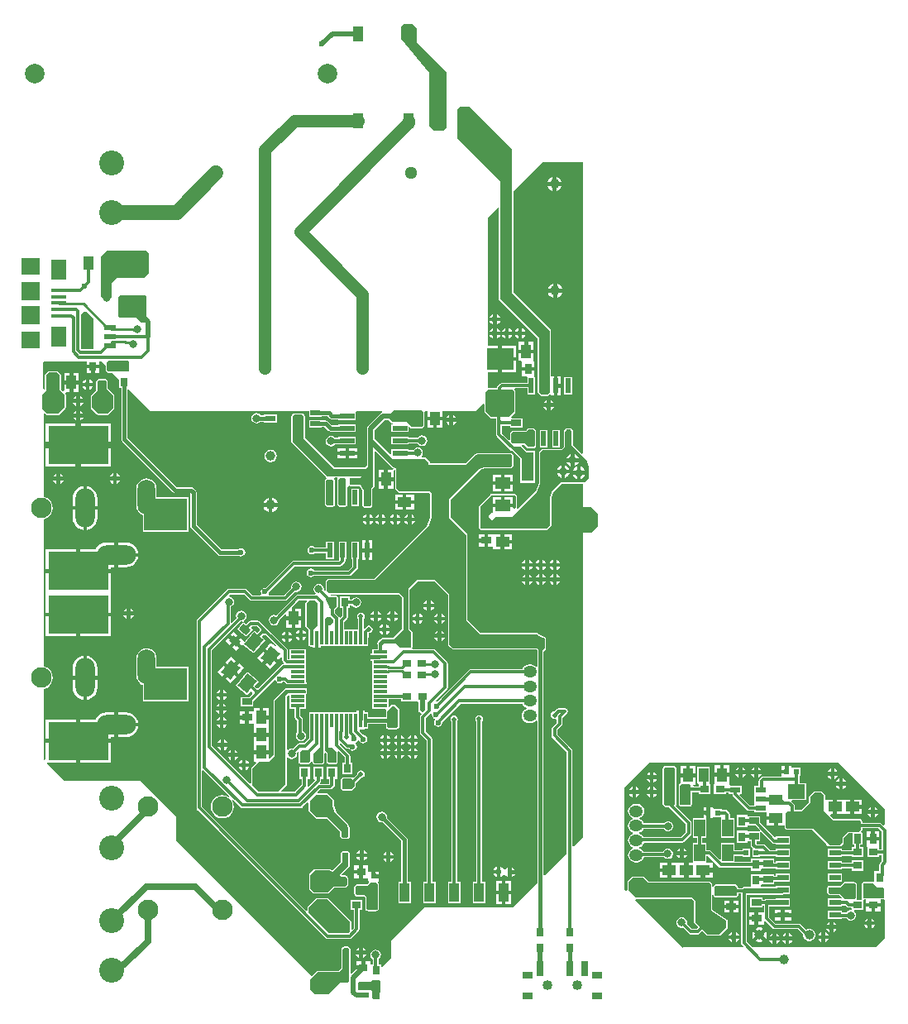
<source format=gtl>
G04*
G04 #@! TF.GenerationSoftware,Altium Limited,Altium Designer,23.7.1 (13)*
G04*
G04 Layer_Physical_Order=1*
G04 Layer_Color=255*
%FSLAX25Y25*%
%MOIN*%
G70*
G04*
G04 #@! TF.SameCoordinates,AA4D2978-76EA-46CB-BF31-C62278C5BCD9*
G04*
G04*
G04 #@! TF.FilePolarity,Positive*
G04*
G01*
G75*
%ADD15C,0.01000*%
%ADD26R,0.04528X0.07087*%
%ADD27R,0.03937X0.02953*%
%ADD28R,0.03150X0.03799*%
%ADD29R,0.05709X0.03937*%
%ADD30R,0.01968X0.02362*%
%ADD31R,0.03799X0.03150*%
%ADD32R,0.04646X0.02284*%
%ADD33R,0.03937X0.05709*%
%ADD34R,0.02953X0.03937*%
%ADD35R,0.07087X0.05906*%
%ADD36R,0.04331X0.02362*%
G04:AMPARAMS|DCode=37|XSize=125.98mil|YSize=62.99mil|CornerRadius=7.87mil|HoleSize=0mil|Usage=FLASHONLY|Rotation=0.000|XOffset=0mil|YOffset=0mil|HoleType=Round|Shape=RoundedRectangle|*
%AMROUNDEDRECTD37*
21,1,0.12598,0.04724,0,0,0.0*
21,1,0.11024,0.06299,0,0,0.0*
1,1,0.01575,0.05512,-0.02362*
1,1,0.01575,-0.05512,-0.02362*
1,1,0.01575,-0.05512,0.02362*
1,1,0.01575,0.05512,0.02362*
%
%ADD37ROUNDEDRECTD37*%
%ADD38R,0.03937X0.03150*%
%ADD39R,0.02756X0.05906*%
%ADD40R,0.04095X0.07520*%
%ADD41R,0.03543X0.03150*%
%ADD42R,0.02165X0.04134*%
%ADD43R,0.02362X0.01968*%
%ADD44R,0.03150X0.03543*%
%ADD45R,0.04724X0.02362*%
%ADD46R,0.04724X0.02362*%
%ADD47R,0.07480X0.07087*%
%ADD48R,0.07480X0.07480*%
%ADD49R,0.06299X0.08268*%
%ADD50R,0.06299X0.01575*%
%ADD51R,0.10799X0.08500*%
%ADD52R,0.04331X0.05984*%
%ADD53R,0.04331X0.07874*%
%ADD54R,0.04134X0.02165*%
%ADD55R,0.03937X0.01968*%
%ADD56R,0.05906X0.01968*%
%ADD57R,0.06102X0.02362*%
%ADD58R,0.01968X0.05906*%
%ADD59R,0.02362X0.06102*%
%ADD60R,0.05118X0.11811*%
%ADD61R,0.06299X0.12992*%
%ADD62R,0.06299X0.04724*%
G04:AMPARAMS|DCode=63|XSize=29.53mil|YSize=39.37mil|CornerRadius=0mil|HoleSize=0mil|Usage=FLASHONLY|Rotation=50.000|XOffset=0mil|YOffset=0mil|HoleType=Round|Shape=Rectangle|*
%AMROTATEDRECTD63*
4,1,4,0.00559,-0.02396,-0.02457,0.00134,-0.00559,0.02396,0.02457,-0.00134,0.00559,-0.02396,0.0*
%
%ADD63ROTATEDRECTD63*%

G04:AMPARAMS|DCode=64|XSize=62.99mil|YSize=49.21mil|CornerRadius=0mil|HoleSize=0mil|Usage=FLASHONLY|Rotation=50.000|XOffset=0mil|YOffset=0mil|HoleType=Round|Shape=Rectangle|*
%AMROTATEDRECTD64*
4,1,4,-0.00140,-0.03994,-0.03910,-0.00831,0.00140,0.03994,0.03910,0.00831,-0.00140,-0.03994,0.0*
%
%ADD64ROTATEDRECTD64*%

%ADD65R,0.17323X0.12992*%
%ADD66R,0.24410X0.15354*%
%ADD67R,0.01181X0.05709*%
%ADD68R,0.05709X0.01181*%
%ADD115C,0.08268*%
%ADD126C,0.01200*%
%ADD127C,0.06000*%
%ADD128C,0.02000*%
%ADD129C,0.01968*%
%ADD130C,0.00923*%
%ADD131C,0.01500*%
%ADD132C,0.02500*%
%ADD133C,0.05000*%
%ADD134C,0.00800*%
%ADD135C,0.10039*%
%ADD136C,0.04000*%
%ADD137C,0.07874*%
%ADD138C,0.03937*%
%ADD139O,0.05512X0.04724*%
%ADD140O,0.07874X0.15748*%
%ADD141O,0.15748X0.07874*%
%ADD142O,0.07087X0.14173*%
%ADD143C,0.05039*%
%ADD144C,0.03150*%
%ADD145C,0.01968*%
%ADD146C,0.02362*%
G36*
X163300Y394100D02*
X163300Y388250D01*
X175500Y376050D01*
Y353800D01*
X174250Y352550D01*
X170300D01*
X168500Y354350D01*
Y376050D01*
X156950Y389551D01*
Y394400D01*
X158100Y395550D01*
X161850D01*
X163300Y394100D01*
D02*
G37*
G36*
X55500Y303200D02*
Y295200D01*
X53500Y293200D01*
X42500D01*
X40500Y291200D01*
Y285650D01*
X39550Y284700D01*
X37350D01*
X36000Y286050D01*
Y301700D01*
X38500Y304200D01*
X54500D01*
X55500Y303200D01*
D02*
G37*
G36*
X54600Y285900D02*
Y277300D01*
X54250Y275250D01*
X52150D01*
X50600Y277200D01*
X43800D01*
X43200Y277800D01*
Y285700D01*
X43950Y286450D01*
X54050D01*
X54600Y285900D01*
D02*
G37*
G36*
X41899Y264900D02*
X38672D01*
X37751Y265996D01*
Y265460D01*
X38536Y264900D01*
X37186Y263550D01*
X35349D01*
X37301Y265502D01*
X37301Y267050D01*
X41899D01*
Y264900D01*
D02*
G37*
G36*
X33150Y276850D02*
Y265100D01*
X32870Y264820D01*
X28530D01*
X28200Y265150D01*
Y278700D01*
X29150Y279650D01*
X30350D01*
X33150Y276850D01*
D02*
G37*
G36*
X37959Y257891D02*
Y256250D01*
X37959Y256250D01*
X38117Y255867D01*
X38117Y255867D01*
X38315Y255669D01*
Y255365D01*
X38619D01*
X38717Y255267D01*
X39100Y255109D01*
X39100Y255109D01*
X40741D01*
X43525Y252325D01*
Y248951D01*
X44326D01*
Y228350D01*
X44423Y227862D01*
X44699Y227449D01*
X65249Y206899D01*
X65662Y206623D01*
X66150Y206525D01*
X71993D01*
X72126Y206393D01*
Y193450D01*
X72223Y192962D01*
X72499Y192549D01*
X83299Y181749D01*
X83712Y181473D01*
X84200Y181376D01*
X91706D01*
X91944Y181216D01*
X92600Y181086D01*
X93256Y181216D01*
X93812Y181588D01*
X94184Y182144D01*
X94314Y182800D01*
X94184Y183456D01*
X93812Y184012D01*
X93256Y184384D01*
X92600Y184514D01*
X91944Y184384D01*
X91388Y184012D01*
X91329Y183924D01*
X84728D01*
X74674Y193978D01*
Y206921D01*
X74577Y207409D01*
X74301Y207822D01*
X73422Y208701D01*
X73009Y208978D01*
X72521Y209074D01*
X66678D01*
X46874Y228878D01*
Y248268D01*
X47374Y248476D01*
X56250Y239600D01*
X120081D01*
Y237431D01*
X125019D01*
Y237641D01*
X127507D01*
X128349Y236799D01*
X128762Y236523D01*
X129250Y236425D01*
X131819D01*
Y236019D01*
X138921D01*
Y239381D01*
X139331Y239600D01*
X149507D01*
X149556Y239100D01*
X149307Y239050D01*
X148811Y238719D01*
X143787Y233695D01*
X143456Y233199D01*
X143339Y232614D01*
Y227754D01*
Y217805D01*
X142476Y216941D01*
X130274D01*
X118291Y228924D01*
Y237700D01*
X118291Y237700D01*
X118133Y238083D01*
X118133Y238083D01*
X118091Y238125D01*
Y238283D01*
X117933D01*
X117633Y238583D01*
X117633Y238583D01*
X117250Y238741D01*
X117250Y238741D01*
X113950D01*
X113950Y238741D01*
X113567Y238583D01*
X113567Y238583D01*
X113267Y238283D01*
X112957D01*
Y237816D01*
X112909Y237700D01*
X112909Y237700D01*
Y227350D01*
X112909Y227350D01*
X113067Y226967D01*
X126819Y213216D01*
Y213153D01*
X126851D01*
X127098Y212742D01*
X127083Y212449D01*
X126517Y211883D01*
X126359Y211500D01*
X126359Y211500D01*
Y202300D01*
X126359Y202300D01*
X126517Y201917D01*
X127016Y201419D01*
Y201377D01*
X127058D01*
X127217Y201217D01*
X127600Y201059D01*
X127600Y201059D01*
X129400D01*
X129400Y201059D01*
X129783Y201217D01*
X129783Y201217D01*
X129943Y201377D01*
X129984D01*
Y201419D01*
X130283Y201717D01*
X130441Y202100D01*
X130441Y202100D01*
Y211700D01*
X130441Y211700D01*
X130283Y212083D01*
X130283D01*
X130131Y212380D01*
X130370Y212859D01*
X131340D01*
X131532Y212397D01*
X131517Y212383D01*
X131359Y212000D01*
X131359Y212000D01*
Y202300D01*
X131359Y202300D01*
X131517Y201917D01*
X132016Y201419D01*
Y201377D01*
X132057D01*
X132217Y201217D01*
X132600Y201059D01*
X132600Y201059D01*
X134400D01*
X134400Y201059D01*
X134783Y201217D01*
X134783Y201217D01*
X134943Y201377D01*
X134984D01*
Y201419D01*
X135283Y201717D01*
X135441Y202100D01*
X135441Y202100D01*
Y209107D01*
X135941Y209521D01*
X135953Y209519D01*
X135953Y209519D01*
X136305D01*
X136450Y209459D01*
X136450Y209459D01*
X140361D01*
X140765Y208924D01*
X140765Y208924D01*
X141142Y208424D01*
X141559Y207747D01*
Y201700D01*
X141559Y201700D01*
X141717Y201317D01*
X141717Y201317D01*
X142217Y200817D01*
X142600Y200659D01*
X142600Y200659D01*
X144400D01*
X144400Y200659D01*
X144783Y200817D01*
X144783Y200817D01*
X145383Y201417D01*
X145541Y201800D01*
X145541Y201800D01*
Y208276D01*
X146233Y208967D01*
X146391Y209350D01*
X146391Y209350D01*
Y213535D01*
X146398Y213568D01*
Y223409D01*
X146860Y223600D01*
X153841Y216619D01*
X153937Y216554D01*
X153789Y216064D01*
X153648Y216054D01*
X153494Y216054D01*
X151730D01*
Y212950D01*
X153949D01*
Y215612D01*
X154441Y215964D01*
X154522Y215934D01*
X154609Y215851D01*
Y208550D01*
X154609Y208550D01*
X154767Y208167D01*
X154767Y208167D01*
X155967Y206967D01*
X156350Y206809D01*
X156350Y206809D01*
X168376D01*
X168909Y206276D01*
Y204400D01*
X168909Y196648D01*
X167574Y193426D01*
X146240Y172091D01*
X127800Y172091D01*
X127800Y172091D01*
X127417Y171933D01*
X127417Y171933D01*
X126867Y171383D01*
X126709Y171000D01*
X126709Y171000D01*
Y167405D01*
X126258Y167216D01*
X125938Y167510D01*
X126015Y167900D01*
X125854Y168710D01*
X125396Y169396D01*
X124710Y169854D01*
X123900Y170016D01*
X123091Y169854D01*
X122404Y169396D01*
X121946Y168710D01*
X121785Y167900D01*
X121946Y167090D01*
X122404Y166404D01*
X122603Y166271D01*
X122451Y165771D01*
X121862Y165772D01*
X121856Y165776D01*
X121831Y165796D01*
Y165796D01*
X121831Y165796D01*
X121332Y165760D01*
X119686Y165721D01*
X119682Y165720D01*
X119678Y165721D01*
X118028Y165672D01*
X115449D01*
X115019Y165586D01*
X114655Y165343D01*
X114655Y165343D01*
X106674Y157361D01*
X105900Y157516D01*
X105090Y157354D01*
X104404Y156896D01*
X103946Y156210D01*
X103785Y155400D01*
X103946Y154590D01*
X104404Y153904D01*
X105090Y153446D01*
X105900Y153285D01*
X106710Y153446D01*
X107396Y153904D01*
X107854Y154590D01*
X108016Y155400D01*
X107994Y155509D01*
X110329Y157845D01*
X110791Y157653D01*
Y156950D01*
X113010D01*
Y160495D01*
X113001Y160516D01*
X115913Y163428D01*
X118045D01*
X118062Y163432D01*
X118078Y163429D01*
X118983Y163456D01*
X119182Y162997D01*
X118692Y162508D01*
X118534Y162125D01*
X118534Y162125D01*
Y159225D01*
X118534Y159225D01*
X118534Y159225D01*
Y153075D01*
X118534Y153075D01*
X118692Y152692D01*
X118692Y152692D01*
X119884Y151501D01*
Y145475D01*
X120042Y145092D01*
X120042Y145092D01*
X120083Y145052D01*
Y144980D01*
X120155D01*
X120292Y144842D01*
X120675Y144684D01*
X120675Y144684D01*
X121551D01*
Y144480D01*
X122392D01*
Y148334D01*
X123892D01*
Y144480D01*
X124732D01*
Y144980D01*
X143917D01*
Y148178D01*
X143948Y148334D01*
Y149719D01*
X144110Y150197D01*
X144689Y150312D01*
X145180Y150640D01*
X145508Y151131D01*
X145623Y151710D01*
X145508Y152289D01*
X145180Y152780D01*
X144689Y153108D01*
X144110Y153223D01*
X143531Y153108D01*
X143040Y152780D01*
X142712Y152289D01*
X142711Y152284D01*
X142480Y152143D01*
X141980Y152423D01*
Y155994D01*
X142298Y156471D01*
X142413Y157050D01*
X142298Y157629D01*
X141970Y158120D01*
X141479Y158448D01*
X140900Y158563D01*
X140321Y158448D01*
X139830Y158120D01*
X139502Y157629D01*
X139387Y157050D01*
X139502Y156471D01*
X139737Y156119D01*
Y151688D01*
X134115D01*
Y154729D01*
X135293Y155907D01*
X135536Y156271D01*
X135622Y156700D01*
X135622Y156700D01*
Y160300D01*
X136575D01*
Y161378D01*
X137204D01*
X137454Y161004D01*
X138140Y160546D01*
X138950Y160385D01*
X139760Y160546D01*
X140446Y161004D01*
X140904Y161690D01*
X141066Y162500D01*
X140904Y163310D01*
X140446Y163996D01*
X139760Y164454D01*
X138950Y164615D01*
X138140Y164454D01*
X137454Y163996D01*
X137204Y163622D01*
X136575D01*
Y165100D01*
X132425D01*
Y160300D01*
X133379D01*
Y157165D01*
X132602Y156388D01*
X132060Y156553D01*
X132043Y156639D01*
X131799Y157002D01*
X130572Y158230D01*
Y159555D01*
X131317Y160300D01*
X131575D01*
Y160558D01*
X131583Y160566D01*
X131741Y160948D01*
X131741Y160948D01*
Y164650D01*
X131583Y165033D01*
X131575Y165036D01*
Y165100D01*
X131421D01*
X131200Y165191D01*
X128520D01*
X128441Y165309D01*
X128709Y165809D01*
X156176D01*
X157471Y164514D01*
Y151936D01*
X153717Y148182D01*
X149679D01*
X149191Y148085D01*
X148777Y147809D01*
X147899Y146930D01*
X147623Y146517D01*
X147526Y146029D01*
X147623Y145541D01*
X147678Y145457D01*
Y143617D01*
X145280D01*
Y142149D01*
X144780D01*
Y141308D01*
X148634D01*
Y139808D01*
X144780D01*
Y138968D01*
X145280D01*
Y135531D01*
Y131594D01*
Y127657D01*
Y123720D01*
Y119783D01*
X150871D01*
X151245Y119296D01*
X151217Y119133D01*
X151059Y118750D01*
X151059Y118750D01*
X151059Y116341D01*
X148271D01*
X148271Y116341D01*
X143917D01*
Y118421D01*
X142449D01*
Y118921D01*
X141608D01*
Y115066D01*
X140108D01*
Y118921D01*
X139268D01*
Y118421D01*
X120083D01*
Y115260D01*
X120042Y115057D01*
X120042Y115057D01*
Y107928D01*
X118024Y105911D01*
X116264D01*
X116264Y105911D01*
X115835Y105825D01*
X115471Y105582D01*
X113516Y103628D01*
X113075Y103716D01*
X112265Y103554D01*
X111641Y103137D01*
X111141Y103272D01*
Y124676D01*
X111550Y125084D01*
X112012Y124893D01*
Y119783D01*
X114245D01*
Y116434D01*
X114245Y116434D01*
X114330Y116005D01*
X114573Y115641D01*
X115255Y114959D01*
Y110197D01*
X115254Y110196D01*
X114796Y109510D01*
X114635Y108700D01*
X114796Y107890D01*
X115254Y107204D01*
X115940Y106746D01*
X116750Y106585D01*
X117560Y106746D01*
X118246Y107204D01*
X118704Y107890D01*
X118866Y108700D01*
X118704Y109510D01*
X118246Y110196D01*
X117560Y110654D01*
X117499Y110667D01*
Y115423D01*
X117499Y115423D01*
X117413Y115852D01*
X117170Y116216D01*
X117170Y116216D01*
X116488Y116898D01*
Y119783D01*
X118720D01*
Y121751D01*
Y125742D01*
X118783Y125767D01*
X118783Y125767D01*
X119033Y126017D01*
X119191Y126400D01*
X119191Y126400D01*
Y127150D01*
X119196Y127157D01*
X119220D01*
Y127997D01*
X115366D01*
X111512D01*
Y127991D01*
X110750D01*
X110367Y127833D01*
X110367Y127833D01*
X105767Y123233D01*
X105609Y122850D01*
X105609Y122850D01*
Y101024D01*
X104190Y99606D01*
X103728Y99797D01*
Y101450D01*
X100760D01*
X97791D01*
Y98346D01*
X98527D01*
X98718Y97884D01*
X96817Y95983D01*
X96659Y95600D01*
X96659Y95600D01*
Y89692D01*
X96197Y89501D01*
X80872Y104826D01*
Y143279D01*
X92556Y154963D01*
X92700Y154935D01*
X93114Y155017D01*
X93384Y154561D01*
X91013Y151735D01*
X94795Y148562D01*
X97336Y151590D01*
X96723Y152104D01*
X96702Y152604D01*
X97064Y152966D01*
X98948D01*
X100148Y151765D01*
Y151230D01*
X99159Y150241D01*
X97942Y151262D01*
X94400Y147041D01*
X93991Y146826D01*
X93743Y147035D01*
X92292Y148252D01*
X91182Y146930D01*
X92901Y145487D01*
X93250Y145670D01*
X93499Y145462D01*
X97786Y141864D01*
X102478Y147456D01*
X101168Y148556D01*
X101146Y149055D01*
X101569Y149478D01*
X102435D01*
X106670Y145244D01*
X106332Y144875D01*
X104516Y146399D01*
X102330Y143795D01*
X104981Y141570D01*
X107632Y139346D01*
X108717Y140639D01*
X109187Y140468D01*
Y139302D01*
X109187Y139302D01*
X109273Y138873D01*
X109516Y138509D01*
X109791Y138233D01*
X109706Y137906D01*
X109597Y137721D01*
X109233Y137648D01*
X108869Y137405D01*
X99490Y128026D01*
X98810D01*
X98088Y128749D01*
X99750Y130729D01*
X95214Y134536D01*
X90522Y128944D01*
X95058Y125138D01*
X96375Y126708D01*
X96884Y126732D01*
X97223Y126402D01*
Y125759D01*
X95939Y124476D01*
X92481D01*
Y120523D01*
X97418D01*
Y122782D01*
X100440Y125804D01*
X100440Y125804D01*
X106026Y131390D01*
X106569Y131225D01*
X106616Y130985D01*
X106988Y130429D01*
X107544Y130058D01*
X108200Y129927D01*
X108856Y130058D01*
X109412Y130429D01*
X109473Y130520D01*
X109994D01*
X110582Y129932D01*
X110946Y129689D01*
X111375Y129604D01*
X111406Y129497D01*
X115366D01*
X119220D01*
Y130338D01*
X118720D01*
Y135531D01*
Y139468D01*
Y143617D01*
X112012D01*
Y139721D01*
X111476D01*
X111430Y139767D01*
Y143191D01*
X111345Y143621D01*
X111102Y143984D01*
X111102Y143984D01*
X103693Y151393D01*
X103693Y151393D01*
X100206Y154881D01*
X99842Y155124D01*
X99413Y155209D01*
X99413Y155209D01*
X96599D01*
X96170Y155124D01*
X95806Y154881D01*
X95806Y154880D01*
X94715Y153789D01*
X93683Y154656D01*
X93679Y154664D01*
X93679Y155209D01*
X94196Y155554D01*
X94654Y156240D01*
X94815Y157050D01*
X94654Y157860D01*
X94196Y158546D01*
X93510Y159004D01*
X92700Y159166D01*
X91891Y159004D01*
X91204Y158546D01*
X90746Y157860D01*
X90585Y157050D01*
X90732Y156311D01*
X88860Y154440D01*
X88398Y154632D01*
Y160833D01*
X88460Y160846D01*
X89146Y161304D01*
X89604Y161990D01*
X89766Y162800D01*
X89604Y163610D01*
X89146Y164296D01*
X88460Y164754D01*
X87936Y164858D01*
X87772Y165401D01*
X88149Y165778D01*
X93753D01*
X95956Y163576D01*
X95956Y163576D01*
X96320Y163333D01*
X96749Y163247D01*
X96749Y163247D01*
X110419D01*
X110419Y163247D01*
X110848Y163333D01*
X111212Y163576D01*
X114459Y166822D01*
X114900Y166735D01*
X115710Y166896D01*
X116396Y167354D01*
X116854Y168041D01*
X117016Y168850D01*
X116854Y169659D01*
X116396Y170346D01*
X115710Y170804D01*
X114900Y170966D01*
X114091Y170804D01*
X113404Y170346D01*
X112946Y169659D01*
X112785Y168850D01*
X112872Y168409D01*
X109954Y165490D01*
X103915D01*
X103647Y165990D01*
X103784Y166194D01*
X103868Y166617D01*
X114329Y177078D01*
X132382D01*
X132382Y177078D01*
X132811Y177164D01*
X133175Y177407D01*
X134293Y178525D01*
X134293Y178525D01*
X134536Y178889D01*
X134622Y179318D01*
X134622Y179318D01*
Y180117D01*
X134984D01*
Y187023D01*
X132016D01*
Y180117D01*
X132016D01*
X132174Y179715D01*
X131856Y179322D01*
X113865D01*
X113435Y179236D01*
X113072Y178993D01*
X113071Y178993D01*
X102569Y168491D01*
X102200Y168564D01*
X101544Y168434D01*
X100988Y168062D01*
X100617Y167506D01*
X100486Y166850D01*
X100617Y166194D01*
X100752Y165990D01*
X100485Y165490D01*
X97214D01*
X95011Y167693D01*
X94647Y167936D01*
X94218Y168022D01*
X94218Y168022D01*
X87685D01*
X87684Y168022D01*
X87255Y167936D01*
X86891Y167693D01*
X86891Y167693D01*
X74932Y155734D01*
X74689Y155370D01*
X74603Y154940D01*
X74603Y154940D01*
Y79837D01*
X74603Y79837D01*
X74689Y79408D01*
X74932Y79044D01*
X126769Y27207D01*
X127132Y26964D01*
X127562Y26878D01*
X127562Y26878D01*
X136338D01*
X136338Y26878D01*
X136768Y26964D01*
X137132Y27207D01*
X139994Y30069D01*
X139994Y30069D01*
X140237Y30433D01*
X140322Y30862D01*
X140322Y30862D01*
Y38625D01*
X141600D01*
Y42775D01*
X136801D01*
Y38625D01*
X138079D01*
Y31327D01*
X137403Y30651D01*
X136941Y30842D01*
X136941Y33800D01*
X136783Y34183D01*
X136783Y34183D01*
X127683Y43283D01*
X127300Y43441D01*
X127300Y43441D01*
X123100D01*
X122717Y43283D01*
X122717Y43283D01*
X119517Y40083D01*
X119359Y39700D01*
X119359Y39700D01*
Y38442D01*
X118897Y38251D01*
X76846Y80301D01*
Y94795D01*
X77346Y95002D01*
X87910Y84438D01*
X87580Y84061D01*
X87337Y84248D01*
X86210Y84715D01*
X85000Y84874D01*
X83790Y84715D01*
X82663Y84248D01*
X81695Y83505D01*
X80952Y82537D01*
X80485Y81410D01*
X80326Y80200D01*
X80485Y78990D01*
X80952Y77863D01*
X81695Y76895D01*
X82663Y76152D01*
X83790Y75685D01*
X85000Y75526D01*
X86210Y75685D01*
X87337Y76152D01*
X88305Y76895D01*
X89048Y77863D01*
X89515Y78990D01*
X89674Y80200D01*
X89515Y81410D01*
X89048Y82537D01*
X88861Y82780D01*
X89238Y83110D01*
X92291Y80057D01*
X92655Y79814D01*
X93084Y79728D01*
X93085Y79728D01*
X116587D01*
X116587Y79728D01*
X117016Y79814D01*
X117380Y80057D01*
X119259Y81936D01*
X119759Y81729D01*
Y78700D01*
X119759Y78700D01*
X119917Y78317D01*
X119917Y78317D01*
X122717Y75517D01*
X123100Y75359D01*
X123100Y75359D01*
X127276D01*
X132459Y70176D01*
Y68400D01*
X132459Y68400D01*
X132617Y68017D01*
X132617Y68017D01*
X132917Y67717D01*
Y67645D01*
X132990D01*
X133217Y67417D01*
X133600Y67259D01*
X133600Y67259D01*
X135500D01*
X135500Y67259D01*
X135883Y67417D01*
X135883Y67417D01*
X136283Y67817D01*
X136441Y68200D01*
X136441Y68200D01*
Y71476D01*
X136400Y71575D01*
Y71683D01*
X136083Y72449D01*
Y72779D01*
X135946D01*
X135817Y73090D01*
X135741Y73166D01*
X135700Y73265D01*
X130999Y77966D01*
X129941Y80521D01*
Y83100D01*
X129941Y83100D01*
X129783Y83483D01*
X129783Y83483D01*
X127883Y85383D01*
X127500Y85541D01*
X127500Y85541D01*
X123571Y85541D01*
X123364Y86041D01*
X124502Y87178D01*
X128547D01*
X128547Y87178D01*
X128976Y87264D01*
X129340Y87507D01*
X130043Y88210D01*
X130043Y88210D01*
X130286Y88574D01*
X130372Y89003D01*
X130372Y89003D01*
Y91451D01*
X131325D01*
Y96250D01*
X127175D01*
Y91451D01*
X128129D01*
Y89468D01*
X128083Y89422D01*
X124711D01*
X124595Y89702D01*
X124553Y89922D01*
X124786Y90271D01*
X124872Y90700D01*
X124872Y90700D01*
Y91451D01*
X125825D01*
Y96250D01*
X121675D01*
Y91451D01*
X122208D01*
X122415Y90951D01*
X119811Y88347D01*
X119350Y88594D01*
X119372Y88700D01*
X119372Y88700D01*
Y91451D01*
X120325D01*
Y96250D01*
X116175D01*
Y91451D01*
X117129D01*
Y89165D01*
X114185Y86222D01*
X108840D01*
X108649Y86683D01*
X110983Y89017D01*
X111141Y89400D01*
X111141Y89400D01*
Y95250D01*
Y99928D01*
X111641Y100063D01*
X112265Y99646D01*
X113075Y99485D01*
X113884Y99646D01*
X114571Y100104D01*
X115029Y100790D01*
X115190Y101600D01*
X115103Y102041D01*
X115447Y102386D01*
X115755Y102262D01*
X115909Y102141D01*
Y98150D01*
X116067Y97767D01*
X116067Y97767D01*
X116267Y97567D01*
X116650Y97409D01*
X116650Y97409D01*
X119650D01*
X120033Y97567D01*
X120216Y97750D01*
X120325D01*
Y97859D01*
X120747Y98282D01*
X121248Y98229D01*
X121314Y98195D01*
X121367Y98067D01*
X121675Y97759D01*
Y97750D01*
X121684D01*
X122017Y97417D01*
X122400Y97259D01*
X122400Y97259D01*
X125050D01*
X125050Y97259D01*
X125433Y97417D01*
X125766Y97750D01*
X125825D01*
Y97809D01*
X126083Y98067D01*
X126241Y98450D01*
X126241Y98450D01*
Y101670D01*
X126703Y101862D01*
X127059Y101506D01*
Y98250D01*
X127175Y97969D01*
Y97750D01*
X127334D01*
X127567Y97517D01*
X127950Y97359D01*
X127950Y97359D01*
X130800D01*
X131183Y97517D01*
X131183Y97517D01*
X131383Y97717D01*
X131541Y98100D01*
X131541Y98100D01*
Y102250D01*
X131530Y102277D01*
X131954Y102560D01*
X134379Y100135D01*
Y98100D01*
X133425D01*
Y93300D01*
X137575D01*
Y98100D01*
X136622D01*
Y100600D01*
X136622Y100600D01*
X136536Y101029D01*
X136293Y101393D01*
X136293Y101393D01*
X132283Y105403D01*
X132315Y105634D01*
X132844Y105812D01*
X134795Y103860D01*
X134795Y103860D01*
X135159Y103617D01*
X135588Y103532D01*
X135588Y103532D01*
X136179D01*
X136388Y103219D01*
X136944Y102848D01*
X137600Y102717D01*
X138256Y102848D01*
X138812Y103219D01*
X139184Y103775D01*
X139314Y104431D01*
X139184Y105087D01*
X138812Y105643D01*
X138898Y106148D01*
X139454Y106519D01*
X139741Y106949D01*
X140257Y106898D01*
X140262Y106896D01*
X140278Y106813D01*
X140650Y106257D01*
X141206Y105885D01*
X141862Y105755D01*
X142518Y105885D01*
X143074Y106257D01*
X143445Y106813D01*
X143576Y107469D01*
X143445Y108125D01*
X143074Y108681D01*
X142518Y109053D01*
X141891Y109177D01*
X140357Y110712D01*
X140564Y111212D01*
X142449D01*
Y111712D01*
X143917D01*
Y113792D01*
X148271D01*
X148271Y113792D01*
X151059D01*
X151059Y112300D01*
X151059Y112300D01*
X151091Y112221D01*
Y111712D01*
X151423D01*
X151617Y111517D01*
X151617Y111517D01*
X152000Y111359D01*
X152000Y111359D01*
X155250Y111359D01*
X155250Y111359D01*
X155633Y111517D01*
X155827Y111712D01*
X156028D01*
Y111913D01*
X156283Y112167D01*
X156441Y112550D01*
X156441Y112550D01*
X156441Y119200D01*
X156283Y119583D01*
X156283Y119583D01*
X154683Y121183D01*
X154300Y121341D01*
X154300Y121341D01*
X153650D01*
X153267Y121183D01*
X153267Y121183D01*
X152450Y120366D01*
X151988Y120557D01*
Y123684D01*
X157001D01*
Y123032D01*
X156801Y122525D01*
X163917D01*
X164121Y122110D01*
Y119400D01*
X164237Y118815D01*
X164569Y118319D01*
X165065Y117987D01*
X165175Y117965D01*
X165339Y117423D01*
X165126Y117209D01*
X164883Y116845D01*
X164797Y116416D01*
X164797Y116416D01*
Y110022D01*
X164797Y110022D01*
X164883Y109593D01*
X165126Y109229D01*
X167378Y106977D01*
Y49960D01*
X165953D01*
Y41440D01*
X171047D01*
Y49960D01*
X169622D01*
Y107441D01*
X169622Y107441D01*
X169536Y107870D01*
X169293Y108234D01*
X169293Y108234D01*
X167041Y110487D01*
Y115952D01*
X169119Y118030D01*
X169580Y117784D01*
X169498Y117370D01*
X169628Y116714D01*
X170000Y116158D01*
X170556Y115787D01*
X170587Y115781D01*
X170677Y115572D01*
X170739Y115241D01*
X170416Y114758D01*
X170286Y114102D01*
X170416Y113446D01*
X170788Y112890D01*
X171344Y112518D01*
X172000Y112388D01*
X172656Y112518D01*
X173212Y112890D01*
X173584Y113446D01*
X173714Y114102D01*
X173654Y114403D01*
X180971Y121720D01*
X205973D01*
X206106Y121398D01*
X206565Y120800D01*
X207163Y120342D01*
X207602Y120160D01*
Y119618D01*
X207163Y119436D01*
X206565Y118978D01*
X206106Y118380D01*
X205818Y117683D01*
X205719Y116936D01*
X205818Y116189D01*
X206106Y115493D01*
X206565Y114895D01*
X207163Y114436D01*
X207859Y114148D01*
X208606Y114049D01*
X209394D01*
X210141Y114148D01*
X210837Y114436D01*
X211435Y114895D01*
X211475Y114948D01*
X211976Y114778D01*
Y49525D01*
X202100Y39650D01*
X166500D01*
X153200Y26350D01*
Y19200D01*
X149537Y15537D01*
X149075Y15728D01*
Y16737D01*
X148047D01*
Y18829D01*
X148346Y19029D01*
X148804Y19715D01*
X148966Y20525D01*
X148804Y21334D01*
X148346Y22021D01*
X147660Y22479D01*
X146850Y22640D01*
X146040Y22479D01*
X145354Y22021D01*
X144896Y21334D01*
X144735Y20525D01*
X144896Y19715D01*
X145354Y19029D01*
X145803Y18729D01*
Y16737D01*
X144925D01*
X144646Y17122D01*
Y18003D01*
X142624D01*
Y15428D01*
X141874D01*
Y14678D01*
X138984D01*
X137241Y12936D01*
X136741Y13143D01*
X136741Y22655D01*
X136741Y22900D01*
X136583Y23283D01*
X136583Y23283D01*
X136583Y23283D01*
X136083Y23783D01*
X136083Y23783D01*
X135700Y23941D01*
X135700Y23941D01*
X134200D01*
X134200Y23941D01*
X133817Y23783D01*
X133817Y23783D01*
X133217Y23183D01*
X133059Y22800D01*
X133059Y22800D01*
Y15324D01*
X131876Y14141D01*
X123741D01*
X123500Y14241D01*
X123117Y14083D01*
X120992Y11958D01*
X66450Y66500D01*
Y76200D01*
X51850Y90800D01*
X21250D01*
X14383Y97667D01*
X14574Y98129D01*
X26211D01*
Y106056D01*
X13756D01*
Y99351D01*
X13256Y99099D01*
X13100Y99215D01*
Y127671D01*
X13210Y127685D01*
X14337Y128152D01*
X15305Y128895D01*
X16048Y129863D01*
X16515Y130990D01*
X16674Y132200D01*
X16515Y133410D01*
X16048Y134537D01*
X15305Y135505D01*
X14337Y136248D01*
X13210Y136715D01*
X13100Y136729D01*
Y196065D01*
X13210Y196079D01*
X14337Y196546D01*
X15305Y197289D01*
X16048Y198257D01*
X16515Y199384D01*
X16674Y200594D01*
X16515Y201803D01*
X16048Y202931D01*
X15305Y203899D01*
X14337Y204641D01*
X13210Y205108D01*
X13100Y205123D01*
Y234400D01*
X13031Y238748D01*
X13492Y238943D01*
X14117Y238317D01*
X14500Y238159D01*
X14500Y238159D01*
X19000D01*
X19383Y238317D01*
X19383Y238317D01*
X21883Y240817D01*
X22041Y241200D01*
X22041Y241200D01*
Y246200D01*
X22041Y246200D01*
X21883Y246583D01*
X21755Y246875D01*
X22020Y247346D01*
X23490D01*
Y250450D01*
X21272D01*
Y247901D01*
X20772Y247694D01*
X20041Y248424D01*
Y254200D01*
X19883Y254583D01*
X19883Y254583D01*
X18883Y255583D01*
X18500Y255741D01*
X18500Y255741D01*
X15000D01*
X14617Y255583D01*
X14617Y255583D01*
X13617Y254583D01*
X13459Y254200D01*
X13459Y254200D01*
Y248308D01*
X13381Y248256D01*
X12877Y248519D01*
X12706Y259344D01*
X13056Y259700D01*
X30335D01*
Y258387D01*
X32910D01*
X35485D01*
Y259700D01*
X36150D01*
X37959Y257891D01*
D02*
G37*
G36*
X47600Y259650D02*
Y256150D01*
X47100Y255650D01*
X39100D01*
X38500Y256250D01*
Y259350D01*
X39000Y259850D01*
X43100D01*
X43374Y260124D01*
X47126D01*
X47600Y259650D01*
D02*
G37*
G36*
X201800Y345150D02*
Y287300D01*
X217000Y272100D01*
Y247350D01*
X216000Y246350D01*
X213650Y246350D01*
X212750Y247250D01*
Y269150D01*
X196950Y284950D01*
Y332400D01*
X179750Y349600D01*
Y361350D01*
X180700Y362300D01*
X184650D01*
X201800Y345150D01*
D02*
G37*
G36*
X230350Y222669D02*
X229888Y222477D01*
X226441Y225924D01*
Y231400D01*
X226441Y231400D01*
X226441Y231400D01*
X226441Y231530D01*
X226420Y231581D01*
X226431Y231635D01*
X226418Y231700D01*
X226358Y231790D01*
X226337Y231895D01*
X226300Y231950D01*
X226254Y231981D01*
X226233Y232032D01*
X225732Y232533D01*
X225681Y232554D01*
X225650Y232600D01*
X225595Y232637D01*
X225490Y232658D01*
X225400Y232718D01*
X225335Y232731D01*
X225281Y232720D01*
X225230Y232741D01*
X223970D01*
X223919Y232720D01*
X223865Y232731D01*
X223800Y232718D01*
X223710Y232658D01*
X223605Y232637D01*
X223550Y232600D01*
X223519Y232554D01*
X223468Y232533D01*
X222938Y232003D01*
X222883Y231871D01*
X222797Y231757D01*
X222676Y231295D01*
X222686Y231224D01*
X222659Y231158D01*
Y225424D01*
X221676Y224441D01*
X214200D01*
X214126Y224411D01*
X214121Y224412D01*
X214089Y224395D01*
X213979Y224349D01*
X213912Y224343D01*
X213909Y224341D01*
X213883Y224310D01*
X213817Y224283D01*
X213791Y224256D01*
X213788Y224250D01*
X213781Y224247D01*
X213131Y223596D01*
X213124Y223579D01*
X213107Y223571D01*
X212801Y223224D01*
X212755Y223090D01*
X212677Y222972D01*
X212669Y222935D01*
X212680Y222881D01*
X212659Y222830D01*
Y210498D01*
X211334Y207299D01*
X204250Y200215D01*
X203782Y200432D01*
X203841Y200576D01*
X203841Y205329D01*
X203841Y205329D01*
X203683Y205712D01*
X203683Y205712D01*
X203212Y206183D01*
X203212Y206183D01*
X202829Y206341D01*
X202829Y206341D01*
X193670D01*
X193619Y206320D01*
X193565Y206331D01*
X193500Y206318D01*
X193410Y206258D01*
X193305Y206237D01*
X193250Y206200D01*
X193219Y206154D01*
X193168Y206133D01*
X188767Y201732D01*
X188746Y201681D01*
X188700Y201650D01*
X188663Y201595D01*
X188642Y201490D01*
X188582Y201400D01*
X188569Y201335D01*
X188580Y201281D01*
X188559Y201230D01*
Y193031D01*
X188521Y192974D01*
X188495Y192935D01*
X188495Y192935D01*
X188487Y192923D01*
X188487Y192923D01*
X188484Y192909D01*
X188484Y192909D01*
X188484Y192908D01*
X188494Y192859D01*
X188476Y192817D01*
X188525Y192699D01*
X188565Y192502D01*
X188565Y192502D01*
X188565Y192502D01*
X188600Y192450D01*
X188600Y192449D01*
X188604Y192446D01*
X188646Y192419D01*
X188667Y192368D01*
X189032Y192003D01*
Y191873D01*
X189161D01*
X189168Y191867D01*
X189219Y191846D01*
X189250Y191800D01*
X189305Y191763D01*
X189410Y191742D01*
X189500Y191682D01*
X189565Y191669D01*
X189619Y191680D01*
X189670Y191659D01*
X215630D01*
X215681Y191680D01*
X215735Y191669D01*
X215800Y191682D01*
X215890Y191742D01*
X215995Y191763D01*
X216050Y191800D01*
X216081Y191846D01*
X216132Y191867D01*
X217433Y193168D01*
X217454Y193219D01*
X217500Y193250D01*
X217537Y193305D01*
X217558Y193410D01*
X217618Y193500D01*
X217631Y193565D01*
X217620Y193619D01*
X217641Y193670D01*
Y205044D01*
X218654Y207488D01*
X221624Y210459D01*
X230350D01*
Y201050D01*
X233750D01*
X236350Y198450D01*
Y193100D01*
X233750Y190500D01*
X230350D01*
Y67900D01*
X226634Y64183D01*
X226172Y64375D01*
Y102750D01*
X226086Y103179D01*
X225843Y103543D01*
X225843Y103543D01*
X220072Y109315D01*
Y111107D01*
X221827Y112862D01*
X221827Y112862D01*
X222070Y113226D01*
X222156Y113655D01*
Y116120D01*
X223993Y117957D01*
X223993Y117957D01*
X224236Y118321D01*
X224322Y118750D01*
X224236Y119179D01*
X223993Y119543D01*
X223629Y119786D01*
X223200Y119872D01*
X220600D01*
X220171Y119786D01*
X219807Y119543D01*
X219807Y119543D01*
X218859Y118595D01*
X218371Y118498D01*
X217880Y118170D01*
X217552Y117679D01*
X217437Y117100D01*
X217552Y116521D01*
X217880Y116030D01*
X218371Y115702D01*
X218950Y115587D01*
X219413Y115679D01*
X219913Y115403D01*
Y114120D01*
X218157Y112364D01*
X217914Y112000D01*
X217828Y111571D01*
X217828Y111571D01*
Y108850D01*
X217828Y108850D01*
X217914Y108421D01*
X218157Y108057D01*
X223928Y102285D01*
Y61478D01*
X214986Y52536D01*
X214525Y52728D01*
Y142809D01*
X215433Y143717D01*
X215591Y144100D01*
X215591Y144100D01*
Y147876D01*
X215560Y147951D01*
X215568Y148033D01*
X215484Y148136D01*
X215433Y148258D01*
X215357Y148290D01*
X215305Y148353D01*
X213564Y149284D01*
X211928Y150264D01*
X211784Y150285D01*
X211650Y150341D01*
X188974Y150341D01*
X183891Y155424D01*
Y189800D01*
X183733Y190183D01*
X183733Y190183D01*
X177091Y196824D01*
X177091Y204026D01*
X188977Y215912D01*
X190660Y216609D01*
X201350D01*
X201350Y216609D01*
X201733Y216767D01*
X201733Y216767D01*
X202133Y217167D01*
X202291Y217550D01*
X202291Y217550D01*
Y221950D01*
X202133Y222333D01*
X202133Y222333D01*
X201833Y222633D01*
X201450Y222791D01*
X201450Y222791D01*
X188225D01*
X188125Y222750D01*
X188018D01*
X186695Y222202D01*
X186619Y222126D01*
X186520Y222085D01*
X182976Y218541D01*
X168791D01*
Y219050D01*
X168791Y219050D01*
X168633Y219433D01*
X168633Y219433D01*
X167233Y220833D01*
X167233Y220833D01*
X166850Y220991D01*
X166850Y220991D01*
X165503D01*
X165363Y221303D01*
X165321Y221491D01*
X165754Y222141D01*
X165916Y222950D01*
X165754Y223760D01*
X165296Y224446D01*
X164610Y224904D01*
X163800Y225065D01*
X162990Y224904D01*
X162304Y224446D01*
X161971Y223946D01*
X160181D01*
Y224381D01*
X153079D01*
Y222360D01*
X152617Y222169D01*
X146398Y228388D01*
Y231980D01*
X150526Y236108D01*
X152177D01*
X153467Y234817D01*
X153850Y234659D01*
X153850Y234659D01*
X153789Y234184D01*
X153177D01*
Y231216D01*
X160083D01*
Y233199D01*
X160545Y233390D01*
X161117Y232817D01*
X161500Y232659D01*
X161500Y232659D01*
X165300D01*
X165300Y232659D01*
X165683Y232817D01*
X166383Y233517D01*
X166541Y233900D01*
X166541Y233900D01*
Y239400D01*
X166675Y239600D01*
X167772D01*
Y237450D01*
X173709D01*
Y239600D01*
X187150D01*
X190144Y242594D01*
X190605Y242402D01*
Y239553D01*
X190683Y239367D01*
X190756Y239179D01*
X190761Y239177D01*
X190764Y239171D01*
X190764Y239171D01*
X191100Y238834D01*
Y238548D01*
X191386D01*
X193117Y236817D01*
X193500Y236659D01*
X193500Y236659D01*
X195478D01*
Y235553D01*
X195478Y235553D01*
X195478Y235553D01*
Y230262D01*
X195478Y230261D01*
X195564Y229832D01*
X195807Y229468D01*
X201485Y223791D01*
X201485Y223791D01*
X201849Y223547D01*
X202022Y223513D01*
X204941Y220594D01*
Y210794D01*
X211059D01*
Y223605D01*
X207710D01*
X205759Y225556D01*
X205512Y225659D01*
X205611Y226159D01*
X206776D01*
X207819Y225116D01*
Y225019D01*
X207916D01*
X208117Y224817D01*
X208500Y224659D01*
X208500Y224659D01*
X210500D01*
X210883Y224817D01*
X211084Y225019D01*
X211181D01*
Y225116D01*
X211383Y225317D01*
X211383Y225317D01*
X211541Y225700D01*
X211541Y225700D01*
Y231700D01*
X211383Y232083D01*
X210883Y232583D01*
X210500Y232741D01*
X210500Y232741D01*
X208500Y232741D01*
X208500Y232741D01*
X208117Y232583D01*
X208117Y232583D01*
X207617Y232083D01*
X207276Y231741D01*
X202000D01*
X202000Y231741D01*
X201617Y231583D01*
X201617Y231583D01*
X201117Y231083D01*
X201117Y231083D01*
X200959Y230700D01*
X200959Y230700D01*
Y228142D01*
X200497Y227951D01*
X197722Y230726D01*
Y233728D01*
X201031D01*
Y232873D01*
X205968D01*
Y236826D01*
X201698D01*
X201491Y237326D01*
X202714Y238548D01*
X202900D01*
Y238734D01*
X203083Y238917D01*
X203160Y239104D01*
X203241Y239288D01*
X203239Y239294D01*
X203241Y239300D01*
X203241Y239300D01*
Y247650D01*
X203241Y247650D01*
X203083Y248033D01*
X202787Y248328D01*
X202994Y248829D01*
X208016D01*
Y246377D01*
X210984D01*
Y253283D01*
X210950D01*
X210827Y253731D01*
X210827Y253783D01*
Y255950D01*
X205874D01*
Y253731D01*
X207892D01*
X208016Y253283D01*
X208016Y253232D01*
Y251072D01*
X197800D01*
X197371Y250986D01*
X197007Y250743D01*
X197007Y250743D01*
X196094Y249830D01*
X195851Y249466D01*
X195765Y249037D01*
X195337Y248847D01*
X192205D01*
X191950Y249017D01*
Y255450D01*
X196250D01*
Y260700D01*
Y265950D01*
X191950D01*
Y317700D01*
X195947Y321697D01*
X196409Y321505D01*
Y284950D01*
X196567Y284567D01*
X196567Y284567D01*
X212209Y268926D01*
Y247250D01*
X212367Y246867D01*
X212367Y246867D01*
X213267Y245967D01*
X213650Y245809D01*
X213650Y245809D01*
X216000Y245809D01*
X216000Y245809D01*
X216383Y245967D01*
X216383Y245967D01*
X217016Y246600D01*
X217516Y246393D01*
Y245877D01*
X218750D01*
Y249830D01*
X219500D01*
D01*
X218750D01*
Y253783D01*
X217541D01*
Y272100D01*
X217541Y272100D01*
X217383Y272483D01*
X217383Y272483D01*
X202341Y287524D01*
Y328091D01*
X214100Y339850D01*
X230350D01*
Y222669D01*
D02*
G37*
G36*
X19500Y254200D02*
Y248200D01*
X21500Y246200D01*
Y241200D01*
X19000Y238700D01*
X14500D01*
X12500Y240700D01*
Y246200D01*
X14000Y247700D01*
Y254200D01*
X15000Y255200D01*
X18500D01*
X19500Y254200D01*
D02*
G37*
G36*
X202700Y247650D02*
Y239300D01*
X200600Y237200D01*
X193500D01*
X191147Y239553D01*
Y247247D01*
X192205Y248305D01*
X202045D01*
X202700Y247650D01*
D02*
G37*
G36*
X166000Y239400D02*
Y233900D01*
X165300Y233200D01*
X161500D01*
X159500Y235200D01*
X153850D01*
X152100Y236950D01*
Y237800D01*
X152000Y237900D01*
X154100Y240000D01*
X165400D01*
X166000Y239400D01*
D02*
G37*
G36*
X225295Y232187D02*
X225350Y232150D01*
X225850Y231650D01*
X225887Y231595D01*
X225900Y231530D01*
X225900Y231400D01*
Y225700D01*
X231664Y219936D01*
X232800Y217193D01*
Y212700D01*
X231100Y211000D01*
X221400D01*
X218195Y207795D01*
X217100Y205152D01*
Y193670D01*
X217087Y193605D01*
X217050Y193550D01*
X215750Y192250D01*
X215695Y192213D01*
X215630Y192200D01*
X189670D01*
X189605Y192213D01*
X189550Y192250D01*
X189050Y192750D01*
X189015Y192803D01*
X189017Y192817D01*
X189100Y192900D01*
Y201230D01*
X189113Y201295D01*
X189150Y201350D01*
X193550Y205750D01*
X193605Y205787D01*
X193670Y205800D01*
X202829D01*
X203300Y205329D01*
X203300Y200576D01*
X202636Y200437D01*
X202248Y200752D01*
Y200895D01*
X198098D01*
Y201645D01*
D01*
Y200895D01*
X193949D01*
Y198623D01*
X193370Y198503D01*
X192400Y197309D01*
Y196850D01*
X193450Y195800D01*
X193800D01*
X195100Y197100D01*
X201900D01*
X211793Y206993D01*
X213200Y210390D01*
Y222830D01*
X213207Y222866D01*
X213513Y223213D01*
X213513D01*
Y223213D01*
X214164Y223864D01*
X214167Y223866D01*
X214174Y223873D01*
X214200Y223900D01*
X221900D01*
X223200Y225200D01*
Y231158D01*
X223320Y231620D01*
X223321D01*
Y231620D01*
X223850Y232150D01*
X223905Y232187D01*
X223970Y232200D01*
X225230D01*
X225295Y232187D01*
D02*
G37*
G36*
X211000Y231700D02*
Y225700D01*
X210500Y225200D01*
X208500D01*
X208000Y225700D01*
X207000Y226700D01*
X202000D01*
X201500Y227200D01*
Y230700D01*
X202000Y231200D01*
X207500D01*
X208000Y231700D01*
X208500Y232200D01*
X210500Y232200D01*
X211000Y231700D01*
D02*
G37*
G36*
X207700Y222850D02*
Y222250D01*
X205875Y220425D01*
X202278Y224022D01*
Y225174D01*
X205376D01*
X207700Y222850D01*
D02*
G37*
G36*
X201750Y221950D02*
Y217550D01*
X201350Y217150D01*
X190552D01*
X188671Y216371D01*
X176550Y204250D01*
X176550Y196600D01*
X183350Y189800D01*
Y155200D01*
X188750Y149800D01*
X211650Y149800D01*
X213297Y148813D01*
X215050Y147876D01*
Y144100D01*
X213450Y142500D01*
X211850Y144100D01*
X178250D01*
X176550Y145800D01*
Y165797D01*
X170847Y171500D01*
X163600D01*
X159150Y167050D01*
Y163600D01*
X156400Y166350D01*
X128000D01*
X127250Y167100D01*
Y171000D01*
X127800Y171550D01*
X146464Y171550D01*
X168033Y193119D01*
X169450Y196540D01*
X169450Y204400D01*
Y206500D01*
X168600Y207350D01*
X156350D01*
X155150Y208550D01*
Y218000D01*
X152727Y219677D01*
X153500Y220450D01*
X166850Y220450D01*
X168250Y219050D01*
Y218000D01*
X183200D01*
X186902Y221702D01*
X188225Y222250D01*
X201450D01*
X201750Y221950D01*
D02*
G37*
G36*
X134900Y212000D02*
Y202100D01*
X134400Y201600D01*
X132600D01*
X131900Y202300D01*
Y212000D01*
X132400Y212500D01*
X134400D01*
X134900Y212000D01*
D02*
G37*
G36*
X129900Y211700D02*
Y202100D01*
X129400Y201600D01*
X127600D01*
X126900Y202300D01*
Y211500D01*
X127500Y212100D01*
X129500D01*
X129900Y211700D01*
D02*
G37*
G36*
X117750Y237700D02*
Y228700D01*
X130050Y216400D01*
X142700D01*
X144300Y218000D01*
X145500Y216400D01*
X145300D01*
X145850Y215850D01*
Y209350D01*
X145000Y208500D01*
Y201800D01*
X144400Y201200D01*
X142600D01*
X142100Y201700D01*
Y207900D01*
X141589Y208730D01*
X141197Y209250D01*
X140630Y210000D01*
X136450D01*
X136300Y210150D01*
Y212300D01*
X136600Y212600D01*
X140397D01*
X141197Y213400D01*
X127400D01*
X113450Y227350D01*
Y237700D01*
X113950Y238200D01*
X117250D01*
X117750Y237700D01*
D02*
G37*
G36*
X127100Y164650D02*
X131200D01*
Y160948D01*
X129672Y159420D01*
X129468Y159624D01*
X128868D01*
X127969Y160524D01*
Y160860D01*
X125825Y165925D01*
X127100Y164650D01*
D02*
G37*
G36*
X129650Y155650D02*
Y154500D01*
X128351Y153201D01*
X126514D01*
X126514Y155886D01*
X126982Y156650D01*
X128650D01*
X129650Y155650D01*
D02*
G37*
G36*
X103600Y150225D02*
X100950D01*
X100750Y150425D01*
Y152575D01*
X101250D01*
X103600Y150225D01*
D02*
G37*
G36*
X123525Y162225D02*
Y159225D01*
Y153425D01*
X121825Y151725D01*
Y145225D01*
X120675D01*
X120425Y145475D01*
Y151725D01*
X119075Y153075D01*
Y159225D01*
Y162125D01*
X120250Y163300D01*
X122400Y163350D01*
X123525Y162225D01*
D02*
G37*
G36*
X161250Y150450D02*
Y144670D01*
X161014Y144434D01*
X156522D01*
X153628Y147328D01*
X159050Y152750D01*
X161250Y150450D01*
D02*
G37*
G36*
X176009Y165573D02*
Y145800D01*
X176009Y145800D01*
X176167Y145417D01*
X176167Y145417D01*
X177146Y144439D01*
Y144231D01*
X177353D01*
X177867Y143717D01*
X177867Y143717D01*
X178250Y143559D01*
X178250Y143559D01*
X211626D01*
X211976Y143209D01*
Y136811D01*
X211475Y136641D01*
X211435Y136694D01*
X210837Y137153D01*
X210141Y137441D01*
X209394Y137540D01*
X208606D01*
X207859Y137441D01*
X207163Y137153D01*
X206565Y136694D01*
X206106Y136096D01*
X205973Y135774D01*
X185230D01*
X185230Y135774D01*
X184801Y135689D01*
X184437Y135446D01*
X171604Y122613D01*
X171380Y122637D01*
X171196Y123160D01*
X175643Y127607D01*
X175643Y127607D01*
X175886Y127971D01*
X175972Y128400D01*
X175972Y128400D01*
Y138000D01*
X175886Y138429D01*
X175643Y138793D01*
X175643Y138793D01*
X171043Y143393D01*
X170679Y143636D01*
X170250Y143722D01*
X170250Y143722D01*
X161774D01*
X161567Y144222D01*
X161633Y144288D01*
X161791Y144670D01*
X161791Y144670D01*
Y150450D01*
X161714Y150636D01*
X161641Y150824D01*
X160529Y151986D01*
Y167664D01*
X163824Y170959D01*
X170623D01*
X176009Y165573D01*
D02*
G37*
G36*
X118650Y127150D02*
Y126400D01*
X118400Y126150D01*
X111850Y126150D01*
X110600Y124900D01*
Y95250D01*
Y89400D01*
X107600Y86400D01*
X99550D01*
X97200Y88969D01*
Y95600D01*
X99950Y98350D01*
X103725D01*
Y98375D01*
X106150Y100800D01*
Y122850D01*
X110750Y127450D01*
X118350D01*
X118650Y127150D01*
D02*
G37*
G36*
X98802Y126361D02*
Y126231D01*
X98092Y125693D01*
X98074Y125711D01*
Y126716D01*
X98447D01*
X98802Y126361D01*
D02*
G37*
G36*
X155900Y119200D02*
X155900Y112550D01*
X155250Y111900D01*
X152000Y111900D01*
X151600Y112300D01*
X151600Y118750D01*
X153650Y120800D01*
X154300D01*
X155900Y119200D01*
D02*
G37*
G36*
X120500Y102950D02*
Y98800D01*
X119650Y97950D01*
X116650D01*
X116450Y98150D01*
Y102200D01*
X117400Y103150D01*
X120050D01*
X120500Y102950D01*
D02*
G37*
G36*
X131000Y102250D02*
Y98100D01*
X130800Y97900D01*
X127950D01*
X127600Y98250D01*
Y101669D01*
X127631Y101699D01*
X126500Y102830D01*
Y103934D01*
X127088Y103962D01*
X129288D01*
X131000Y102250D01*
D02*
G37*
G36*
X125700Y104454D02*
Y98450D01*
X125050Y97800D01*
X122400D01*
X121750Y98450D01*
Y101600D01*
X124650Y104500D01*
Y104550D01*
X125700Y104454D01*
D02*
G37*
G36*
X312450Y81700D02*
X309640D01*
X309540Y81800D01*
X310350Y83800D01*
X312450Y81700D01*
D02*
G37*
G36*
X327400Y84800D02*
Y78700D01*
X331300Y74800D01*
X342000D01*
X342550Y74250D01*
Y71050D01*
X341650Y70150D01*
X337150D01*
X335050Y68050D01*
Y65850D01*
X334000Y64800D01*
X329650D01*
X328950Y65500D01*
X323050Y71400D01*
X312900D01*
X312250Y72050D01*
Y77550D01*
X313100Y78400D01*
X318600Y78400D01*
X320400Y80200D01*
X322100Y81900D01*
Y84250D01*
X323700Y85850D01*
X326350D01*
X327400Y84800D01*
D02*
G37*
G36*
X352050Y79150D02*
Y72889D01*
X351588Y72698D01*
X350843Y73443D01*
X350479Y73686D01*
X350050Y73772D01*
X350050Y73772D01*
X343227D01*
X343091Y74250D01*
X343091Y74250D01*
X342933Y74633D01*
X342933Y74633D01*
X342383Y75183D01*
X342000Y75341D01*
X342000Y75341D01*
X331524D01*
X330116Y76750D01*
X330307Y77212D01*
X331200D01*
Y80180D01*
Y83149D01*
X328096D01*
X327941Y83585D01*
Y84800D01*
X327783Y85183D01*
X327783Y85183D01*
X326733Y86233D01*
X326350Y86391D01*
X326350Y86391D01*
X323700D01*
X323317Y86233D01*
X323317Y86233D01*
X321717Y84633D01*
X321559Y84250D01*
X321559Y84250D01*
Y82124D01*
X320017Y80583D01*
X318376Y78941D01*
X315822Y78941D01*
Y80600D01*
X315736Y81029D01*
X315493Y81393D01*
X315493Y81393D01*
X314489Y82397D01*
X314696Y82897D01*
X320343D01*
Y89803D01*
X317636D01*
Y92669D01*
X317953D01*
Y96031D01*
X314984D01*
Y96031D01*
X314516Y96107D01*
Y96531D01*
X313281D01*
Y94350D01*
X312531D01*
Y93600D01*
X310547D01*
Y92357D01*
X303036D01*
X303036Y92357D01*
X302607Y92272D01*
X302243Y92029D01*
X302243Y92029D01*
X301540Y91326D01*
X301297Y90962D01*
X301211Y90533D01*
X301211Y90533D01*
Y88821D01*
X299353D01*
Y85459D01*
X299353D01*
Y85081D01*
X299353D01*
Y81719D01*
X299353D01*
Y81341D01*
X299353D01*
Y80822D01*
X297765D01*
X293589Y84997D01*
X293780Y85459D01*
X294447D01*
Y88821D01*
X289631D01*
X289449Y89246D01*
X289449Y89246D01*
X289449D01*
X289449Y89246D01*
Y92350D01*
X283512D01*
Y89475D01*
X283250D01*
Y85325D01*
X288049D01*
Y86019D01*
X289117D01*
Y85459D01*
X290266D01*
X290660Y85218D01*
X290746Y84789D01*
X290989Y84425D01*
X296507Y78907D01*
X296507Y78907D01*
X296871Y78664D01*
X297300Y78578D01*
X297300Y78578D01*
X299353D01*
Y77979D01*
X304346D01*
Y76410D01*
X308200D01*
Y75660D01*
X308950D01*
Y72691D01*
X311709D01*
Y72050D01*
X311709Y72050D01*
X311867Y71667D01*
X312517Y71017D01*
X312900Y70859D01*
X312900Y70859D01*
X322826D01*
X328567Y65117D01*
X329267Y64417D01*
X329650Y64259D01*
X329650Y64259D01*
X334000D01*
X334383Y64417D01*
X335433Y65467D01*
X335433Y65467D01*
X335591Y65850D01*
X335591Y65850D01*
Y67826D01*
X337374Y69609D01*
X339024D01*
Y64881D01*
X339879D01*
Y64025D01*
X338751D01*
Y62672D01*
X334773D01*
Y63192D01*
X329127D01*
Y59908D01*
X334773D01*
Y60428D01*
X338751D01*
Y59875D01*
X343550D01*
Y64025D01*
X342122D01*
Y64881D01*
X342977D01*
Y69819D01*
X342737D01*
X342546Y70280D01*
X342933Y70667D01*
X343091Y71050D01*
X343091Y71050D01*
Y71528D01*
X349585D01*
X350928Y70185D01*
Y63117D01*
X350883Y63072D01*
X349850D01*
Y63912D01*
X349850Y64025D01*
X349776Y64494D01*
Y66600D01*
X344823D01*
Y64431D01*
X344823Y64381D01*
X345050Y63976D01*
X345050Y63881D01*
Y59875D01*
X349850D01*
Y60828D01*
X350928D01*
Y58365D01*
X350182Y57618D01*
X349939Y57254D01*
X349853Y56825D01*
X349853Y56825D01*
Y54199D01*
X347925D01*
Y50197D01*
X347923Y50142D01*
X347425Y49839D01*
X347300Y49891D01*
X347300Y49891D01*
X343550D01*
X343167Y49733D01*
X343167Y49733D01*
X343139Y49704D01*
X342972D01*
Y49537D01*
X342917Y49483D01*
X342759Y49100D01*
X342759Y49100D01*
Y43550D01*
X342873Y43275D01*
X342720Y42921D01*
X342633Y42813D01*
X342563Y42775D01*
X340897D01*
X340683Y43267D01*
X340841Y43650D01*
X340841Y43650D01*
Y48950D01*
X340841Y48950D01*
X340683Y49333D01*
X340683Y49333D01*
X340428Y49587D01*
Y49704D01*
X340311D01*
X340233Y49783D01*
X339850Y49941D01*
X339850Y49941D01*
X335900D01*
X335517Y49783D01*
X335517Y49783D01*
X334076Y48341D01*
X329700D01*
X329339Y48192D01*
X329127D01*
Y47993D01*
X329017Y47883D01*
X329017Y47883D01*
X328859Y47500D01*
X328859Y47500D01*
Y45550D01*
X328859Y45550D01*
X329017Y45167D01*
X329017Y45167D01*
X329127Y45057D01*
Y44908D01*
X329276D01*
X329417Y44767D01*
X329800Y44609D01*
X329800Y44609D01*
X333826D01*
X334743Y43692D01*
X334536Y43192D01*
X329127D01*
Y39908D01*
X334773D01*
Y40428D01*
X336185D01*
X336707Y39907D01*
X336707Y39907D01*
X337071Y39664D01*
X337500Y39578D01*
X337500Y39578D01*
X338347D01*
X338701Y39225D01*
X338701Y38625D01*
X338232Y38550D01*
X337962D01*
X337200Y38234D01*
X336616Y37650D01*
X336594Y37597D01*
X334773D01*
Y38192D01*
X329127D01*
Y34908D01*
X334773D01*
Y35353D01*
X336594D01*
X336616Y35300D01*
X337200Y34716D01*
X337962Y34400D01*
X338788D01*
X339550Y34716D01*
X340134Y35300D01*
X340450Y36062D01*
Y36888D01*
X340134Y37650D01*
X339659Y38125D01*
X339813Y38625D01*
X343500D01*
Y42359D01*
X343500Y42775D01*
X343965Y42859D01*
X344500D01*
Y41450D01*
X350299D01*
Y42859D01*
X351500D01*
X351550Y42880D01*
X352050Y42545D01*
Y27150D01*
X348400Y23500D01*
X298736D01*
X296422Y25815D01*
Y44770D01*
X310755D01*
X311340Y44887D01*
X311372Y44908D01*
X313828D01*
Y48192D01*
X308182D01*
Y47829D01*
X302541D01*
X302175Y48151D01*
X302175Y48329D01*
Y48820D01*
X302631Y48924D01*
Y48924D01*
X307569D01*
Y50104D01*
X308182D01*
Y49908D01*
X313828D01*
Y53192D01*
X308182D01*
Y52347D01*
X307569D01*
Y52877D01*
X302631D01*
Y52877D01*
X302175Y52950D01*
X302175Y52950D01*
X302162Y52950D01*
X298025D01*
Y48329D01*
X298025Y48151D01*
X297659Y47829D01*
X295300D01*
X294715Y47713D01*
X294279Y47421D01*
X293366D01*
X292991Y47700D01*
X292833Y48083D01*
X292719Y48197D01*
Y48276D01*
X292639D01*
X292083Y48833D01*
X291700Y48991D01*
X291700Y48991D01*
X284000D01*
X284000Y48991D01*
X283617Y48833D01*
X283617Y48833D01*
X283484Y48699D01*
X283375D01*
Y48591D01*
X283117Y48333D01*
X282959Y47950D01*
X282959Y47950D01*
X282491Y48028D01*
Y49100D01*
X282491Y49100D01*
X282333Y49483D01*
X282333Y49483D01*
X282104Y49711D01*
Y49728D01*
X282087D01*
X281833Y49983D01*
X281450Y50141D01*
X281450Y50141D01*
X256824D01*
X255083Y51883D01*
X254700Y52041D01*
X254700Y52041D01*
X250350D01*
X250350Y52041D01*
X249967Y51883D01*
X248467Y50383D01*
X248309Y50000D01*
X248309Y50000D01*
X248309Y46650D01*
X248345Y46562D01*
X247921Y46279D01*
X247050Y47150D01*
Y87750D01*
X257150Y97850D01*
X333350D01*
X352050Y79150D01*
D02*
G37*
G36*
X123000Y85000D02*
X127500Y85000D01*
X129400Y83100D01*
Y80413D01*
X130541Y77659D01*
X135317Y72883D01*
X135900Y71476D01*
Y68200D01*
X135500Y67800D01*
X133600D01*
X133000Y68400D01*
Y70400D01*
X127500Y75900D01*
X123100D01*
X120300Y78700D01*
Y82400D01*
X122900Y85000D01*
X122967Y85002D01*
X123000Y85000D01*
D02*
G37*
G36*
X292450Y47700D02*
Y44600D01*
X292150Y44300D01*
X283850D01*
X283500Y44650D01*
Y47950D01*
X284000Y48450D01*
X291700D01*
X292450Y47700D01*
D02*
G37*
G36*
X294179Y25350D02*
X294179Y25350D01*
X294264Y24921D01*
X294507Y24557D01*
X295102Y23962D01*
X294911Y23500D01*
X270900D01*
X270800Y23400D01*
X251479Y42721D01*
X251762Y43145D01*
X251850Y43109D01*
X251850Y43109D01*
X274326D01*
X275209Y42226D01*
Y33800D01*
X275367Y33417D01*
X275367Y33417D01*
X276999Y31785D01*
X276235Y31022D01*
X274315D01*
X272253Y33084D01*
X272275Y33137D01*
Y33963D01*
X271959Y34725D01*
X271375Y35309D01*
X270613Y35625D01*
X269787D01*
X269025Y35309D01*
X268441Y34725D01*
X268125Y33963D01*
Y33137D01*
X268441Y32375D01*
X269025Y31791D01*
X269787Y31475D01*
X270613D01*
X270666Y31497D01*
X273057Y29107D01*
X273421Y28864D01*
X273850Y28778D01*
X273850Y28778D01*
X276700D01*
X276700Y28778D01*
X277129Y28864D01*
X277493Y29107D01*
X278585Y30199D01*
X280367Y28417D01*
X280750Y28259D01*
X280750Y28259D01*
X285400D01*
X285400Y28259D01*
X285783Y28417D01*
X288633Y31267D01*
X288791Y31650D01*
X288791Y31650D01*
Y34190D01*
X288770Y34242D01*
X288781Y34296D01*
X288693Y34427D01*
X288633Y34573D01*
X288581Y34594D01*
X288551Y34640D01*
X282491Y38689D01*
Y44572D01*
X282959Y44650D01*
X283117Y44267D01*
X283117Y44267D01*
X283375Y44009D01*
Y43900D01*
X283509D01*
X283850Y43759D01*
X283850Y43759D01*
X292150D01*
X292533Y43917D01*
X292533Y43917D01*
X292833Y44217D01*
X292991Y44600D01*
X292991Y44600D01*
Y45178D01*
X294179D01*
Y25350D01*
D02*
G37*
G36*
X349150Y47500D02*
X351550D01*
X351800Y47250D01*
Y43700D01*
X351500Y43400D01*
X343450D01*
X343300Y43550D01*
Y49100D01*
X343550Y49350D01*
X347300D01*
X349150Y47500D01*
D02*
G37*
G36*
X340300Y48950D02*
Y43650D01*
X339800Y43150D01*
X336050D01*
X334050Y45150D01*
X329800D01*
X329400Y45550D01*
Y47500D01*
X329700Y47800D01*
X334300D01*
X335900Y49400D01*
X339850D01*
X340300Y48950D01*
D02*
G37*
G36*
X136400Y33800D02*
X136400Y29900D01*
X135800Y29300D01*
X128100D01*
X119900Y37500D01*
Y39700D01*
X123100Y42900D01*
X127300D01*
X136400Y33800D01*
D02*
G37*
G36*
X256600Y49600D02*
X281450D01*
X281950Y49100D01*
Y45400D01*
Y38400D01*
X288250Y34190D01*
Y31650D01*
X285400Y28800D01*
X280750D01*
X275750Y33800D01*
Y42450D01*
X274550Y43650D01*
X251850D01*
X248850Y46650D01*
X248850Y50000D01*
X250350Y51500D01*
X254700D01*
X256600Y49600D01*
D02*
G37*
G36*
X136200Y22900D02*
X136200Y22655D01*
X136200Y10100D01*
X135500Y9400D01*
X132600D01*
X127800Y4600D01*
X122500D01*
X120600Y6500D01*
Y10800D01*
X123500Y13700D01*
X123600Y13600D01*
X132100D01*
X133600Y15100D01*
Y22800D01*
X134200Y23400D01*
X135700D01*
X136200Y22900D01*
D02*
G37*
G36*
X148900Y9800D02*
Y5600D01*
X148300Y5000D01*
Y3000D01*
X148000Y2700D01*
X146200D01*
X145500Y3400D01*
Y6000D01*
X145100Y6400D01*
X140100D01*
X139800Y6700D01*
Y9400D01*
X140100Y9700D01*
X145000D01*
X145500Y10200D01*
X148500D01*
X148900Y9800D01*
D02*
G37*
%LPC*%
G36*
X35485Y256887D02*
X33660D01*
Y254865D01*
X35485D01*
Y256887D01*
D02*
G37*
G36*
X32160D02*
X30335D01*
Y254865D01*
X32160D01*
Y256887D01*
D02*
G37*
G36*
X27209Y255054D02*
X24990D01*
Y251950D01*
X27209D01*
Y255054D01*
D02*
G37*
G36*
X23490D02*
X21272D01*
Y251950D01*
X23490D01*
Y255054D01*
D02*
G37*
G36*
X31550Y252475D02*
Y251150D01*
X32875D01*
X32855Y251251D01*
X32372Y251973D01*
X31651Y252455D01*
X31550Y252475D01*
D02*
G37*
G36*
X30050D02*
X29949Y252455D01*
X29228Y251973D01*
X28745Y251251D01*
X28725Y251150D01*
X30050D01*
Y252475D01*
D02*
G37*
G36*
X32875Y249650D02*
X31550D01*
Y248325D01*
X31651Y248345D01*
X32372Y248828D01*
X32855Y249549D01*
X32875Y249650D01*
D02*
G37*
G36*
X30050D02*
X28725D01*
X28745Y249549D01*
X29228Y248828D01*
X29949Y248345D01*
X30050Y248325D01*
Y249650D01*
D02*
G37*
G36*
X27209Y250450D02*
X24990D01*
Y247346D01*
X27209D01*
Y250450D01*
D02*
G37*
G36*
X27704Y245923D02*
Y244599D01*
X29029D01*
X29008Y244700D01*
X28526Y245421D01*
X27805Y245903D01*
X27704Y245923D01*
D02*
G37*
G36*
X26204D02*
X26103Y245903D01*
X25381Y245421D01*
X24899Y244700D01*
X24879Y244599D01*
X26204D01*
Y245923D01*
D02*
G37*
G36*
X29029Y243099D02*
X27704D01*
Y241774D01*
X27805Y241794D01*
X28526Y242276D01*
X29008Y242998D01*
X29029Y243099D01*
D02*
G37*
G36*
X26204D02*
X24879D01*
X24899Y242998D01*
X25381Y242276D01*
X26103Y241794D01*
X26204Y241774D01*
Y243099D01*
D02*
G37*
G36*
X27750Y239975D02*
Y238650D01*
X29075D01*
X29055Y238751D01*
X28572Y239473D01*
X27851Y239955D01*
X27750Y239975D01*
D02*
G37*
G36*
X26250D02*
X26149Y239955D01*
X25427Y239473D01*
X24946Y238751D01*
X24925Y238650D01*
X26250D01*
Y239975D01*
D02*
G37*
G36*
X37900Y252541D02*
X37900Y252541D01*
X35050D01*
X34667Y252383D01*
X34667Y252383D01*
X34367Y252083D01*
X34209Y251700D01*
X34209Y251700D01*
Y248074D01*
X32217Y246083D01*
X32059Y245700D01*
X32059Y245700D01*
Y240950D01*
X32217Y240567D01*
X32217Y240567D01*
X34567Y238217D01*
X34950Y238059D01*
X34950Y238059D01*
X38750D01*
X38750Y238059D01*
X39133Y238217D01*
X41383Y240467D01*
X41541Y240850D01*
X41541Y240850D01*
Y245950D01*
X41541Y245950D01*
X41383Y246333D01*
X41383Y246333D01*
X38891Y248824D01*
Y251550D01*
X38891Y251550D01*
X38733Y251933D01*
X38733Y251933D01*
X38725Y251941D01*
Y252035D01*
X38631D01*
X38283Y252383D01*
X37900Y252541D01*
D02*
G37*
G36*
X29075Y237150D02*
X27750D01*
Y235825D01*
X27851Y235845D01*
X28572Y236328D01*
X29055Y237049D01*
X29075Y237150D01*
D02*
G37*
G36*
X26250D02*
X24925D01*
X24946Y237049D01*
X25427Y236328D01*
X26149Y235845D01*
X26250Y235825D01*
Y237150D01*
D02*
G37*
G36*
X98801Y238937D02*
X97992Y238776D01*
X97305Y238318D01*
X96847Y237631D01*
X96686Y236822D01*
X96847Y236012D01*
X97305Y235326D01*
X97992Y234868D01*
X98801Y234706D01*
X99611Y234868D01*
X100297Y235326D01*
X100404Y235487D01*
X101933D01*
Y235117D01*
X107067D01*
Y238283D01*
X101933D01*
Y238035D01*
X100486D01*
X100297Y238318D01*
X99611Y238776D01*
X98801Y238937D01*
D02*
G37*
G36*
X125019Y236069D02*
X120081D01*
Y233100D01*
X125019D01*
Y233310D01*
X126237D01*
X127749Y231799D01*
X128162Y231522D01*
X128650Y231425D01*
X131917D01*
Y231216D01*
X138823D01*
Y234184D01*
X131917D01*
Y233975D01*
X129178D01*
X127667Y235486D01*
X127253Y235762D01*
X126765Y235859D01*
X125019D01*
Y236069D01*
D02*
G37*
G36*
X40165Y234665D02*
X28211D01*
Y227237D01*
X40165D01*
Y234665D01*
D02*
G37*
G36*
X25711D02*
X13756D01*
Y227237D01*
X25711D01*
Y234665D01*
D02*
G37*
G36*
X128850Y229715D02*
X128041Y229554D01*
X127354Y229096D01*
X126896Y228410D01*
X126735Y227600D01*
X126896Y226790D01*
X127354Y226104D01*
X128041Y225646D01*
X128850Y225484D01*
X129660Y225646D01*
X130346Y226104D01*
X130527Y226376D01*
X131917D01*
Y226216D01*
X138823D01*
Y229184D01*
X131917D01*
Y228924D01*
X130460D01*
X130346Y229096D01*
X129660Y229554D01*
X128850Y229715D01*
D02*
G37*
G36*
X139323Y224684D02*
X136120D01*
Y223450D01*
X139323D01*
Y224684D01*
D02*
G37*
G36*
X134620D02*
X131417D01*
Y223450D01*
X134620D01*
Y224684D01*
D02*
G37*
G36*
X139323Y221950D02*
X136120D01*
Y220716D01*
X139323D01*
Y221950D01*
D02*
G37*
G36*
X134620D02*
X131417D01*
Y220716D01*
X134620D01*
Y221950D01*
D02*
G37*
G36*
X104500Y224059D02*
X103537Y223868D01*
X102720Y223322D01*
X102175Y222506D01*
X101983Y221543D01*
X102175Y220579D01*
X102720Y219763D01*
X103537Y219217D01*
X104500Y219026D01*
X105463Y219217D01*
X106280Y219763D01*
X106825Y220579D01*
X107017Y221543D01*
X106825Y222506D01*
X106280Y223322D01*
X105463Y223868D01*
X104500Y224059D01*
D02*
G37*
G36*
X40165Y224737D02*
X28211D01*
Y217310D01*
X40165D01*
Y224737D01*
D02*
G37*
G36*
X25711D02*
X13756D01*
Y217310D01*
X25711D01*
Y224737D01*
D02*
G37*
G36*
X42500Y214575D02*
Y213250D01*
X43825D01*
X43805Y213351D01*
X43323Y214072D01*
X42601Y214555D01*
X42500Y214575D01*
D02*
G37*
G36*
X41000D02*
X40899Y214555D01*
X40178Y214072D01*
X39696Y213351D01*
X39675Y213250D01*
X41000D01*
Y214575D01*
D02*
G37*
G36*
X19700D02*
Y213250D01*
X21025D01*
X21005Y213351D01*
X20523Y214072D01*
X19801Y214555D01*
X19700Y214575D01*
D02*
G37*
G36*
X18200D02*
X18099Y214555D01*
X17378Y214072D01*
X16895Y213351D01*
X16875Y213250D01*
X18200D01*
Y214575D01*
D02*
G37*
G36*
X150230Y216054D02*
X148012D01*
Y212950D01*
X150230D01*
Y216054D01*
D02*
G37*
G36*
X43825Y211750D02*
X42500D01*
Y210425D01*
X42601Y210445D01*
X43323Y210928D01*
X43805Y211649D01*
X43825Y211750D01*
D02*
G37*
G36*
X41000D02*
X39675D01*
X39696Y211649D01*
X40178Y210928D01*
X40899Y210445D01*
X41000Y210425D01*
Y211750D01*
D02*
G37*
G36*
X21025D02*
X19700D01*
Y210425D01*
X19801Y210445D01*
X20523Y210928D01*
X21005Y211649D01*
X21025Y211750D01*
D02*
G37*
G36*
X18200D02*
X16875D01*
X16895Y211649D01*
X17378Y210928D01*
X18099Y210445D01*
X18200Y210425D01*
Y211750D01*
D02*
G37*
G36*
X153949Y211450D02*
X151730D01*
Y208346D01*
X153949D01*
Y211450D01*
D02*
G37*
G36*
X150230D02*
X148012D01*
Y208346D01*
X150230D01*
Y211450D01*
D02*
G37*
G36*
X162354Y205928D02*
X159250D01*
Y203710D01*
X162354D01*
Y205928D01*
D02*
G37*
G36*
X157750D02*
X154646D01*
Y203710D01*
X157750D01*
Y205928D01*
D02*
G37*
G36*
X105250Y204753D02*
Y202607D01*
X107395D01*
X107392Y202632D01*
X107093Y203355D01*
X106617Y203975D01*
X105997Y204450D01*
X105275Y204750D01*
X105250Y204753D01*
D02*
G37*
G36*
X103750D02*
X103725Y204750D01*
X103003Y204450D01*
X102383Y203975D01*
X101907Y203355D01*
X101608Y202632D01*
X101605Y202607D01*
X103750D01*
Y204753D01*
D02*
G37*
G36*
X139984Y208283D02*
X137016D01*
Y201377D01*
X139984D01*
Y208283D01*
D02*
G37*
G36*
X30467Y209412D02*
Y201344D01*
X34696D01*
Y204531D01*
X34527Y205820D01*
X34029Y207020D01*
X33238Y208052D01*
X32206Y208843D01*
X31005Y209341D01*
X30467Y209412D01*
D02*
G37*
G36*
X28967D02*
X28428Y209341D01*
X27227Y208843D01*
X26195Y208052D01*
X25404Y207020D01*
X24907Y205820D01*
X24737Y204531D01*
Y201344D01*
X28967D01*
Y209412D01*
D02*
G37*
G36*
X162354Y202210D02*
X159250D01*
Y199991D01*
X162354D01*
Y202210D01*
D02*
G37*
G36*
X157750D02*
X154646D01*
Y199991D01*
X157750D01*
Y202210D01*
D02*
G37*
G36*
X107395Y201108D02*
X105250D01*
Y198962D01*
X105275Y198965D01*
X105997Y199265D01*
X106617Y199740D01*
X107093Y200360D01*
X107392Y201082D01*
X107395Y201108D01*
D02*
G37*
G36*
X103750D02*
X101605D01*
X101608Y201082D01*
X101907Y200360D01*
X102383Y199740D01*
X103003Y199265D01*
X103725Y198965D01*
X103750Y198962D01*
Y201108D01*
D02*
G37*
G36*
X161290Y198025D02*
Y196700D01*
X162615D01*
X162595Y196801D01*
X162112Y197522D01*
X161391Y198004D01*
X161290Y198025D01*
D02*
G37*
G36*
X159790D02*
X159689Y198004D01*
X158967Y197522D01*
X158485Y196801D01*
X158465Y196700D01*
X159790D01*
Y198025D01*
D02*
G37*
G36*
X155450D02*
Y196700D01*
X156775D01*
X156755Y196801D01*
X156272Y197522D01*
X155551Y198004D01*
X155450Y198025D01*
D02*
G37*
G36*
X153950D02*
X153849Y198004D01*
X153128Y197522D01*
X152646Y196801D01*
X152625Y196700D01*
X153950D01*
Y198025D01*
D02*
G37*
G36*
X149600D02*
Y196700D01*
X150925D01*
X150905Y196801D01*
X150423Y197522D01*
X149701Y198004D01*
X149600Y198025D01*
D02*
G37*
G36*
X148100D02*
X147999Y198004D01*
X147277Y197522D01*
X146795Y196801D01*
X146775Y196700D01*
X148100D01*
Y198025D01*
D02*
G37*
G36*
X144550D02*
Y196700D01*
X145875D01*
X145855Y196801D01*
X145372Y197522D01*
X144651Y198004D01*
X144550Y198025D01*
D02*
G37*
G36*
X143050D02*
X142949Y198004D01*
X142227Y197522D01*
X141745Y196801D01*
X141725Y196700D01*
X143050D01*
Y198025D01*
D02*
G37*
G36*
X162615Y195200D02*
X161290D01*
Y193875D01*
X161391Y193895D01*
X162112Y194378D01*
X162595Y195099D01*
X162615Y195200D01*
D02*
G37*
G36*
X159790D02*
X158465D01*
X158485Y195099D01*
X158967Y194378D01*
X159689Y193895D01*
X159790Y193875D01*
Y195200D01*
D02*
G37*
G36*
X156775D02*
X155450D01*
Y193875D01*
X155551Y193895D01*
X156272Y194378D01*
X156755Y195099D01*
X156775Y195200D01*
D02*
G37*
G36*
X153950D02*
X152625D01*
X152646Y195099D01*
X153128Y194378D01*
X153849Y193895D01*
X153950Y193875D01*
Y195200D01*
D02*
G37*
G36*
X150925D02*
X149600D01*
Y193875D01*
X149701Y193895D01*
X150423Y194378D01*
X150905Y195099D01*
X150925Y195200D01*
D02*
G37*
G36*
X148100D02*
X146775D01*
X146795Y195099D01*
X147277Y194378D01*
X147999Y193895D01*
X148100Y193875D01*
Y195200D01*
D02*
G37*
G36*
X145875D02*
X144550D01*
Y193875D01*
X144651Y193895D01*
X145372Y194378D01*
X145855Y195099D01*
X145875Y195200D01*
D02*
G37*
G36*
X143050D02*
X141725D01*
X141745Y195099D01*
X142227Y194378D01*
X142949Y193895D01*
X143050Y193875D01*
Y195200D01*
D02*
G37*
G36*
X34696Y199844D02*
X30467D01*
Y191776D01*
X31005Y191847D01*
X32206Y192344D01*
X33238Y193136D01*
X34029Y194167D01*
X34527Y195368D01*
X34696Y196657D01*
Y199844D01*
D02*
G37*
G36*
X28967D02*
X24737D01*
Y196657D01*
X24907Y195368D01*
X25404Y194167D01*
X26195Y193136D01*
X27227Y192344D01*
X28428Y191847D01*
X28967Y191776D01*
Y199844D01*
D02*
G37*
G36*
X54520Y212546D02*
X53464Y212407D01*
X52481Y212000D01*
X51636Y211351D01*
X50988Y210507D01*
X50581Y209523D01*
X50441Y208468D01*
Y201381D01*
X50581Y200326D01*
X50988Y199342D01*
X51636Y198497D01*
X52481Y197849D01*
X53035Y197619D01*
Y191039D01*
X71358D01*
Y205031D01*
X58598D01*
Y208468D01*
X58459Y209523D01*
X58052Y210507D01*
X57403Y211351D01*
X56559Y212000D01*
X55575Y212407D01*
X54520Y212546D01*
D02*
G37*
G36*
X130181Y187121D02*
X126819D01*
Y185053D01*
X126465Y184700D01*
X122412Y184716D01*
X122348Y184812D01*
X121792Y185184D01*
X121136Y185314D01*
X120480Y185184D01*
X119924Y184812D01*
X119553Y184256D01*
X119422Y183600D01*
X119553Y182944D01*
X119924Y182388D01*
X120480Y182016D01*
X121136Y181886D01*
X121792Y182016D01*
X122348Y182388D01*
X122405Y182473D01*
X126819Y182455D01*
Y180019D01*
X130181D01*
Y187121D01*
D02*
G37*
G36*
X145484Y187523D02*
X144250D01*
Y184320D01*
X145484D01*
Y187523D01*
D02*
G37*
G36*
X142750D02*
X141516D01*
Y184320D01*
X142750D01*
Y187523D01*
D02*
G37*
G36*
X46252Y186676D02*
X43065D01*
Y182446D01*
X51133D01*
X51062Y182985D01*
X50564Y184186D01*
X49773Y185217D01*
X48742Y186009D01*
X47541Y186506D01*
X46252Y186676D01*
D02*
G37*
G36*
X145484Y182820D02*
X144250D01*
Y179617D01*
X145484D01*
Y182820D01*
D02*
G37*
G36*
X142750D02*
X141516D01*
Y179617D01*
X142750D01*
Y182820D01*
D02*
G37*
G36*
X51133Y180946D02*
X43065D01*
Y176716D01*
X46252D01*
X47541Y176886D01*
X48742Y177384D01*
X49773Y178175D01*
X50564Y179206D01*
X51062Y180407D01*
X51133Y180946D01*
D02*
G37*
G36*
X41565Y186676D02*
X38378D01*
X37089Y186506D01*
X35888Y186009D01*
X34857Y185217D01*
X34065Y184186D01*
X33938Y183877D01*
X27711D01*
Y175950D01*
X40165D01*
Y176716D01*
X41565D01*
Y181696D01*
Y186676D01*
D02*
G37*
G36*
X26211Y183877D02*
X13756D01*
Y175950D01*
X26211D01*
Y183877D01*
D02*
G37*
G36*
X139984Y187023D02*
X137016D01*
Y180117D01*
X137478D01*
Y177115D01*
X135785Y175422D01*
X122173D01*
X122012Y175662D01*
X121456Y176034D01*
X120800Y176164D01*
X120144Y176034D01*
X119588Y175662D01*
X119217Y175106D01*
X119086Y174450D01*
X119217Y173794D01*
X119588Y173238D01*
X120144Y172866D01*
X120800Y172736D01*
X121456Y172866D01*
X121923Y173178D01*
X136250D01*
X136250Y173178D01*
X136679Y173264D01*
X137043Y173507D01*
X139393Y175857D01*
X139393Y175857D01*
X139636Y176221D01*
X139722Y176650D01*
Y180117D01*
X139984D01*
Y187023D01*
D02*
G37*
G36*
X48050Y160225D02*
Y158900D01*
X49375D01*
X49355Y159001D01*
X48873Y159722D01*
X48151Y160205D01*
X48050Y160225D01*
D02*
G37*
G36*
X46550D02*
X46449Y160205D01*
X45728Y159722D01*
X45246Y159001D01*
X45225Y158900D01*
X46550D01*
Y160225D01*
D02*
G37*
G36*
X40165Y174450D02*
X13756D01*
Y166771D01*
X13756Y166397D01*
X13756Y166023D01*
Y158344D01*
X26961D01*
X40165D01*
Y166023D01*
X40165Y166397D01*
X40165Y166771D01*
Y174450D01*
D02*
G37*
G36*
X154300Y159075D02*
Y157750D01*
X155625D01*
X155605Y157851D01*
X155122Y158572D01*
X154401Y159055D01*
X154300Y159075D01*
D02*
G37*
G36*
X152800D02*
X152699Y159055D01*
X151978Y158572D01*
X151496Y157851D01*
X151475Y157750D01*
X152800D01*
Y159075D01*
D02*
G37*
G36*
X147695D02*
Y157750D01*
X149019D01*
X148999Y157851D01*
X148517Y158572D01*
X147796Y159055D01*
X147695Y159075D01*
D02*
G37*
G36*
X146195D02*
X146093Y159055D01*
X145372Y158572D01*
X144890Y157851D01*
X144870Y157750D01*
X146195D01*
Y159075D01*
D02*
G37*
G36*
X116728Y160054D02*
X114510D01*
Y156950D01*
X116728D01*
Y160054D01*
D02*
G37*
G36*
X49375Y157400D02*
X48050D01*
Y156075D01*
X48151Y156096D01*
X48873Y156578D01*
X49355Y157299D01*
X49375Y157400D01*
D02*
G37*
G36*
X46550D02*
X45225D01*
X45246Y157299D01*
X45728Y156578D01*
X46449Y156096D01*
X46550Y156075D01*
Y157400D01*
D02*
G37*
G36*
X155625Y156250D02*
X154300D01*
Y154925D01*
X154401Y154946D01*
X155122Y155428D01*
X155605Y156149D01*
X155625Y156250D01*
D02*
G37*
G36*
X152800D02*
X151475D01*
X151496Y156149D01*
X151978Y155428D01*
X152699Y154946D01*
X152800Y154925D01*
Y156250D01*
D02*
G37*
G36*
X149019D02*
X147695D01*
Y154925D01*
X147796Y154946D01*
X148517Y155428D01*
X148999Y156149D01*
X149019Y156250D01*
D02*
G37*
G36*
X146195D02*
X144870D01*
X144890Y156149D01*
X145372Y155428D01*
X146093Y154946D01*
X146195Y154925D01*
Y156250D01*
D02*
G37*
G36*
X151115Y153673D02*
Y152348D01*
X152439D01*
X152419Y152450D01*
X151937Y153171D01*
X151216Y153653D01*
X151115Y153673D01*
D02*
G37*
G36*
X149615D02*
X149514Y153653D01*
X148792Y153171D01*
X148310Y152450D01*
X148290Y152348D01*
X149615D01*
Y153673D01*
D02*
G37*
G36*
X116728Y155450D02*
X114510D01*
Y152346D01*
X116728D01*
Y155450D01*
D02*
G37*
G36*
X113010D02*
X110791D01*
Y152346D01*
X113010D01*
Y155450D01*
D02*
G37*
G36*
X117500Y151425D02*
Y150100D01*
X118825D01*
X118805Y150201D01*
X118323Y150923D01*
X117601Y151405D01*
X117500Y151425D01*
D02*
G37*
G36*
X116000D02*
X115899Y151405D01*
X115178Y150923D01*
X114696Y150201D01*
X114675Y150100D01*
X116000D01*
Y151425D01*
D02*
G37*
G36*
X152439Y150848D02*
X151115D01*
Y149524D01*
X151216Y149544D01*
X151937Y150026D01*
X152419Y150747D01*
X152439Y150848D01*
D02*
G37*
G36*
X149615D02*
X148290D01*
X148310Y150747D01*
X148792Y150026D01*
X149514Y149544D01*
X149615Y149524D01*
Y150848D01*
D02*
G37*
G36*
X111800Y150675D02*
Y149350D01*
X113125D01*
X113104Y149451D01*
X112622Y150172D01*
X111901Y150654D01*
X111800Y150675D01*
D02*
G37*
G36*
X110300D02*
X110199Y150654D01*
X109477Y150172D01*
X108995Y149451D01*
X108975Y149350D01*
X110300D01*
Y150675D01*
D02*
G37*
G36*
X40165Y156844D02*
X27711D01*
Y148916D01*
X40165D01*
Y156844D01*
D02*
G37*
G36*
X26211D02*
X13756D01*
Y148916D01*
X26211D01*
Y156844D01*
D02*
G37*
G36*
X89443Y150642D02*
X88334Y149320D01*
X90033Y147894D01*
X91143Y149216D01*
X89443Y150642D01*
D02*
G37*
G36*
X118825Y148600D02*
X117500D01*
Y147275D01*
X117601Y147295D01*
X118323Y147777D01*
X118805Y148499D01*
X118825Y148600D01*
D02*
G37*
G36*
X116000D02*
X114675D01*
X114696Y148499D01*
X115178Y147777D01*
X115899Y147295D01*
X116000Y147275D01*
Y148600D01*
D02*
G37*
G36*
X113125Y147850D02*
X111800D01*
Y146525D01*
X111901Y146546D01*
X112622Y147028D01*
X113104Y147749D01*
X113125Y147850D01*
D02*
G37*
G36*
X110300D02*
X108975D01*
X108995Y147749D01*
X109477Y147028D01*
X110199Y146546D01*
X110300Y146525D01*
Y147850D01*
D02*
G37*
G36*
X87369Y148171D02*
X86260Y146848D01*
X87959Y145422D01*
X89069Y146745D01*
X87369Y148171D01*
D02*
G37*
G36*
X90218Y145781D02*
X89108Y144458D01*
X90808Y143032D01*
X91917Y144355D01*
X90218Y145781D01*
D02*
G37*
G36*
X101366Y142646D02*
X99181Y140041D01*
X101257Y138299D01*
X103443Y140903D01*
X101366Y142646D01*
D02*
G37*
G36*
X88517Y140807D02*
X86332Y138203D01*
X88408Y136461D01*
X90594Y139065D01*
X88517Y140807D01*
D02*
G37*
G36*
X104592Y139939D02*
X102407Y137335D01*
X104483Y135592D01*
X106668Y138197D01*
X104592Y139939D01*
D02*
G37*
G36*
X91743Y138101D02*
X89557Y135497D01*
X91634Y133754D01*
X93819Y136359D01*
X91743Y138101D01*
D02*
G37*
G36*
X30467Y141018D02*
Y132950D01*
X34696D01*
Y136137D01*
X34527Y137426D01*
X34029Y138627D01*
X33238Y139658D01*
X32206Y140450D01*
X31005Y140947D01*
X30467Y141018D01*
D02*
G37*
G36*
X28967D02*
X28428Y140947D01*
X27227Y140450D01*
X26195Y139658D01*
X25404Y138627D01*
X24907Y137426D01*
X24737Y136137D01*
Y132950D01*
X28967D01*
Y141018D01*
D02*
G37*
G36*
X85368Y137054D02*
X83183Y134450D01*
X85259Y132708D01*
X87444Y135312D01*
X85368Y137054D01*
D02*
G37*
G36*
X88593Y134348D02*
X86408Y131743D01*
X88485Y130001D01*
X90670Y132605D01*
X88593Y134348D01*
D02*
G37*
G36*
X85550Y127325D02*
Y126000D01*
X86875D01*
X86855Y126101D01*
X86373Y126822D01*
X85651Y127304D01*
X85550Y127325D01*
D02*
G37*
G36*
X84050D02*
X83949Y127304D01*
X83227Y126822D01*
X82745Y126101D01*
X82725Y126000D01*
X84050D01*
Y127325D01*
D02*
G37*
G36*
X34696Y131450D02*
X30467D01*
Y123382D01*
X31005Y123453D01*
X32206Y123951D01*
X33238Y124742D01*
X34029Y125773D01*
X34527Y126974D01*
X34696Y128263D01*
Y131450D01*
D02*
G37*
G36*
X28967D02*
X24737D01*
Y128263D01*
X24907Y126974D01*
X25404Y125773D01*
X26195Y124742D01*
X27227Y123951D01*
X28428Y123453D01*
X28967Y123382D01*
Y131450D01*
D02*
G37*
G36*
X86875Y124500D02*
X85550D01*
Y123175D01*
X85651Y123196D01*
X86373Y123678D01*
X86855Y124399D01*
X86875Y124500D01*
D02*
G37*
G36*
X84050D02*
X82725D01*
X82745Y124399D01*
X83227Y123678D01*
X83949Y123196D01*
X84050Y123175D01*
Y124500D01*
D02*
G37*
G36*
X54520Y144152D02*
X53464Y144013D01*
X52481Y143606D01*
X51636Y142958D01*
X50988Y142113D01*
X50581Y141130D01*
X50441Y140074D01*
Y132987D01*
X50581Y131932D01*
X50988Y130948D01*
X51636Y130104D01*
X52481Y129456D01*
X53035Y129226D01*
Y122645D01*
X71358D01*
Y136637D01*
X58598D01*
Y140074D01*
X58459Y141130D01*
X58052Y142113D01*
X57403Y142958D01*
X56559Y143606D01*
X55575Y144013D01*
X54520Y144152D01*
D02*
G37*
G36*
X85400Y121925D02*
Y120600D01*
X86725D01*
X86705Y120701D01*
X86222Y121423D01*
X85501Y121905D01*
X85400Y121925D01*
D02*
G37*
G36*
X83900D02*
X83799Y121905D01*
X83078Y121423D01*
X82595Y120701D01*
X82575Y120600D01*
X83900D01*
Y121925D01*
D02*
G37*
G36*
X86725Y119100D02*
X85400D01*
Y117775D01*
X85501Y117796D01*
X86222Y118278D01*
X86705Y118999D01*
X86725Y119100D01*
D02*
G37*
G36*
X83900D02*
X82575D01*
X82595Y118999D01*
X83078Y118278D01*
X83799Y117796D01*
X83900Y117775D01*
Y119100D01*
D02*
G37*
G36*
X103728Y120054D02*
X101510D01*
Y116950D01*
X103728D01*
Y120054D01*
D02*
G37*
G36*
X94200Y118676D02*
X91982D01*
Y116950D01*
X94200D01*
Y118676D01*
D02*
G37*
G36*
X85550Y116275D02*
Y114950D01*
X86875D01*
X86855Y115051D01*
X86373Y115772D01*
X85651Y116254D01*
X85550Y116275D01*
D02*
G37*
G36*
X84050D02*
X83949Y116254D01*
X83227Y115772D01*
X82745Y115051D01*
X82725Y114950D01*
X84050D01*
Y116275D01*
D02*
G37*
G36*
X46252Y118282D02*
X43065D01*
Y114052D01*
X51133D01*
X51062Y114591D01*
X50564Y115792D01*
X49773Y116823D01*
X48742Y117615D01*
X47541Y118112D01*
X46252Y118282D01*
D02*
G37*
G36*
X94200Y115450D02*
X91982D01*
Y113724D01*
X94200D01*
Y115450D01*
D02*
G37*
G36*
X86875Y113450D02*
X85550D01*
Y112125D01*
X85651Y112145D01*
X86373Y112627D01*
X86855Y113349D01*
X86875Y113450D01*
D02*
G37*
G36*
X84050D02*
X82725D01*
X82745Y113349D01*
X83227Y112627D01*
X83949Y112145D01*
X84050Y112125D01*
Y113450D01*
D02*
G37*
G36*
X100010Y120054D02*
X97791D01*
Y118676D01*
X95700D01*
Y116200D01*
Y113724D01*
X97791D01*
Y112346D01*
Y109950D01*
X100760D01*
X103728D01*
Y112346D01*
Y115450D01*
X100760D01*
Y116200D01*
X100010D01*
Y120054D01*
D02*
G37*
G36*
X51133Y112552D02*
X43065D01*
Y108323D01*
X46252D01*
X47541Y108492D01*
X48742Y108990D01*
X49773Y109781D01*
X50564Y110813D01*
X51062Y112013D01*
X51133Y112552D01*
D02*
G37*
G36*
X162600Y109025D02*
Y107700D01*
X163925D01*
X163905Y107801D01*
X163423Y108522D01*
X162701Y109004D01*
X162600Y109025D01*
D02*
G37*
G36*
X161100D02*
X160999Y109004D01*
X160277Y108522D01*
X159795Y107801D01*
X159775Y107700D01*
X161100D01*
Y109025D01*
D02*
G37*
G36*
X157100D02*
Y107700D01*
X158425D01*
X158405Y107801D01*
X157922Y108522D01*
X157201Y109004D01*
X157100Y109025D01*
D02*
G37*
G36*
X155600D02*
X155499Y109004D01*
X154778Y108522D01*
X154296Y107801D01*
X154275Y107700D01*
X155600D01*
Y109025D01*
D02*
G37*
G36*
X151450D02*
Y107700D01*
X152775D01*
X152755Y107801D01*
X152272Y108522D01*
X151551Y109004D01*
X151450Y109025D01*
D02*
G37*
G36*
X149950D02*
X149849Y109004D01*
X149127Y108522D01*
X148645Y107801D01*
X148625Y107700D01*
X149950D01*
Y109025D01*
D02*
G37*
G36*
X41565Y118282D02*
X38378D01*
X37089Y118112D01*
X35888Y117615D01*
X34857Y116823D01*
X34065Y115792D01*
X33938Y115483D01*
X27711D01*
Y107556D01*
X40165D01*
Y108323D01*
X41565D01*
Y113302D01*
X42315D01*
D01*
X41565D01*
Y118282D01*
D02*
G37*
G36*
X26211Y115483D02*
X13756D01*
Y107556D01*
X26211D01*
Y115483D01*
D02*
G37*
G36*
X85878Y107197D02*
Y105872D01*
X87202D01*
X87182Y105973D01*
X86700Y106695D01*
X85979Y107177D01*
X85878Y107197D01*
D02*
G37*
G36*
X84377D02*
X84276Y107177D01*
X83555Y106695D01*
X83073Y105973D01*
X83053Y105872D01*
X84377D01*
Y107197D01*
D02*
G37*
G36*
X163925Y106200D02*
X162600D01*
Y104875D01*
X162701Y104895D01*
X163423Y105377D01*
X163905Y106099D01*
X163925Y106200D01*
D02*
G37*
G36*
X161100D02*
X159775D01*
X159795Y106099D01*
X160277Y105377D01*
X160999Y104895D01*
X161100Y104875D01*
Y106200D01*
D02*
G37*
G36*
X158425D02*
X157100D01*
Y104875D01*
X157201Y104895D01*
X157922Y105377D01*
X158405Y106099D01*
X158425Y106200D01*
D02*
G37*
G36*
X155600D02*
X154275D01*
X154296Y106099D01*
X154778Y105377D01*
X155499Y104895D01*
X155600Y104875D01*
Y106200D01*
D02*
G37*
G36*
X152775D02*
X151450D01*
Y104875D01*
X151551Y104895D01*
X152272Y105377D01*
X152755Y106099D01*
X152775Y106200D01*
D02*
G37*
G36*
X149950D02*
X148625D01*
X148645Y106099D01*
X149127Y105377D01*
X149849Y104895D01*
X149950Y104875D01*
Y106200D01*
D02*
G37*
G36*
X87202Y104373D02*
X85878D01*
Y103048D01*
X85979Y103068D01*
X86700Y103550D01*
X87182Y104271D01*
X87202Y104373D01*
D02*
G37*
G36*
X84377D02*
X83053D01*
X83073Y104271D01*
X83555Y103550D01*
X84276Y103068D01*
X84377Y103048D01*
Y104373D01*
D02*
G37*
G36*
X103728Y108450D02*
X100760D01*
X97791D01*
Y105346D01*
Y102950D01*
X100760D01*
X103728D01*
Y105346D01*
Y108450D01*
D02*
G37*
G36*
X162600Y103825D02*
Y102500D01*
X163925D01*
X163905Y102601D01*
X163423Y103323D01*
X162701Y103805D01*
X162600Y103825D01*
D02*
G37*
G36*
X161100D02*
X160999Y103805D01*
X160277Y103323D01*
X159795Y102601D01*
X159775Y102500D01*
X161100D01*
Y103825D01*
D02*
G37*
G36*
X157100D02*
Y102500D01*
X158425D01*
X158405Y102601D01*
X157922Y103323D01*
X157201Y103805D01*
X157100Y103825D01*
D02*
G37*
G36*
X155600D02*
X155499Y103805D01*
X154778Y103323D01*
X154296Y102601D01*
X154275Y102500D01*
X155600D01*
Y103825D01*
D02*
G37*
G36*
X151450D02*
Y102500D01*
X152775D01*
X152755Y102601D01*
X152272Y103323D01*
X151551Y103805D01*
X151450Y103825D01*
D02*
G37*
G36*
X149950D02*
X149849Y103805D01*
X149127Y103323D01*
X148645Y102601D01*
X148625Y102500D01*
X149950D01*
Y103825D01*
D02*
G37*
G36*
X90100Y103225D02*
Y101900D01*
X91425D01*
X91405Y102001D01*
X90922Y102723D01*
X90201Y103205D01*
X90100Y103225D01*
D02*
G37*
G36*
X88600D02*
X88499Y103205D01*
X87778Y102723D01*
X87296Y102001D01*
X87275Y101900D01*
X88600D01*
Y103225D01*
D02*
G37*
G36*
X163925Y101000D02*
X162600D01*
Y99675D01*
X162701Y99695D01*
X163423Y100178D01*
X163905Y100899D01*
X163925Y101000D01*
D02*
G37*
G36*
X161100D02*
X159775D01*
X159795Y100899D01*
X160277Y100178D01*
X160999Y99695D01*
X161100Y99675D01*
Y101000D01*
D02*
G37*
G36*
X158425D02*
X157100D01*
Y99675D01*
X157201Y99695D01*
X157922Y100178D01*
X158405Y100899D01*
X158425Y101000D01*
D02*
G37*
G36*
X155600D02*
X154275D01*
X154296Y100899D01*
X154778Y100178D01*
X155499Y99695D01*
X155600Y99675D01*
Y101000D01*
D02*
G37*
G36*
X152775D02*
X151450D01*
Y99675D01*
X151551Y99695D01*
X152272Y100178D01*
X152755Y100899D01*
X152775Y101000D01*
D02*
G37*
G36*
X149950D02*
X148625D01*
X148645Y100899D01*
X149127Y100178D01*
X149849Y99695D01*
X149950Y99675D01*
Y101000D01*
D02*
G37*
G36*
X91425Y100400D02*
X90100D01*
Y99075D01*
X90201Y99095D01*
X90922Y99577D01*
X91405Y100299D01*
X91425Y100400D01*
D02*
G37*
G36*
X88600D02*
X87275D01*
X87296Y100299D01*
X87778Y99577D01*
X88499Y99095D01*
X88600Y99075D01*
Y100400D01*
D02*
G37*
G36*
X40165Y106056D02*
X27711D01*
Y98129D01*
X40165D01*
Y106056D01*
D02*
G37*
G36*
X94450Y99125D02*
Y97800D01*
X95775D01*
X95755Y97901D01*
X95272Y98623D01*
X94551Y99104D01*
X94450Y99125D01*
D02*
G37*
G36*
X92950D02*
X92849Y99104D01*
X92128Y98623D01*
X91645Y97901D01*
X91625Y97800D01*
X92950D01*
Y99125D01*
D02*
G37*
G36*
X95775Y96300D02*
X94450D01*
Y94975D01*
X94551Y94995D01*
X95272Y95477D01*
X95755Y96199D01*
X95775Y96300D01*
D02*
G37*
G36*
X92950D02*
X91625D01*
X91645Y96199D01*
X92128Y95477D01*
X92849Y94995D01*
X92950Y94975D01*
Y96300D01*
D02*
G37*
G36*
X140900Y94863D02*
X140321Y94748D01*
X139830Y94420D01*
X139502Y93929D01*
X139405Y93441D01*
X137765Y91801D01*
X137633Y91933D01*
X137250Y92091D01*
X137250Y92091D01*
X133850D01*
X133850Y92091D01*
X133467Y91933D01*
X133467Y91933D01*
X133067Y91533D01*
X132909Y91150D01*
X132909Y91150D01*
Y87700D01*
X132909Y87700D01*
X133067Y87317D01*
X133067Y87317D01*
X133467Y86917D01*
X133850Y86759D01*
X133850Y86759D01*
X137000D01*
X137383Y86917D01*
X137383Y86917D01*
X137467Y87001D01*
X137575D01*
Y87109D01*
X138758Y88292D01*
X138916Y88675D01*
X138916Y88675D01*
Y89780D01*
X140991Y91855D01*
X141479Y91952D01*
X141970Y92280D01*
X142298Y92771D01*
X142413Y93350D01*
X142298Y93929D01*
X141970Y94420D01*
X141479Y94748D01*
X140900Y94863D01*
D02*
G37*
G36*
X142050Y62725D02*
Y61400D01*
X143375D01*
X143355Y61501D01*
X142873Y62222D01*
X142151Y62704D01*
X142050Y62725D01*
D02*
G37*
G36*
X140550D02*
X140449Y62704D01*
X139727Y62222D01*
X139245Y61501D01*
X139225Y61400D01*
X140550D01*
Y62725D01*
D02*
G37*
G36*
X152750Y62125D02*
Y60800D01*
X154075D01*
X154055Y60901D01*
X153572Y61623D01*
X152851Y62104D01*
X152750Y62125D01*
D02*
G37*
G36*
X151250D02*
X151149Y62104D01*
X150427Y61623D01*
X149945Y60901D01*
X149925Y60800D01*
X151250D01*
Y62125D01*
D02*
G37*
G36*
X143375Y59900D02*
X142050D01*
Y58575D01*
X142151Y58596D01*
X142873Y59078D01*
X143355Y59799D01*
X143375Y59900D01*
D02*
G37*
G36*
X140550D02*
X139225D01*
X139245Y59799D01*
X139727Y59078D01*
X140449Y58596D01*
X140550Y58575D01*
Y59900D01*
D02*
G37*
G36*
X154075Y59300D02*
X152750D01*
Y57975D01*
X152851Y57995D01*
X153572Y58477D01*
X154055Y59199D01*
X154075Y59300D01*
D02*
G37*
G36*
X151250D02*
X149925D01*
X149945Y59199D01*
X150427Y58477D01*
X151149Y57995D01*
X151250Y57975D01*
Y59300D01*
D02*
G37*
G36*
X195650Y56125D02*
X195549Y56104D01*
X194827Y55623D01*
X194345Y54901D01*
X194325Y54800D01*
X195650D01*
Y56125D01*
D02*
G37*
G36*
X140187Y56515D02*
X138165D01*
Y54690D01*
X140187D01*
Y56515D01*
D02*
G37*
G36*
X201700Y55975D02*
Y54650D01*
X203025D01*
X203005Y54751D01*
X202522Y55472D01*
X201801Y55954D01*
X201700Y55975D01*
D02*
G37*
G36*
X135600Y62241D02*
X135600Y62241D01*
X133600D01*
X133217Y62083D01*
X133217Y62083D01*
X132917Y61783D01*
X132759Y61400D01*
X132759Y61400D01*
Y58124D01*
X129273Y54638D01*
X128159Y55100D01*
X128051D01*
X127952Y55141D01*
X122400D01*
X122017Y54983D01*
X122017Y54983D01*
X120217Y53183D01*
X120059Y52800D01*
X120059Y52800D01*
Y47400D01*
X120217Y47017D01*
X120217Y47017D01*
X121817Y45417D01*
X122200Y45259D01*
X122200Y45259D01*
X127500D01*
X127883Y45417D01*
X130024Y47559D01*
X134400D01*
X134783Y47717D01*
X134783Y47717D01*
X135191Y48125D01*
X135335D01*
Y48269D01*
X135683Y48617D01*
X135841Y49000D01*
X135841Y49000D01*
Y51300D01*
X135841Y51300D01*
X135683Y51683D01*
X135335Y52031D01*
Y52275D01*
X135091D01*
X134983Y52383D01*
X134600Y52541D01*
X134600Y52541D01*
X133349D01*
X133207Y53041D01*
X136183Y56017D01*
X136341Y56400D01*
X136341Y56400D01*
Y61500D01*
X136183Y61883D01*
X136183Y61883D01*
X135983Y62083D01*
X135600Y62241D01*
D02*
G37*
G36*
X146750Y54153D02*
Y52918D01*
X148181D01*
Y54153D01*
X146750D01*
D02*
G37*
G36*
X195650Y53300D02*
X194325D01*
X194345Y53199D01*
X194827Y52478D01*
X195549Y51995D01*
X195650Y51975D01*
Y53300D01*
D02*
G37*
G36*
X203025Y53150D02*
X201700D01*
Y51825D01*
X201801Y51846D01*
X202522Y52328D01*
X203005Y53049D01*
X203025Y53150D01*
D02*
G37*
G36*
X197150Y56125D02*
Y54050D01*
Y51975D01*
X197251Y51995D01*
X197973Y52478D01*
X198379Y53085D01*
X198867Y53051D01*
X198903Y53038D01*
X199378Y52328D01*
X200099Y51846D01*
X200200Y51825D01*
Y53900D01*
Y55975D01*
X200099Y55954D01*
X199378Y55472D01*
X198972Y54865D01*
X198483Y54899D01*
X198447Y54912D01*
X197973Y55623D01*
X197251Y56104D01*
X197150Y56125D01*
D02*
G37*
G36*
X140187Y53190D02*
X138165D01*
Y51365D01*
X140187D01*
Y53190D01*
D02*
G37*
G36*
X143709Y56515D02*
X141687D01*
Y53940D01*
Y51365D01*
X143709Y51365D01*
X143819Y50911D01*
Y50184D01*
X144066D01*
X144141Y50111D01*
X144194Y49560D01*
X143476Y48841D01*
X143476Y48841D01*
X139208D01*
X139108Y48800D01*
X139001D01*
X138817Y48724D01*
X138741Y48648D01*
X138641Y48607D01*
X138493Y48459D01*
X138452Y48359D01*
X138376Y48283D01*
X138300Y48099D01*
Y47992D01*
X138259Y47892D01*
Y45208D01*
X138300Y45108D01*
Y45000D01*
X138376Y44817D01*
X138452Y44741D01*
X138493Y44641D01*
X138665Y44469D01*
Y44385D01*
X138750D01*
X138770Y44364D01*
X138770Y44364D01*
X138795Y44339D01*
Y44339D01*
X138847Y44288D01*
X138888Y44188D01*
X138912Y44164D01*
X139012Y44123D01*
X139063Y44071D01*
X139063D01*
X139088Y44047D01*
X139201Y44000D01*
X139308D01*
X139408Y43959D01*
X142268D01*
X142410Y43900D01*
X142659Y43676D01*
Y39308D01*
X142700Y39208D01*
Y39101D01*
X142776Y38917D01*
X142852Y38841D01*
X142893Y38741D01*
X143241Y38393D01*
X143341Y38352D01*
X143417Y38276D01*
X143600Y38200D01*
X143708D01*
X143808Y38159D01*
X147092D01*
X147192Y38200D01*
X147300D01*
X147483Y38276D01*
X147559Y38352D01*
X147659Y38393D01*
X147891Y38625D01*
X147900D01*
Y38634D01*
X148007Y38741D01*
X148048Y38841D01*
X148124Y38917D01*
X148200Y39101D01*
Y39208D01*
X148241Y39308D01*
Y48892D01*
X148200Y48992D01*
Y49099D01*
X148124Y49283D01*
X148048Y49359D01*
X148007Y49459D01*
X147781Y49684D01*
X147988Y50184D01*
X148181D01*
Y51419D01*
X146000D01*
Y52169D01*
X145250D01*
Y54153D01*
X143819D01*
X143709Y54607D01*
Y56515D01*
D02*
G37*
G36*
X201547Y50460D02*
X199250D01*
Y46450D01*
X201547D01*
Y50460D01*
D02*
G37*
G36*
X197750D02*
X195453D01*
Y46450D01*
X197750D01*
Y50460D01*
D02*
G37*
G36*
X188600Y117063D02*
X188021Y116948D01*
X187530Y116620D01*
X187202Y116129D01*
X187087Y115550D01*
X187202Y114971D01*
X187478Y114557D01*
Y49960D01*
X185953D01*
Y41440D01*
X191047D01*
Y49960D01*
X189722D01*
Y114557D01*
X189998Y114971D01*
X190113Y115550D01*
X189998Y116129D01*
X189670Y116620D01*
X189179Y116948D01*
X188600Y117063D01*
D02*
G37*
G36*
X178450Y116963D02*
X177871Y116848D01*
X177380Y116520D01*
X177052Y116029D01*
X176937Y115450D01*
X177052Y114871D01*
X177378Y114382D01*
Y49960D01*
X175953D01*
Y41440D01*
X181047D01*
Y49960D01*
X179622D01*
Y114532D01*
X179848Y114871D01*
X179963Y115450D01*
X179848Y116029D01*
X179520Y116520D01*
X179029Y116848D01*
X178450Y116963D01*
D02*
G37*
G36*
X149350Y78165D02*
X148540Y78004D01*
X147854Y77546D01*
X147396Y76860D01*
X147235Y76050D01*
X147396Y75240D01*
X147854Y74554D01*
X148540Y74096D01*
X149350Y73935D01*
X149611Y73987D01*
X157226Y66372D01*
Y49960D01*
X155953D01*
Y41440D01*
X161047D01*
Y49960D01*
X159774D01*
Y66900D01*
X159678Y67388D01*
X159401Y67801D01*
X151414Y75789D01*
X151465Y76050D01*
X151304Y76860D01*
X150846Y77546D01*
X150160Y78004D01*
X149350Y78165D01*
D02*
G37*
G36*
X201547Y44950D02*
X199250D01*
Y40940D01*
X201547D01*
Y44950D01*
D02*
G37*
G36*
X197750D02*
X195453D01*
Y40940D01*
X197750D01*
Y44950D01*
D02*
G37*
G36*
X141700Y23525D02*
Y22200D01*
X143025D01*
X143005Y22301D01*
X142523Y23022D01*
X141801Y23505D01*
X141700Y23525D01*
D02*
G37*
G36*
X140200D02*
X140099Y23505D01*
X139377Y23022D01*
X138895Y22301D01*
X138875Y22200D01*
X140200D01*
Y23525D01*
D02*
G37*
G36*
X143025Y20700D02*
X141700D01*
Y19375D01*
X141801Y19395D01*
X142523Y19877D01*
X143005Y20599D01*
X143025Y20700D01*
D02*
G37*
G36*
X140200D02*
X138875D01*
X138895Y20599D01*
X139377Y19877D01*
X140099Y19395D01*
X140200Y19375D01*
Y20700D01*
D02*
G37*
G36*
X141124Y18003D02*
X139102D01*
Y16178D01*
X141124D01*
Y18003D01*
D02*
G37*
%LPD*%
G36*
X38350Y251550D02*
Y248600D01*
X41000Y245950D01*
Y240850D01*
X38750Y238600D01*
X34950D01*
X32600Y240950D01*
Y245700D01*
X34750Y247850D01*
Y251700D01*
X35050Y252000D01*
X37900D01*
X38350Y251550D01*
D02*
G37*
G36*
X138125Y90675D02*
X138375D01*
Y88675D01*
X137000Y87300D01*
X133850D01*
X133450Y87700D01*
Y91150D01*
X133850Y91550D01*
X137250D01*
X138125Y90675D01*
D02*
G37*
G36*
X135800Y61500D02*
Y56400D01*
X132518Y53118D01*
X132741Y52000D01*
X134600D01*
X135300Y51300D01*
Y49000D01*
X134400Y48100D01*
X129800D01*
X127500Y45800D01*
X122200D01*
X120600Y47400D01*
Y52800D01*
X122400Y54600D01*
X127952D01*
X129400Y54000D01*
X133300Y57900D01*
Y61400D01*
X133600Y61700D01*
X135600D01*
X135800Y61500D01*
D02*
G37*
G36*
X147624Y49076D02*
X147700Y48892D01*
Y39308D01*
X147624Y39124D01*
X147276Y38776D01*
X147092Y38700D01*
X143808D01*
X143624Y38776D01*
X143276Y39124D01*
X143200Y39308D01*
Y43676D01*
X143200Y43676D01*
X143200Y43676D01*
Y43900D01*
X142759Y44341D01*
X142759Y44341D01*
X142759Y44342D01*
X142700Y44400D01*
X142617D01*
X142376Y44500D01*
X142376Y44500D01*
X139408D01*
X139295Y44547D01*
X139270Y44571D01*
X139229Y44671D01*
X139132Y44768D01*
X139073Y44792D01*
X139048Y44852D01*
X138876Y45024D01*
X138800Y45208D01*
Y47892D01*
X138876Y48076D01*
X139024Y48224D01*
X139208Y48300D01*
X143476D01*
X143476Y48300D01*
X143476Y48300D01*
X143700D01*
X144900Y49500D01*
Y49600D01*
X147100D01*
X147624Y49076D01*
D02*
G37*
%LPC*%
G36*
X219750Y334095D02*
Y331950D01*
X221895D01*
X221892Y331975D01*
X221593Y332697D01*
X221117Y333317D01*
X220497Y333793D01*
X219775Y334092D01*
X219750Y334095D01*
D02*
G37*
G36*
X218250D02*
X218225Y334092D01*
X217503Y333793D01*
X216883Y333317D01*
X216407Y332697D01*
X216108Y331975D01*
X216105Y331950D01*
X218250D01*
Y334095D01*
D02*
G37*
G36*
X221895Y330450D02*
X219750D01*
Y328305D01*
X219775Y328308D01*
X220497Y328607D01*
X221117Y329083D01*
X221593Y329703D01*
X221892Y330425D01*
X221895Y330450D01*
D02*
G37*
G36*
X218250D02*
X216105D01*
X216108Y330425D01*
X216407Y329703D01*
X216883Y329083D01*
X217503Y328607D01*
X218225Y328308D01*
X218250Y328305D01*
Y330450D01*
D02*
G37*
G36*
X219935Y291095D02*
Y288950D01*
X222080D01*
X222077Y288975D01*
X221778Y289697D01*
X221302Y290317D01*
X220682Y290793D01*
X219960Y291092D01*
X219935Y291095D01*
D02*
G37*
G36*
X218435D02*
X218410Y291092D01*
X217688Y290793D01*
X217068Y290317D01*
X216592Y289697D01*
X216293Y288975D01*
X216290Y288950D01*
X218435D01*
Y291095D01*
D02*
G37*
G36*
X222080Y287450D02*
X219935D01*
Y285305D01*
X219960Y285308D01*
X220682Y285607D01*
X221302Y286083D01*
X221778Y286703D01*
X222077Y287425D01*
X222080Y287450D01*
D02*
G37*
G36*
X218435D02*
X216290D01*
X216293Y287425D01*
X216592Y286703D01*
X217068Y286083D01*
X217688Y285607D01*
X218410Y285308D01*
X218435Y285305D01*
Y287450D01*
D02*
G37*
G36*
X195650Y278725D02*
Y277400D01*
X196975D01*
X196955Y277501D01*
X196473Y278222D01*
X195751Y278705D01*
X195650Y278725D01*
D02*
G37*
G36*
X194150D02*
X194049Y278705D01*
X193327Y278222D01*
X192845Y277501D01*
X192825Y277400D01*
X194150D01*
Y278725D01*
D02*
G37*
G36*
X196975Y275900D02*
X195650D01*
Y274575D01*
X195751Y274595D01*
X196473Y275078D01*
X196955Y275799D01*
X196975Y275900D01*
D02*
G37*
G36*
X194150D02*
X192825D01*
X192845Y275799D01*
X193327Y275078D01*
X194049Y274595D01*
X194150Y274575D01*
Y275900D01*
D02*
G37*
G36*
X205850Y273075D02*
Y271750D01*
X207175D01*
X207155Y271851D01*
X206673Y272572D01*
X205951Y273055D01*
X205850Y273075D01*
D02*
G37*
G36*
X204350D02*
X204249Y273055D01*
X203527Y272572D01*
X203046Y271851D01*
X203025Y271750D01*
X204350D01*
Y273075D01*
D02*
G37*
G36*
X200600D02*
Y271750D01*
X201925D01*
X201905Y271851D01*
X201423Y272572D01*
X200701Y273055D01*
X200600Y273075D01*
D02*
G37*
G36*
X199100D02*
X198999Y273055D01*
X198277Y272572D01*
X197795Y271851D01*
X197775Y271750D01*
X199100D01*
Y273075D01*
D02*
G37*
G36*
X195650D02*
Y271750D01*
X196975D01*
X196955Y271851D01*
X196473Y272572D01*
X195751Y273055D01*
X195650Y273075D01*
D02*
G37*
G36*
X194150D02*
X194049Y273055D01*
X193327Y272572D01*
X192845Y271851D01*
X192825Y271750D01*
X194150D01*
Y273075D01*
D02*
G37*
G36*
X207175Y270250D02*
X205850D01*
Y268925D01*
X205951Y268945D01*
X206673Y269427D01*
X207155Y270149D01*
X207175Y270250D01*
D02*
G37*
G36*
X204350D02*
X203025D01*
X203046Y270149D01*
X203527Y269427D01*
X204249Y268945D01*
X204350Y268925D01*
Y270250D01*
D02*
G37*
G36*
X201925D02*
X200600D01*
Y268925D01*
X200701Y268945D01*
X201423Y269427D01*
X201905Y270149D01*
X201925Y270250D01*
D02*
G37*
G36*
X199100D02*
X197775D01*
X197795Y270149D01*
X198277Y269427D01*
X198999Y268945D01*
X199100Y268925D01*
Y270250D01*
D02*
G37*
G36*
X196975D02*
X195650D01*
Y268925D01*
X195751Y268945D01*
X196473Y269427D01*
X196955Y270149D01*
X196975Y270250D01*
D02*
G37*
G36*
X194150D02*
X192825D01*
X192845Y270149D01*
X193327Y269427D01*
X194049Y268945D01*
X194150Y268925D01*
Y270250D01*
D02*
G37*
G36*
X210488Y267554D02*
X208270D01*
Y264450D01*
X210488D01*
Y267554D01*
D02*
G37*
G36*
X206770D02*
X204551D01*
Y264450D01*
X206770D01*
Y267554D01*
D02*
G37*
G36*
X203400Y265950D02*
X197750D01*
Y261450D01*
X203400D01*
Y265950D01*
D02*
G37*
G36*
X210488Y262950D02*
X204551D01*
Y259846D01*
X205447D01*
X205874Y259668D01*
X205874Y259346D01*
Y257450D01*
X210827D01*
Y259486D01*
X210827Y259668D01*
X210488Y260028D01*
X210488Y260169D01*
Y262950D01*
D02*
G37*
G36*
X203400Y259950D02*
X197750D01*
Y255450D01*
X203400D01*
Y259950D01*
D02*
G37*
G36*
X221484Y253783D02*
X220250D01*
Y250580D01*
X221484D01*
Y253783D01*
D02*
G37*
G36*
X226181Y253381D02*
X222819D01*
Y246279D01*
X226181D01*
Y253381D01*
D02*
G37*
G36*
X221484Y249080D02*
X220250D01*
Y245877D01*
X221484D01*
Y249080D01*
D02*
G37*
G36*
X217300Y244175D02*
Y242850D01*
X218625D01*
X218605Y242951D01*
X218123Y243672D01*
X217401Y244155D01*
X217300Y244175D01*
D02*
G37*
G36*
X215800D02*
X215699Y244155D01*
X214978Y243672D01*
X214495Y242951D01*
X214475Y242850D01*
X215800D01*
Y244175D01*
D02*
G37*
G36*
X218625Y241350D02*
X217300D01*
Y240025D01*
X217401Y240045D01*
X218123Y240528D01*
X218605Y241249D01*
X218625Y241350D01*
D02*
G37*
G36*
X215800D02*
X214475D01*
X214495Y241249D01*
X214978Y240528D01*
X215699Y240045D01*
X215800Y240025D01*
Y241350D01*
D02*
G37*
G36*
X178100Y238275D02*
Y236950D01*
X179425D01*
X179405Y237051D01*
X178922Y237772D01*
X178201Y238255D01*
X178100Y238275D01*
D02*
G37*
G36*
X176600D02*
X176499Y238255D01*
X175777Y237772D01*
X175295Y237051D01*
X175275Y236950D01*
X176600D01*
Y238275D01*
D02*
G37*
G36*
X179425Y235450D02*
X178100D01*
Y234125D01*
X178201Y234145D01*
X178922Y234628D01*
X179405Y235349D01*
X179425Y235450D01*
D02*
G37*
G36*
X176600D02*
X175275D01*
X175295Y235349D01*
X175777Y234628D01*
X176499Y234145D01*
X176600Y234125D01*
Y235450D01*
D02*
G37*
G36*
X173709Y235950D02*
X171490D01*
Y232846D01*
X173709D01*
Y235950D01*
D02*
G37*
G36*
X169990D02*
X167772D01*
Y232846D01*
X169990D01*
Y235950D01*
D02*
G37*
G36*
X165600Y229866D02*
X164790Y229704D01*
X164104Y229246D01*
X163854Y228871D01*
X160083D01*
Y229184D01*
X153177D01*
Y226216D01*
X160083D01*
Y226628D01*
X163854D01*
X164104Y226254D01*
X164790Y225796D01*
X165600Y225635D01*
X166410Y225796D01*
X167096Y226254D01*
X167554Y226940D01*
X167716Y227750D01*
X167554Y228559D01*
X167096Y229246D01*
X166410Y229704D01*
X165600Y229866D01*
D02*
G37*
G36*
X220984Y232023D02*
X218016D01*
Y225117D01*
X220984D01*
Y232023D01*
D02*
G37*
G36*
X215984D02*
X213016D01*
Y225117D01*
X215984D01*
Y232023D01*
D02*
G37*
G36*
X202248Y214062D02*
X198848D01*
Y211450D01*
X202248D01*
Y214062D01*
D02*
G37*
G36*
X197348D02*
X193949D01*
Y211450D01*
X197348D01*
Y214062D01*
D02*
G37*
G36*
X202248Y209950D02*
X198848D01*
Y207338D01*
X202248D01*
Y209950D01*
D02*
G37*
G36*
X197348D02*
X193949D01*
Y207338D01*
X197348D01*
Y209950D01*
D02*
G37*
G36*
X190750Y190027D02*
X188531D01*
Y188300D01*
X190750D01*
Y190027D01*
D02*
G37*
G36*
X201854Y189928D02*
X198750D01*
Y187710D01*
X201854D01*
Y189928D01*
D02*
G37*
G36*
X190750Y186800D02*
X188531D01*
Y185074D01*
X190750D01*
Y186800D01*
D02*
G37*
G36*
X201854Y186210D02*
X198750D01*
Y183991D01*
X201854D01*
Y186210D01*
D02*
G37*
G36*
X194468Y190027D02*
X192250D01*
Y187550D01*
Y185074D01*
X194146D01*
Y183991D01*
X197250D01*
Y186960D01*
Y189928D01*
X194468D01*
Y190027D01*
D02*
G37*
G36*
X219800Y179675D02*
Y178350D01*
X221125D01*
X221105Y178451D01*
X220622Y179173D01*
X219901Y179655D01*
X219800Y179675D01*
D02*
G37*
G36*
X218300D02*
X218199Y179655D01*
X217477Y179173D01*
X216995Y178451D01*
X216975Y178350D01*
X218300D01*
Y179675D01*
D02*
G37*
G36*
X214150D02*
Y178350D01*
X215475D01*
X215455Y178451D01*
X214972Y179173D01*
X214251Y179655D01*
X214150Y179675D01*
D02*
G37*
G36*
X212650D02*
X212549Y179655D01*
X211827Y179173D01*
X211345Y178451D01*
X211325Y178350D01*
X212650D01*
Y179675D01*
D02*
G37*
G36*
X208700D02*
Y178350D01*
X210025D01*
X210005Y178451D01*
X209523Y179173D01*
X208801Y179655D01*
X208700Y179675D01*
D02*
G37*
G36*
X207200D02*
X207099Y179655D01*
X206378Y179173D01*
X205895Y178451D01*
X205875Y178350D01*
X207200D01*
Y179675D01*
D02*
G37*
G36*
X221125Y176850D02*
X219800D01*
Y175525D01*
X219901Y175546D01*
X220622Y176028D01*
X221105Y176749D01*
X221125Y176850D01*
D02*
G37*
G36*
X218300D02*
X216975D01*
X216995Y176749D01*
X217477Y176028D01*
X218199Y175546D01*
X218300Y175525D01*
Y176850D01*
D02*
G37*
G36*
X215475D02*
X214150D01*
Y175525D01*
X214251Y175546D01*
X214972Y176028D01*
X215455Y176749D01*
X215475Y176850D01*
D02*
G37*
G36*
X212650D02*
X211325D01*
X211345Y176749D01*
X211827Y176028D01*
X212549Y175546D01*
X212650Y175525D01*
Y176850D01*
D02*
G37*
G36*
X210025D02*
X208700D01*
Y175525D01*
X208801Y175546D01*
X209523Y176028D01*
X210005Y176749D01*
X210025Y176850D01*
D02*
G37*
G36*
X207200D02*
X205875D01*
X205895Y176749D01*
X206378Y176028D01*
X207099Y175546D01*
X207200Y175525D01*
Y176850D01*
D02*
G37*
G36*
X219800Y173875D02*
Y172550D01*
X221125D01*
X221105Y172651D01*
X220622Y173372D01*
X219901Y173854D01*
X219800Y173875D01*
D02*
G37*
G36*
X218300D02*
X218199Y173854D01*
X217477Y173372D01*
X216995Y172651D01*
X216975Y172550D01*
X218300D01*
Y173875D01*
D02*
G37*
G36*
X214150D02*
Y172550D01*
X215475D01*
X215455Y172651D01*
X214972Y173372D01*
X214251Y173854D01*
X214150Y173875D01*
D02*
G37*
G36*
X212650D02*
X212549Y173854D01*
X211827Y173372D01*
X211345Y172651D01*
X211325Y172550D01*
X212650D01*
Y173875D01*
D02*
G37*
G36*
X208700D02*
Y172550D01*
X210025D01*
X210005Y172651D01*
X209523Y173372D01*
X208801Y173854D01*
X208700Y173875D01*
D02*
G37*
G36*
X207200D02*
X207099Y173854D01*
X206378Y173372D01*
X205895Y172651D01*
X205875Y172550D01*
X207200D01*
Y173875D01*
D02*
G37*
G36*
X221125Y171050D02*
X219800D01*
Y169725D01*
X219901Y169746D01*
X220622Y170228D01*
X221105Y170949D01*
X221125Y171050D01*
D02*
G37*
G36*
X218300D02*
X216975D01*
X216995Y170949D01*
X217477Y170228D01*
X218199Y169746D01*
X218300Y169725D01*
Y171050D01*
D02*
G37*
G36*
X215475D02*
X214150D01*
Y169725D01*
X214251Y169746D01*
X214972Y170228D01*
X215455Y170949D01*
X215475Y171050D01*
D02*
G37*
G36*
X212650D02*
X211325D01*
X211345Y170949D01*
X211827Y170228D01*
X212549Y169746D01*
X212650Y169725D01*
Y171050D01*
D02*
G37*
G36*
X210025D02*
X208700D01*
Y169725D01*
X208801Y169746D01*
X209523Y170228D01*
X210005Y170949D01*
X210025Y171050D01*
D02*
G37*
G36*
X207200D02*
X205875D01*
X205895Y170949D01*
X206378Y170228D01*
X207099Y169746D01*
X207200Y169725D01*
Y171050D01*
D02*
G37*
G36*
X227000Y222365D02*
Y220650D01*
X228715D01*
X228649Y220894D01*
X228310Y221481D01*
X227831Y221960D01*
X227244Y222299D01*
X227000Y222365D01*
D02*
G37*
G36*
X225500D02*
X225256Y222299D01*
X224669Y221960D01*
X224190Y221481D01*
X223851Y220894D01*
X223785Y220650D01*
X225500D01*
Y222365D01*
D02*
G37*
G36*
X228715Y219150D02*
X227000D01*
Y217435D01*
X227244Y217501D01*
X227831Y217840D01*
X228310Y218319D01*
X228649Y218906D01*
X228715Y219150D01*
D02*
G37*
G36*
X225500D02*
X223785D01*
X223851Y218906D01*
X224190Y218319D01*
X224669Y217840D01*
X225256Y217501D01*
X225500Y217435D01*
Y219150D01*
D02*
G37*
G36*
X223250Y217715D02*
Y216000D01*
X224965D01*
X224899Y216244D01*
X224560Y216831D01*
X224081Y217310D01*
X223494Y217649D01*
X223250Y217715D01*
D02*
G37*
G36*
X221750D02*
X221506Y217649D01*
X220919Y217310D01*
X220440Y216831D01*
X220101Y216244D01*
X220035Y216000D01*
X221750D01*
Y217715D01*
D02*
G37*
G36*
X229500Y217265D02*
Y215550D01*
X231215D01*
X231149Y215794D01*
X230810Y216381D01*
X230331Y216860D01*
X229744Y217199D01*
X229500Y217265D01*
D02*
G37*
G36*
X228000D02*
X227756Y217199D01*
X227169Y216860D01*
X226690Y216381D01*
X226351Y215794D01*
X226285Y215550D01*
X228000D01*
Y217265D01*
D02*
G37*
G36*
X224965Y214500D02*
X223250D01*
Y212785D01*
X223494Y212851D01*
X224081Y213190D01*
X224560Y213669D01*
X224899Y214256D01*
X224965Y214500D01*
D02*
G37*
G36*
X221750D02*
X220035D01*
X220101Y214256D01*
X220440Y213669D01*
X220919Y213190D01*
X221506Y212851D01*
X221750Y212785D01*
Y214500D01*
D02*
G37*
G36*
X231215Y214050D02*
X229500D01*
Y212335D01*
X229744Y212401D01*
X230331Y212740D01*
X230810Y213219D01*
X231149Y213806D01*
X231215Y214050D01*
D02*
G37*
G36*
X228000D02*
X226285D01*
X226351Y213806D01*
X226690Y213219D01*
X227169Y212740D01*
X227756Y212401D01*
X228000Y212335D01*
Y214050D01*
D02*
G37*
G36*
X202248Y205007D02*
X198848D01*
Y202395D01*
X202248D01*
Y205007D01*
D02*
G37*
G36*
X197348D02*
X193949D01*
Y202395D01*
X197348D01*
Y205007D01*
D02*
G37*
G36*
X169050Y163375D02*
Y162050D01*
X170375D01*
X170355Y162151D01*
X169872Y162873D01*
X169151Y163355D01*
X169050Y163375D01*
D02*
G37*
G36*
X167550D02*
X167449Y163355D01*
X166727Y162873D01*
X166245Y162151D01*
X166225Y162050D01*
X167550D01*
Y163375D01*
D02*
G37*
G36*
X170375Y160550D02*
X169050D01*
Y159225D01*
X169151Y159246D01*
X169872Y159728D01*
X170355Y160449D01*
X170375Y160550D01*
D02*
G37*
G36*
X167550D02*
X166225D01*
X166245Y160449D01*
X166727Y159728D01*
X167449Y159246D01*
X167550Y159225D01*
Y160550D01*
D02*
G37*
G36*
X173300Y158125D02*
Y156800D01*
X174625D01*
X174605Y156901D01*
X174123Y157623D01*
X173401Y158105D01*
X173300Y158125D01*
D02*
G37*
G36*
X171800D02*
X171699Y158105D01*
X170977Y157623D01*
X170495Y156901D01*
X170475Y156800D01*
X171800D01*
Y158125D01*
D02*
G37*
G36*
X164550D02*
Y156800D01*
X165875D01*
X165855Y156901D01*
X165373Y157623D01*
X164651Y158105D01*
X164550Y158125D01*
D02*
G37*
G36*
X163050D02*
X162949Y158105D01*
X162227Y157623D01*
X161746Y156901D01*
X161725Y156800D01*
X163050D01*
Y158125D01*
D02*
G37*
G36*
X174625Y155300D02*
X173300D01*
Y153975D01*
X173401Y153996D01*
X174123Y154478D01*
X174605Y155199D01*
X174625Y155300D01*
D02*
G37*
G36*
X171800D02*
X170475D01*
X170495Y155199D01*
X170977Y154478D01*
X171699Y153996D01*
X171800Y153975D01*
Y155300D01*
D02*
G37*
G36*
X165875D02*
X164550D01*
Y153975D01*
X164651Y153996D01*
X165373Y154478D01*
X165855Y155199D01*
X165875Y155300D01*
D02*
G37*
G36*
X163050D02*
X161725D01*
X161746Y155199D01*
X162227Y154478D01*
X162949Y153996D01*
X163050Y153975D01*
Y155300D01*
D02*
G37*
G36*
X173350Y151275D02*
Y149950D01*
X174675D01*
X174655Y150051D01*
X174172Y150773D01*
X173451Y151254D01*
X173350Y151275D01*
D02*
G37*
G36*
X171850D02*
X171749Y151254D01*
X171028Y150773D01*
X170545Y150051D01*
X170525Y149950D01*
X171850D01*
Y151275D01*
D02*
G37*
G36*
X174675Y148450D02*
X173350D01*
Y147125D01*
X173451Y147145D01*
X174172Y147627D01*
X174655Y148349D01*
X174675Y148450D01*
D02*
G37*
G36*
X171850D02*
X170525D01*
X170545Y148349D01*
X171028Y147627D01*
X171749Y147145D01*
X171850Y147125D01*
Y148450D01*
D02*
G37*
G36*
X311782Y96531D02*
X310547D01*
Y95100D01*
X311782D01*
Y96531D01*
D02*
G37*
G36*
X301050Y96250D02*
Y94950D01*
X302350D01*
X302149Y95436D01*
X301536Y96049D01*
X301050Y96250D01*
D02*
G37*
G36*
X299550D02*
X299064Y96049D01*
X298451Y95436D01*
X298250Y94950D01*
X299550D01*
Y96250D01*
D02*
G37*
G36*
X294650D02*
Y94950D01*
X295950D01*
X295749Y95436D01*
X295135Y96049D01*
X294650Y96250D01*
D02*
G37*
G36*
X293150D02*
X292665Y96049D01*
X292051Y95436D01*
X291850Y94950D01*
X293150D01*
Y96250D01*
D02*
G37*
G36*
X331800Y95500D02*
Y94200D01*
X333100D01*
X332899Y94686D01*
X332285Y95299D01*
X331800Y95500D01*
D02*
G37*
G36*
X330300D02*
X329815Y95299D01*
X329201Y94686D01*
X329000Y94200D01*
X330300D01*
Y95500D01*
D02*
G37*
G36*
X289449Y96954D02*
X287230D01*
Y93850D01*
X289449D01*
Y96954D01*
D02*
G37*
G36*
X285730D02*
X283512D01*
Y93850D01*
X285730D01*
Y96954D01*
D02*
G37*
G36*
X275749Y96704D02*
X273530D01*
Y93600D01*
X275749D01*
Y96704D01*
D02*
G37*
G36*
X272030D02*
X269812D01*
Y93600D01*
X272030D01*
Y96704D01*
D02*
G37*
G36*
X258900Y94150D02*
Y92850D01*
X260200D01*
X259999Y93335D01*
X259385Y93949D01*
X258900Y94150D01*
D02*
G37*
G36*
X257400D02*
X256914Y93949D01*
X256301Y93335D01*
X256100Y92850D01*
X257400D01*
Y94150D01*
D02*
G37*
G36*
X302350Y93450D02*
X301050D01*
Y92150D01*
X301536Y92351D01*
X302149Y92965D01*
X302350Y93450D01*
D02*
G37*
G36*
X299550D02*
X298250D01*
X298451Y92965D01*
X299064Y92351D01*
X299550Y92150D01*
Y93450D01*
D02*
G37*
G36*
X295950D02*
X294650D01*
Y92150D01*
X295135Y92351D01*
X295749Y92965D01*
X295950Y93450D01*
D02*
G37*
G36*
X293150D02*
X291850D01*
X292051Y92965D01*
X292665Y92351D01*
X293150Y92150D01*
Y93450D01*
D02*
G37*
G36*
X333100Y92700D02*
X331800D01*
Y91400D01*
X332285Y91601D01*
X332899Y92215D01*
X333100Y92700D01*
D02*
G37*
G36*
X330300D02*
X329000D01*
X329201Y92215D01*
X329815Y91601D01*
X330300Y91400D01*
Y92700D01*
D02*
G37*
G36*
X335200Y91500D02*
Y90200D01*
X336500D01*
X336299Y90685D01*
X335685Y91299D01*
X335200Y91500D01*
D02*
G37*
G36*
X333700D02*
X333214Y91299D01*
X332601Y90685D01*
X332400Y90200D01*
X333700D01*
Y91500D01*
D02*
G37*
G36*
X260200Y91350D02*
X258900D01*
Y90050D01*
X259385Y90251D01*
X259999Y90864D01*
X260200Y91350D01*
D02*
G37*
G36*
X257400D02*
X256100D01*
X256301Y90864D01*
X256914Y90251D01*
X257400Y90050D01*
Y91350D01*
D02*
G37*
G36*
X281469Y96454D02*
X276532D01*
Y89746D01*
X276563D01*
X276951Y89475D01*
Y88372D01*
X275101D01*
X274699Y88833D01*
X274707Y88923D01*
X274810Y88996D01*
X275749D01*
Y92100D01*
X269812D01*
Y89684D01*
X269567Y89583D01*
X269567Y89583D01*
X269309Y89325D01*
X269200D01*
Y89215D01*
X269167Y89183D01*
X269009Y88800D01*
X269009Y88800D01*
Y81200D01*
X269167Y80817D01*
X269167Y80817D01*
X269200Y80785D01*
Y80675D01*
X269309D01*
X269517Y80467D01*
X269900Y80309D01*
X269900Y80309D01*
X273350D01*
X273350Y80309D01*
X273733Y80467D01*
X273733Y80467D01*
X273941Y80675D01*
X273999D01*
Y80734D01*
X274233Y80967D01*
X274391Y81350D01*
X274391Y81350D01*
Y86128D01*
X276951D01*
Y85325D01*
X281750D01*
Y89475D01*
X281750D01*
X281469Y89746D01*
Y96454D01*
D02*
G37*
G36*
X336500Y88700D02*
X335200D01*
Y87400D01*
X335685Y87601D01*
X336299Y88214D01*
X336500Y88700D01*
D02*
G37*
G36*
X333700D02*
X332400D01*
X332601Y88214D01*
X333214Y87601D01*
X333700Y87400D01*
Y88700D01*
D02*
G37*
G36*
X258900Y88250D02*
Y86950D01*
X260200D01*
X259999Y87436D01*
X259385Y88049D01*
X258900Y88250D01*
D02*
G37*
G36*
X257400D02*
X256914Y88049D01*
X256301Y87436D01*
X256100Y86950D01*
X257400D01*
Y88250D01*
D02*
G37*
G36*
X251800D02*
Y86950D01*
X253100D01*
X252899Y87436D01*
X252286Y88049D01*
X251800Y88250D01*
D02*
G37*
G36*
X250300D02*
X249815Y88049D01*
X249201Y87436D01*
X249000Y86950D01*
X250300D01*
Y88250D01*
D02*
G37*
G36*
X260200Y85450D02*
X258900D01*
Y84150D01*
X259385Y84351D01*
X259999Y84965D01*
X260200Y85450D01*
D02*
G37*
G36*
X257400D02*
X256100D01*
X256301Y84965D01*
X256914Y84351D01*
X257400Y84150D01*
Y85450D01*
D02*
G37*
G36*
X253100D02*
X251800D01*
Y84150D01*
X252286Y84351D01*
X252899Y84965D01*
X253100Y85450D01*
D02*
G37*
G36*
X250300D02*
X249000D01*
X249201Y84965D01*
X249815Y84351D01*
X250300Y84150D01*
Y85450D01*
D02*
G37*
G36*
X339750Y83149D02*
Y80930D01*
X342854D01*
Y83149D01*
X339750D01*
D02*
G37*
G36*
X348050Y80200D02*
Y78900D01*
X349350D01*
X349149Y79386D01*
X348535Y79999D01*
X348050Y80200D01*
D02*
G37*
G36*
X346550D02*
X346064Y79999D01*
X345451Y79386D01*
X345250Y78900D01*
X346550D01*
Y80200D01*
D02*
G37*
G36*
X280182Y79981D02*
X278947D01*
Y78550D01*
X280182D01*
Y79981D01*
D02*
G37*
G36*
X342854Y79430D02*
X339750D01*
Y77212D01*
X342854D01*
Y79430D01*
D02*
G37*
G36*
X332700Y83149D02*
Y80180D01*
Y77212D01*
X338250D01*
Y80180D01*
Y83149D01*
X332700D01*
D02*
G37*
G36*
X349350Y77400D02*
X348050D01*
Y76100D01*
X348535Y76301D01*
X349149Y76915D01*
X349350Y77400D01*
D02*
G37*
G36*
X346550D02*
X345250D01*
X345451Y76915D01*
X346064Y76301D01*
X346550Y76100D01*
Y77400D01*
D02*
G37*
G36*
X307450Y74910D02*
X304346D01*
Y72691D01*
X307450D01*
Y74910D01*
D02*
G37*
G36*
X263500Y96691D02*
X263117Y96533D01*
Y96533D01*
X262717Y96133D01*
X262559Y95750D01*
X262559Y95750D01*
Y81200D01*
X262559Y81200D01*
X262717Y80817D01*
X262717Y80817D01*
X263336Y80199D01*
X263336Y80199D01*
X263718Y80040D01*
X263719Y80040D01*
X265074D01*
X271829Y73286D01*
Y69965D01*
X269885Y68022D01*
X254757D01*
X254744Y68054D01*
X254285Y68652D01*
X253687Y69111D01*
X253248Y69293D01*
Y69834D01*
X253687Y70016D01*
X254285Y70475D01*
X254744Y71073D01*
X254843Y71312D01*
X262884D01*
X262941Y71175D01*
X263525Y70591D01*
X264287Y70275D01*
X265113D01*
X265875Y70591D01*
X266459Y71175D01*
X266775Y71937D01*
Y72763D01*
X266459Y73525D01*
X265875Y74109D01*
X265113Y74425D01*
X264287D01*
X263525Y74109D01*
X262971Y73555D01*
X254912D01*
X254744Y73960D01*
X254285Y74558D01*
X253687Y75017D01*
X253248Y75199D01*
Y75740D01*
X253687Y75922D01*
X254285Y76381D01*
X254744Y76979D01*
X255032Y77675D01*
X255131Y78422D01*
X255032Y79169D01*
X254744Y79865D01*
X254285Y80463D01*
X253687Y80922D01*
X252991Y81211D01*
X252244Y81309D01*
X251456D01*
X250709Y81211D01*
X250013Y80922D01*
X249415Y80463D01*
X248956Y79865D01*
X248668Y79169D01*
X248569Y78422D01*
X248668Y77675D01*
X248956Y76979D01*
X249415Y76381D01*
X250013Y75922D01*
X250452Y75740D01*
Y75199D01*
X250013Y75017D01*
X249415Y74558D01*
X248956Y73960D01*
X248668Y73264D01*
X248569Y72517D01*
X248668Y71769D01*
X248956Y71073D01*
X249415Y70475D01*
X250013Y70016D01*
X250452Y69834D01*
Y69293D01*
X250013Y69111D01*
X249415Y68652D01*
X248956Y68054D01*
X248668Y67358D01*
X248569Y66611D01*
X248668Y65864D01*
X248956Y65168D01*
X249415Y64570D01*
X250013Y64111D01*
X250452Y63929D01*
Y63388D01*
X250013Y63206D01*
X249415Y62747D01*
X248956Y62149D01*
X248668Y61453D01*
X248569Y60706D01*
X248668Y59958D01*
X248956Y59262D01*
X249415Y58664D01*
X250013Y58205D01*
X250709Y57917D01*
X251456Y57819D01*
X252244D01*
X252991Y57917D01*
X253687Y58205D01*
X254285Y58664D01*
X254744Y59262D01*
X254990Y59856D01*
X263010D01*
X263375Y59491D01*
X264137Y59175D01*
X264963D01*
X265725Y59491D01*
X266309Y60075D01*
X266625Y60837D01*
Y61663D01*
X266309Y62425D01*
X265725Y63009D01*
X264963Y63325D01*
X264137D01*
X263375Y63009D01*
X262791Y62425D01*
X262656Y62099D01*
X254764D01*
X254744Y62149D01*
X254285Y62747D01*
X253687Y63206D01*
X253248Y63388D01*
Y63929D01*
X253687Y64111D01*
X254285Y64570D01*
X254744Y65168D01*
X254997Y65778D01*
X270350D01*
X270350Y65778D01*
X270779Y65864D01*
X271143Y66107D01*
X273743Y68707D01*
X273743Y68707D01*
X273986Y69071D01*
X274072Y69500D01*
X274072Y69500D01*
Y73750D01*
X273986Y74179D01*
X273743Y74543D01*
X273743Y74543D01*
X267881Y80405D01*
X267983Y80867D01*
X268141Y81250D01*
X268141Y81250D01*
Y95750D01*
X268141Y95750D01*
X267983Y96133D01*
X267983Y96133D01*
X267583Y96533D01*
X267200Y96691D01*
X267200Y96691D01*
X263500D01*
X263500Y96691D01*
D02*
G37*
G36*
X296675Y76849D02*
X292525D01*
Y72050D01*
X296675D01*
Y72109D01*
X296882Y72523D01*
X299941D01*
X301787Y70677D01*
X301580Y70177D01*
X301417Y70177D01*
X296882D01*
X296675Y70550D01*
X292525D01*
Y65751D01*
X296675D01*
Y65810D01*
X296882Y66224D01*
X298126D01*
Y64603D01*
X298126Y64603D01*
X298211Y64174D01*
X298454Y63810D01*
X298751Y63513D01*
X298634Y63231D01*
X298634D01*
Y59869D01*
X301603D01*
Y60378D01*
X308182D01*
Y59908D01*
X313828D01*
Y63192D01*
X308182D01*
Y62621D01*
X306026D01*
X303954Y64693D01*
X303590Y64936D01*
X303161Y65022D01*
X303161Y65022D01*
X300415D01*
X300369Y65067D01*
Y66224D01*
X301818D01*
Y69762D01*
X301818Y69938D01*
X302319Y70146D01*
X306792Y65672D01*
X306792Y65672D01*
X307156Y65429D01*
X307585Y65343D01*
X307585Y65343D01*
X308182D01*
Y64908D01*
X313828D01*
Y68192D01*
X308182D01*
Y68161D01*
X307682Y67954D01*
X301818Y73818D01*
Y76476D01*
X296882D01*
X296675Y76849D01*
D02*
G37*
G36*
X349776Y70319D02*
X348050D01*
Y68100D01*
X349776D01*
Y70319D01*
D02*
G37*
G36*
X346550D02*
X344823D01*
Y68100D01*
X346550D01*
Y70319D01*
D02*
G37*
G36*
X282916Y79981D02*
X281681D01*
Y77800D01*
Y75619D01*
X282916D01*
Y76043D01*
X283384Y76119D01*
X283416Y76119D01*
X285562D01*
X285954Y75874D01*
X285954Y75874D01*
X285954Y75874D01*
D01*
X286045Y75793D01*
X286045Y75723D01*
Y67707D01*
X291572D01*
Y75793D01*
X289640D01*
Y77097D01*
X289640Y77097D01*
X289555Y77526D01*
X289312Y77890D01*
X289312Y77890D01*
X288609Y78593D01*
X288245Y78836D01*
X287816Y78922D01*
X287815Y78922D01*
X286353D01*
Y79481D01*
X283416D01*
X283384Y79481D01*
X282916Y79557D01*
Y79981D01*
D02*
G37*
G36*
X271050Y63600D02*
Y62300D01*
X272350D01*
X272149Y62786D01*
X271535Y63399D01*
X271050Y63600D01*
D02*
G37*
G36*
X269550D02*
X269064Y63399D01*
X268451Y62786D01*
X268250Y62300D01*
X269550D01*
Y63600D01*
D02*
G37*
G36*
X280182Y77050D02*
X278947D01*
Y75793D01*
X274628D01*
Y67707D01*
X276270D01*
Y65793D01*
X274628D01*
Y57709D01*
X272950D01*
Y54740D01*
Y51772D01*
X277750D01*
Y54740D01*
X278750D01*
Y55740D01*
X282604D01*
Y57709D01*
X280155D01*
Y60428D01*
X280835D01*
X285207Y56057D01*
X285207Y56057D01*
X285571Y55814D01*
X286000Y55728D01*
X298025D01*
Y54450D01*
X302175D01*
Y55119D01*
X302631Y55223D01*
Y55223D01*
X307569D01*
Y55428D01*
X308182D01*
Y54908D01*
X313828D01*
Y58192D01*
X308182D01*
Y57672D01*
X307569D01*
Y59176D01*
X302631D01*
Y59176D01*
X302175Y59250D01*
X302175Y59250D01*
X302162Y59250D01*
X298025D01*
Y57972D01*
X291572D01*
Y60428D01*
X294697D01*
Y59869D01*
X297666D01*
Y63231D01*
X294697D01*
Y62672D01*
X291572D01*
Y65793D01*
X286045D01*
Y59044D01*
X285583Y58853D01*
X282093Y62343D01*
X281729Y62586D01*
X281300Y62672D01*
X281300Y62672D01*
X280155D01*
Y65793D01*
X278513D01*
Y67707D01*
X280155D01*
Y75619D01*
X280182D01*
Y77050D01*
D02*
G37*
G36*
X272350Y60800D02*
X271050D01*
Y59500D01*
X271535Y59701D01*
X272149Y60315D01*
X272350Y60800D01*
D02*
G37*
G36*
X269550D02*
X268250D01*
X268451Y60315D01*
X269064Y59701D01*
X269550Y59500D01*
Y60800D01*
D02*
G37*
G36*
X343550Y58625D02*
X338751D01*
Y57672D01*
X334773D01*
Y58192D01*
X329127D01*
Y54908D01*
X334773D01*
Y55428D01*
X338751D01*
Y54475D01*
X343550D01*
Y58625D01*
D02*
G37*
G36*
X264450Y57699D02*
X261346D01*
Y55480D01*
X264450D01*
Y57699D01*
D02*
G37*
G36*
X282604Y53740D02*
X279750D01*
Y51772D01*
X282604D01*
Y53740D01*
D02*
G37*
G36*
X270950Y57709D02*
X268096D01*
Y57699D01*
X265950D01*
Y54730D01*
Y51762D01*
X269054D01*
Y51772D01*
X270950D01*
Y54740D01*
Y57709D01*
D02*
G37*
G36*
X264450Y53980D02*
X261346D01*
Y51762D01*
X264450D01*
Y53980D01*
D02*
G37*
G36*
X334773Y53192D02*
X329127D01*
Y49908D01*
X334773D01*
Y53192D01*
D02*
G37*
G36*
X302818Y43576D02*
X297882D01*
Y39623D01*
X302818D01*
Y40428D01*
X303356D01*
Y38261D01*
X303319Y37777D01*
X302856Y37777D01*
X301100D01*
Y35300D01*
Y32824D01*
X303319D01*
Y34056D01*
X303818Y34245D01*
X306819Y31245D01*
X306819Y31245D01*
X307183Y31002D01*
X307612Y30917D01*
X316979D01*
X319153Y28742D01*
Y28109D01*
X319529Y27202D01*
X320224Y26507D01*
X321131Y26131D01*
X322113D01*
X323020Y26507D01*
X323715Y27202D01*
X324091Y28109D01*
Y29091D01*
X323715Y29998D01*
X323020Y30693D01*
X322113Y31069D01*
X321131D01*
X320331Y30737D01*
X318236Y32831D01*
X317872Y33074D01*
X317443Y33160D01*
X317443Y33160D01*
X308076D01*
X305599Y35637D01*
Y40021D01*
X308182D01*
Y39908D01*
X313828D01*
Y43192D01*
X308182D01*
Y43079D01*
X304478D01*
X303892Y42963D01*
X303456Y42672D01*
X302818D01*
Y43576D01*
D02*
G37*
G36*
X350299Y39950D02*
X348150D01*
Y38125D01*
X350299D01*
Y39950D01*
D02*
G37*
G36*
X346650D02*
X344500D01*
Y38125D01*
X346650D01*
Y39950D01*
D02*
G37*
G36*
X314328Y38692D02*
X311755D01*
Y37300D01*
X314328D01*
Y38692D01*
D02*
G37*
G36*
X310255D02*
X307682D01*
Y37300D01*
X310255D01*
Y38692D01*
D02*
G37*
G36*
X299600Y37777D02*
X297381D01*
Y36050D01*
X299600D01*
Y37777D01*
D02*
G37*
G36*
X314328Y35800D02*
X311755D01*
Y34408D01*
X314328D01*
Y35800D01*
D02*
G37*
G36*
X310255D02*
X307682D01*
Y34408D01*
X310255D01*
Y35800D01*
D02*
G37*
G36*
X346650Y35300D02*
Y34000D01*
X347950D01*
X347749Y34486D01*
X347135Y35099D01*
X346650Y35300D01*
D02*
G37*
G36*
X345150D02*
X344665Y35099D01*
X344051Y34486D01*
X343850Y34000D01*
X345150D01*
Y35300D01*
D02*
G37*
G36*
X299600Y34550D02*
X297381D01*
Y32824D01*
X299600D01*
Y34550D01*
D02*
G37*
G36*
X331300Y33850D02*
Y32550D01*
X332600D01*
X332399Y33035D01*
X331785Y33649D01*
X331300Y33850D01*
D02*
G37*
G36*
X329800D02*
X329314Y33649D01*
X328701Y33035D01*
X328500Y32550D01*
X329800D01*
Y33850D01*
D02*
G37*
G36*
X347950Y32500D02*
X346650D01*
Y31200D01*
X347135Y31401D01*
X347749Y32015D01*
X347950Y32500D01*
D02*
G37*
G36*
X345150D02*
X343850D01*
X344051Y32015D01*
X344665Y31401D01*
X345150Y31200D01*
Y32500D01*
D02*
G37*
G36*
X332600Y31050D02*
X331300D01*
Y29750D01*
X331785Y29951D01*
X332399Y30564D01*
X332600Y31050D01*
D02*
G37*
G36*
X329800D02*
X328500D01*
X328701Y30564D01*
X329314Y29951D01*
X329800Y29750D01*
Y31050D01*
D02*
G37*
G36*
X301969Y31569D02*
X301187D01*
X300432Y31366D01*
X300077Y31161D01*
X301578Y29661D01*
X303079Y31161D01*
X302724Y31366D01*
X301969Y31569D01*
D02*
G37*
G36*
X328100Y29750D02*
Y28450D01*
X329400D01*
X329199Y28936D01*
X328586Y29549D01*
X328100Y29750D01*
D02*
G37*
G36*
X326600D02*
X326115Y29549D01*
X325501Y28936D01*
X325300Y28450D01*
X326600D01*
Y29750D01*
D02*
G37*
G36*
X313550Y29250D02*
Y27950D01*
X314850D01*
X314649Y28436D01*
X314036Y29049D01*
X313550Y29250D01*
D02*
G37*
G36*
X312050D02*
X311564Y29049D01*
X310951Y28436D01*
X310750Y27950D01*
X312050D01*
Y29250D01*
D02*
G37*
G36*
X308350D02*
Y27950D01*
X309650D01*
X309449Y28436D01*
X308836Y29049D01*
X308350Y29250D01*
D02*
G37*
G36*
X306850D02*
X306364Y29049D01*
X305751Y28436D01*
X305550Y27950D01*
X306850D01*
Y29250D01*
D02*
G37*
G36*
X299017Y30101D02*
X298812Y29746D01*
X298609Y28991D01*
Y28209D01*
X298812Y27454D01*
X299017Y27099D01*
X300517Y28600D01*
X299017Y30101D01*
D02*
G37*
G36*
X304139Y30101D02*
X302639Y28600D01*
X304139Y27099D01*
X304344Y27454D01*
X304546Y28209D01*
Y28991D01*
X304344Y29746D01*
X304139Y30101D01*
D02*
G37*
G36*
X329400Y26950D02*
X328100D01*
Y25650D01*
X328586Y25851D01*
X329199Y26465D01*
X329400Y26950D01*
D02*
G37*
G36*
X326600D02*
X325300D01*
X325501Y26465D01*
X326115Y25851D01*
X326600Y25650D01*
Y26950D01*
D02*
G37*
G36*
X301578Y27539D02*
X300077Y26039D01*
X300432Y25834D01*
X301187Y25631D01*
X301969D01*
X302724Y25834D01*
X303079Y26039D01*
X301578Y27539D01*
D02*
G37*
G36*
X314850Y26450D02*
X313550D01*
Y25150D01*
X314036Y25351D01*
X314649Y25964D01*
X314850Y26450D01*
D02*
G37*
G36*
X312050D02*
X310750D01*
X310951Y25964D01*
X311564Y25351D01*
X312050Y25150D01*
Y26450D01*
D02*
G37*
G36*
X309650D02*
X308350D01*
Y25150D01*
X308836Y25351D01*
X309449Y25964D01*
X309650Y26450D01*
D02*
G37*
G36*
X306850D02*
X305550D01*
X305751Y25964D01*
X306364Y25351D01*
X306850Y25150D01*
Y26450D01*
D02*
G37*
%LPD*%
G36*
X273850Y88700D02*
Y81350D01*
X273350Y80850D01*
X269900D01*
X269550Y81200D01*
Y88800D01*
X269950Y89200D01*
X273350D01*
X273850Y88700D01*
D02*
G37*
G36*
X267600Y95750D02*
Y81250D01*
X266932Y80582D01*
X263719Y80581D01*
X263100Y81200D01*
Y95750D01*
X263500Y96150D01*
X267200D01*
X267600Y95750D01*
D02*
G37*
%LPC*%
G36*
X293218Y42477D02*
X291000D01*
Y40750D01*
X293218D01*
Y42477D01*
D02*
G37*
G36*
X289500D02*
X287281D01*
Y40750D01*
X289500D01*
Y42477D01*
D02*
G37*
G36*
X293218Y39250D02*
X291000D01*
Y37524D01*
X293218D01*
Y39250D01*
D02*
G37*
G36*
X289500D02*
X287281D01*
Y37524D01*
X289500D01*
Y39250D01*
D02*
G37*
G36*
X292000Y29750D02*
Y28450D01*
X293300D01*
X293099Y28936D01*
X292485Y29549D01*
X292000Y29750D01*
D02*
G37*
G36*
X290500D02*
X290015Y29549D01*
X289401Y28936D01*
X289200Y28450D01*
X290500D01*
Y29750D01*
D02*
G37*
G36*
X293300Y26950D02*
X292000D01*
Y25650D01*
X292485Y25851D01*
X293099Y26465D01*
X293300Y26950D01*
D02*
G37*
G36*
X290500D02*
X289200D01*
X289401Y26465D01*
X290015Y25851D01*
X290500Y25650D01*
Y26950D01*
D02*
G37*
%LPD*%
D15*
X156201Y134837D02*
X157551D01*
X158976Y133412D01*
X159300D01*
X156201Y134837D02*
X156201Y134837D01*
X148724Y134743D02*
X151898D01*
X151992Y134837D01*
X156201D01*
X148634Y136621D02*
X148724Y136531D01*
X151898D02*
X151992Y136437D01*
X148724Y136531D02*
X151898D01*
X155538Y136437D02*
X157551D01*
X155538Y136437D02*
X155538Y136437D01*
X151992Y136437D02*
X155538D01*
X148634Y134653D02*
X148724Y134743D01*
X158976Y137862D02*
X159300D01*
X157551Y136437D02*
X158976Y137862D01*
D26*
X277391Y71750D02*
D03*
X288809D02*
D03*
X277391Y61750D02*
D03*
X288809D02*
D03*
D27*
X299350Y74500D02*
D03*
Y68200D02*
D03*
X305100Y50900D02*
D03*
Y57200D02*
D03*
X290250Y46300D02*
D03*
Y40000D02*
D03*
X300350Y41600D02*
D03*
Y35300D02*
D03*
X203500Y234850D02*
D03*
Y228550D02*
D03*
X191500Y193850D02*
D03*
Y187550D02*
D03*
X94950Y116200D02*
D03*
Y122499D02*
D03*
D28*
X294600Y74450D02*
D03*
Y68150D02*
D03*
X300100Y50551D02*
D03*
Y56850D02*
D03*
X285450Y46300D02*
D03*
Y40000D02*
D03*
X350000Y51799D02*
D03*
Y45500D02*
D03*
X225050Y23350D02*
D03*
Y29649D02*
D03*
X213250Y29649D02*
D03*
Y23350D02*
D03*
X147000Y14338D02*
D03*
Y8039D02*
D03*
X135500Y89401D02*
D03*
Y95700D02*
D03*
X45600Y251350D02*
D03*
Y257650D02*
D03*
X129500Y168999D02*
D03*
Y162700D02*
D03*
X134500Y168999D02*
D03*
Y162700D02*
D03*
X129250Y93851D02*
D03*
Y100150D02*
D03*
X123750Y93851D02*
D03*
Y100150D02*
D03*
X118250Y93851D02*
D03*
Y100150D02*
D03*
D29*
X339000Y72700D02*
D03*
Y80180D02*
D03*
X331950Y72700D02*
D03*
Y80180D02*
D03*
X265200Y47250D02*
D03*
Y54730D02*
D03*
X271950Y47260D02*
D03*
Y54740D02*
D03*
X278750Y47260D02*
D03*
Y54740D02*
D03*
X308200Y75660D02*
D03*
Y83140D02*
D03*
X198000Y186960D02*
D03*
Y194440D02*
D03*
X165500Y210440D02*
D03*
Y202960D02*
D03*
X158500Y210440D02*
D03*
Y202960D02*
D03*
X195500Y139220D02*
D03*
Y146700D02*
D03*
X188000Y139220D02*
D03*
Y146700D02*
D03*
X180500Y139220D02*
D03*
Y146700D02*
D03*
D30*
X296182Y61550D02*
D03*
X300118D02*
D03*
X280931Y77800D02*
D03*
X284869D02*
D03*
X316469Y94350D02*
D03*
X312531D02*
D03*
X143063Y4200D02*
D03*
X147000D02*
D03*
X137437Y211200D02*
D03*
X133500D02*
D03*
D31*
X347400Y40700D02*
D03*
X341100D02*
D03*
X347450Y56550D02*
D03*
X341151D02*
D03*
X341151Y61950D02*
D03*
X347450D02*
D03*
X279350Y87400D02*
D03*
X285650D02*
D03*
X265300Y87250D02*
D03*
X271600D02*
D03*
X265300Y82750D02*
D03*
X271600D02*
D03*
X139201Y40700D02*
D03*
X145500D02*
D03*
X159400Y124800D02*
D03*
X165700D02*
D03*
X165600Y133412D02*
D03*
X159300D02*
D03*
X165600Y137862D02*
D03*
X159300D02*
D03*
D32*
X331950Y66550D02*
D03*
D03*
X311005D02*
D03*
D03*
Y61550D02*
D03*
Y56550D02*
D03*
Y51550D02*
D03*
Y46550D02*
D03*
Y41550D02*
D03*
Y36550D02*
D03*
X331950D02*
D03*
Y41550D02*
D03*
Y46550D02*
D03*
Y51550D02*
D03*
Y56550D02*
D03*
Y61550D02*
D03*
D33*
X337960Y46350D02*
D03*
X345440D02*
D03*
X286480Y93100D02*
D03*
X279000D02*
D03*
X272780Y92850D02*
D03*
X265300D02*
D03*
X121240Y156200D02*
D03*
X113760D02*
D03*
X16760Y251200D02*
D03*
X24240D02*
D03*
X31000Y299200D02*
D03*
X38480D02*
D03*
X207520Y263700D02*
D03*
X215000D02*
D03*
X163260Y236700D02*
D03*
X170740D02*
D03*
X150980Y212200D02*
D03*
X143500D02*
D03*
X108240Y102200D02*
D03*
X100760D02*
D03*
X108240Y109200D02*
D03*
X100760D02*
D03*
X108240Y116200D02*
D03*
X100760D02*
D03*
X166440Y147450D02*
D03*
X158960D02*
D03*
X153560Y115066D02*
D03*
X161040D02*
D03*
D34*
X347300Y67350D02*
D03*
X341000D02*
D03*
X214650Y256700D02*
D03*
X208350D02*
D03*
D35*
X316300Y74933D02*
D03*
Y86350D02*
D03*
D36*
X291782Y87140D02*
D03*
Y79660D02*
D03*
X302018D02*
D03*
Y87140D02*
D03*
Y83400D02*
D03*
D37*
X229823Y195700D02*
D03*
X210177D02*
D03*
D38*
X236071Y12334D02*
D03*
X208118D02*
D03*
X236071Y4066D02*
D03*
X208118D02*
D03*
D39*
X225047Y15090D02*
D03*
X213236D02*
D03*
X230953D02*
D03*
D40*
X198500Y45700D02*
D03*
X188500D02*
D03*
X178500D02*
D03*
X168500D02*
D03*
X158500D02*
D03*
D41*
X134000Y11688D02*
D03*
X141874Y15428D02*
D03*
Y7948D02*
D03*
X133063Y50200D02*
D03*
X140937Y53940D02*
D03*
Y46460D02*
D03*
D42*
X135000Y31700D02*
D03*
Y20676D02*
D03*
X134500Y70212D02*
D03*
Y59188D02*
D03*
D43*
X146000Y52169D02*
D03*
Y48232D02*
D03*
X128500Y214637D02*
D03*
Y210700D02*
D03*
D44*
X36650Y249763D02*
D03*
X32910Y257637D02*
D03*
X40390D02*
D03*
D45*
X30555Y273456D02*
D03*
Y269716D02*
D03*
Y265976D02*
D03*
X39610D02*
D03*
Y269716D02*
D03*
D46*
Y273456D02*
D03*
D47*
X7890Y268239D02*
D03*
Y298161D02*
D03*
D48*
Y287924D02*
D03*
Y278476D02*
D03*
D49*
X19110Y269814D02*
D03*
Y296586D02*
D03*
D50*
Y278082D02*
D03*
Y280641D02*
D03*
Y283200D02*
D03*
Y285759D02*
D03*
Y288318D02*
D03*
D51*
X49000Y281700D02*
D03*
Y299102D02*
D03*
X197000Y243298D02*
D03*
Y260700D02*
D03*
D52*
X139764Y391680D02*
D03*
Y356720D02*
D03*
X160236Y391680D02*
D03*
Y356720D02*
D03*
D53*
X182618Y357200D02*
D03*
X172382D02*
D03*
D54*
X104500Y236700D02*
D03*
X115524D02*
D03*
D55*
X122550Y234585D02*
D03*
Y238915D02*
D03*
D56*
X135370Y237700D02*
D03*
Y232700D02*
D03*
Y227700D02*
D03*
Y222700D02*
D03*
X156630D02*
D03*
Y227700D02*
D03*
Y232700D02*
D03*
Y237700D02*
D03*
D57*
X135370D02*
D03*
X156630Y222700D02*
D03*
D58*
X209500Y228570D02*
D03*
X214500D02*
D03*
X219500D02*
D03*
X224500D02*
D03*
Y249830D02*
D03*
X219500D02*
D03*
X214500D02*
D03*
X209500D02*
D03*
X128500Y183570D02*
D03*
X133500D02*
D03*
X138500D02*
D03*
X143500D02*
D03*
Y204830D02*
D03*
X138500D02*
D03*
X133500D02*
D03*
X128500D02*
D03*
D59*
X209500Y228570D02*
D03*
X224500Y249830D02*
D03*
X128500Y183570D02*
D03*
X143500Y204830D02*
D03*
D60*
X208000Y217200D02*
D03*
X216268D02*
D03*
D61*
X172902Y210700D02*
D03*
D62*
X198098D02*
D03*
Y219755D02*
D03*
Y201645D02*
D03*
D03*
D63*
X90126Y146837D02*
D03*
X94175Y151663D02*
D03*
D64*
X104499Y140996D02*
D03*
X97864Y146563D02*
D03*
X95136Y129837D02*
D03*
X88501Y135404D02*
D03*
D65*
X62197Y198035D02*
D03*
Y129641D02*
D03*
D66*
X26961Y175200D02*
D03*
Y225987D02*
D03*
Y106806D02*
D03*
Y157594D02*
D03*
D67*
X121173Y115066D02*
D03*
X123142D02*
D03*
X138890D02*
D03*
X136921D02*
D03*
X125110D02*
D03*
X127079D02*
D03*
X129047D02*
D03*
X131016D02*
D03*
X132984D02*
D03*
X142827D02*
D03*
X140858D02*
D03*
X134953D02*
D03*
X121173Y148334D02*
D03*
X123142D02*
D03*
X125110D02*
D03*
X127079D02*
D03*
X129047D02*
D03*
X131016D02*
D03*
X132984D02*
D03*
X134953D02*
D03*
X136921D02*
D03*
X138890D02*
D03*
X140858D02*
D03*
X142827D02*
D03*
D68*
X148634Y142527D02*
D03*
Y140558D02*
D03*
Y138590D02*
D03*
Y136621D02*
D03*
Y134653D02*
D03*
Y132684D02*
D03*
Y130716D02*
D03*
Y128747D02*
D03*
Y126779D02*
D03*
Y124810D02*
D03*
Y122842D02*
D03*
Y120873D02*
D03*
X115366D02*
D03*
Y122842D02*
D03*
Y124810D02*
D03*
Y126779D02*
D03*
Y128747D02*
D03*
Y130716D02*
D03*
Y132684D02*
D03*
Y134653D02*
D03*
Y136621D02*
D03*
Y138590D02*
D03*
Y140558D02*
D03*
Y142527D02*
D03*
D115*
X125000Y8700D02*
D03*
Y38700D02*
D03*
X55000D02*
D03*
X85000D02*
D03*
Y80200D02*
D03*
X125000D02*
D03*
Y50200D02*
D03*
X55000Y80200D02*
D03*
X12000Y200594D02*
D03*
Y132200D02*
D03*
D126*
X121858Y164650D02*
G03*
X121862Y164650I-28J1200D01*
G01*
X122939D02*
G03*
X122941Y164649I369J1142D01*
G01*
X220600Y118750D02*
X223200D01*
X218950Y117100D02*
X220600Y118750D01*
X156630Y222700D02*
X156755Y222825D01*
X163675D01*
X299350Y74500D02*
X299842D01*
X294650D02*
X299350D01*
X310920Y66465D02*
X311005Y66550D01*
X307585Y66465D02*
X310920D01*
X300718Y73332D02*
X307585Y66465D01*
X300718Y73332D02*
Y73623D01*
X299842Y74500D02*
X300718Y73623D01*
X123750Y90700D02*
Y93851D01*
X115800Y82750D02*
X123750Y90700D01*
X136338Y28000D02*
X139201Y30862D01*
Y40700D01*
X140858Y148334D02*
Y157008D01*
X142827Y150623D02*
X143914Y151710D01*
X144110D01*
X142827Y148334D02*
Y150623D01*
X178500Y45700D02*
Y115400D01*
X188600Y45800D02*
Y115550D01*
X188500Y45700D02*
X188600Y45800D01*
X221034Y116584D02*
X223200Y118750D01*
X221034Y113655D02*
Y116584D01*
X218950Y111571D02*
X221034Y113655D01*
X218950Y108850D02*
Y111571D01*
X251850Y60706D02*
X252122Y60978D01*
X264278D02*
X264550Y61250D01*
X252122Y60978D02*
X264278D01*
X338375Y36475D02*
X338599Y36251D01*
X331950Y36600D02*
X332075Y36475D01*
X338375D01*
X19110Y288300D02*
X27650D01*
X196600Y230261D02*
Y235553D01*
Y230261D02*
X202278Y224584D01*
X203963D01*
X154149Y138599D02*
X158150Y142600D01*
X148643Y138599D02*
X154149D01*
X148800Y142527D02*
Y146029D01*
X138600Y176650D02*
Y183570D01*
X97864Y146563D02*
Y147360D01*
X101104Y150600D01*
X102900D01*
X94175Y151663D02*
X96599Y154087D01*
X99413D01*
X102515Y166850D02*
X113865Y178200D01*
X96749Y164369D02*
X110419D01*
X114900Y168850D01*
X94218Y166900D02*
X96749Y164369D01*
X137378Y104654D02*
X137600Y104431D01*
X135588Y104654D02*
X137378D01*
X138020Y107954D02*
X138242Y107731D01*
X134953Y108727D02*
X135135Y108545D01*
X132851Y107391D02*
X135588Y104654D01*
X135135Y108337D02*
Y108545D01*
X134953Y108727D02*
Y115066D01*
X138242Y107731D02*
Y108558D01*
X132851Y107391D02*
Y110451D01*
X132984Y110584D02*
Y115066D01*
X132851Y110451D02*
X132984Y110584D01*
X136921Y115066D02*
X136931Y115057D01*
X141862Y107469D02*
Y107621D01*
X138899Y110583D02*
Y115057D01*
X136931Y109869D02*
Y115057D01*
Y109869D02*
X138242Y108558D01*
X138899Y110583D02*
X141862Y107621D01*
X29400Y290050D02*
X31150Y291800D01*
X27650Y288300D02*
X29400Y290050D01*
X276700Y29900D02*
X278750Y31950D01*
Y47260D01*
X270200Y33550D02*
X273850Y29900D01*
X276700D01*
X31150Y291800D02*
Y297950D01*
X111375Y130725D02*
X115357D01*
X110459Y131641D02*
X111375Y130725D01*
X108200Y131641D02*
X110459D01*
X115357Y130725D02*
X115366Y130716D01*
X99647Y126597D02*
X109662Y136612D01*
X115357D01*
X138890Y115066D02*
X138899Y115057D01*
X136538Y88988D02*
X140900Y93350D01*
X172000Y114336D02*
X180506Y122842D01*
X172000Y114102D02*
Y114336D01*
X180506Y122842D02*
X209000D01*
X171212Y117370D02*
X171526D01*
X182903Y128747D01*
X171308Y120731D02*
X185230Y134653D01*
X127079Y148334D02*
X127088Y148343D01*
X128050Y154572D02*
Y155100D01*
X131006Y148343D02*
Y156209D01*
X134500Y156700D02*
Y162700D01*
X123249Y164550D02*
X123555Y164245D01*
X129450Y157766D02*
Y162650D01*
X118045Y164550D02*
X119712Y164600D01*
X132984Y148334D02*
X132994Y148343D01*
X127088Y153611D02*
X128050Y154572D01*
X123555Y164245D02*
X125101Y162699D01*
X132994Y155194D02*
X134500Y156700D01*
X125101Y148343D02*
Y162699D01*
X131006Y148343D02*
X131016Y148334D01*
X127088Y148343D02*
Y153611D01*
X129450Y157766D02*
X131006Y156209D01*
X121862Y164650D02*
X122939D01*
X129450Y162650D02*
X129500Y162700D01*
X122941Y164649D02*
X123249Y164550D01*
X119712Y164600D02*
X121858Y164650D01*
X132994Y148343D02*
Y155194D01*
X129500Y162700D02*
Y163025D01*
X182903Y128747D02*
X209000D01*
X185230Y134653D02*
X209000D01*
X218950Y108850D02*
X225050Y102750D01*
X165919Y110022D02*
X168500Y107441D01*
Y45700D02*
Y107441D01*
X196600Y235553D02*
Y243298D01*
X208000Y217200D02*
Y220547D01*
X203963Y224584D02*
X208000Y220547D01*
X196600Y235553D02*
X197303Y234850D01*
X203500D01*
X197800Y249950D02*
X209500D01*
X196887Y249037D02*
X197800Y249950D01*
X196887Y247574D02*
Y249037D01*
X146925Y14413D02*
Y20450D01*
X146850Y20525D02*
X146925Y20450D01*
Y14413D02*
X147000Y14338D01*
X168507Y122056D02*
X174850Y128400D01*
X165919Y116416D02*
X168507Y119004D01*
Y122056D01*
X165919Y110022D02*
Y116416D01*
X27012Y261450D02*
X52400D01*
X55099Y264149D01*
Y269593D01*
X55000Y269692D02*
X55099Y269593D01*
X39634Y269692D02*
X55000D01*
X36258Y263494D02*
X38212Y265448D01*
X24950Y263512D02*
X27012Y261450D01*
X24247Y278100D02*
X24950Y277397D01*
Y263512D02*
Y277397D01*
X170250Y142600D02*
X174850Y138000D01*
Y128400D02*
Y138000D01*
X158150Y142600D02*
X170250D01*
X26097Y280779D02*
X26850Y280026D01*
X19248Y280779D02*
X26097D01*
X19110Y280641D02*
X19248Y280779D01*
X27654Y263494D02*
X36258D01*
X26850Y264299D02*
Y280026D01*
Y264299D02*
X27654Y263494D01*
X102900Y150600D02*
X110309Y143191D01*
X75725Y154940D02*
X87684Y166900D01*
X110309Y139302D02*
Y143191D01*
X96311Y123260D02*
X99647Y126597D01*
X115357Y136612D02*
X115366Y136621D01*
X95413Y129837D02*
X98653Y126597D01*
X77850Y96084D02*
Y144531D01*
X98653Y126597D02*
X99647D01*
X111012Y138599D02*
X115357D01*
X110309Y139302D02*
X111012Y138599D01*
X75725Y79837D02*
Y154940D01*
X115357Y138599D02*
X115366Y138590D01*
X79750Y104361D02*
Y143744D01*
X77850Y144531D02*
X87277Y153958D01*
X77850Y96084D02*
X93084Y80850D01*
X79750Y104361D02*
X99011Y85100D01*
X79750Y143744D02*
X92700Y156694D01*
X75725Y79837D02*
X127562Y28000D01*
X99413Y154087D02*
X102900Y150600D01*
X87684Y166900D02*
X94218D01*
X92700Y156694D02*
Y157050D01*
X106299Y155400D02*
X115449Y164550D01*
X118045D01*
X87277Y153958D02*
Y162427D01*
X95136Y129837D02*
X95413D01*
X290250Y46300D02*
X295300D01*
X310755D02*
X311005Y46550D01*
X300350Y41550D02*
X304478D01*
X347450Y61950D02*
X351347D01*
X339851Y61550D02*
X341151Y61950D01*
X341000Y62758D02*
Y67350D01*
X299247Y64603D02*
X299950Y63900D01*
X299247Y64603D02*
Y68098D01*
X300169Y61499D02*
X305562D01*
X303161Y63900D02*
X305562Y61499D01*
X289009Y61550D02*
X296182D01*
X300118D02*
X300169Y61499D01*
X299950Y63900D02*
X303161D01*
X305562Y61499D02*
X310954D01*
X311005Y61550D01*
X350000Y51799D02*
X350975Y52774D01*
X277391Y61750D02*
X277591Y61550D01*
X281300D02*
X286000Y56850D01*
X277591Y61550D02*
X281300D01*
X288809Y61750D02*
X289009Y61550D01*
X310680Y51225D02*
X311005Y51550D01*
X300450Y57200D02*
X305100D01*
X305425Y51225D02*
X310680D01*
X300100Y50551D02*
X300450Y50900D01*
X305750Y56550D02*
X311005D01*
X305100Y50900D02*
X305425Y51225D01*
X305100Y57200D02*
X305750Y56550D01*
X336650Y41550D02*
X337500Y40700D01*
X331950Y56550D02*
X341151D01*
X331950Y61550D02*
X339851D01*
X337500Y40700D02*
X341100D01*
X331950Y41550D02*
X336650D01*
X300450Y50900D02*
X305100D01*
X300100Y56850D02*
X300450Y57200D01*
X286000Y56850D02*
X300100D01*
X308200Y83140D02*
X309540Y81800D01*
X307940Y83400D02*
X308200Y83140D01*
X316300Y86350D02*
X316514Y88703D01*
X309540Y81800D02*
X313500D01*
X314700Y76533D02*
Y80600D01*
X313500Y81800D02*
X314700Y80600D01*
Y76533D02*
X316300Y74933D01*
X302333Y87455D02*
Y90533D01*
X291782Y85218D02*
X297300Y79700D01*
X302018D01*
Y87140D02*
X302333Y87455D01*
Y90533D02*
X303036Y91236D01*
X339000Y72650D02*
X350050D01*
X352050Y70650D01*
X295300Y25350D02*
Y46300D01*
X301850Y18800D02*
X311280D01*
X317443Y32038D02*
X320881Y28600D01*
X321622D01*
X307612Y32038D02*
X317443D01*
X304478Y35172D02*
X307612Y32038D01*
X311280Y18800D02*
X311541Y18539D01*
X295300Y25350D02*
X301850Y18800D01*
X304478Y35172D02*
Y41550D01*
X299247Y68098D02*
X299350Y68200D01*
X294650D02*
X299350D01*
X316514Y91236D02*
Y93769D01*
X303036Y91236D02*
X316514D01*
Y88703D02*
Y91236D01*
X252139Y66900D02*
X270350D01*
X251933Y72433D02*
X264617D01*
X251850Y66611D02*
X252139Y66900D01*
X251850Y72517D02*
X251933Y72433D01*
X264617D02*
X264700Y72350D01*
X270350Y66900D02*
X272950Y69500D01*
Y73750D01*
X265450Y81250D02*
Y85250D01*
X271600Y87250D02*
X279200D01*
X265450Y81250D02*
X272950Y73750D01*
X291782Y85218D02*
Y87140D01*
X294600Y68150D02*
X294650Y68200D01*
X287816Y77800D02*
X288519Y77097D01*
X294600Y74450D02*
X294650Y74500D01*
X279350Y87400D02*
Y92750D01*
X285910Y87140D02*
X291782D01*
X279000Y93100D02*
X279350Y92750D01*
X279200Y87250D02*
X279350Y87400D01*
X285650D02*
X285910Y87140D01*
X288519Y71890D02*
Y77097D01*
X284869Y77800D02*
X287816D01*
X277391Y71750D02*
Y72597D01*
Y61750D02*
Y71750D01*
X288519Y71890D02*
X288659Y71750D01*
X350975Y52774D02*
Y56825D01*
X351347Y61950D02*
X352050Y62653D01*
Y70650D01*
X350975Y56825D02*
X352050Y57900D01*
Y62653D01*
X22248Y278100D02*
X24247D01*
X148634Y138590D02*
X148643Y138599D01*
X87277Y162427D02*
X87650Y162800D01*
X113865Y178200D02*
X132382D01*
X133500Y179318D01*
Y183570D01*
X136250Y174300D02*
X138600Y176650D01*
X120800Y174450D02*
X120950Y174300D01*
X136250D01*
X128525Y164000D02*
X129500Y163025D01*
X127750Y164000D02*
X128525D01*
X123900Y167850D02*
X127750Y164000D01*
X123900Y167850D02*
Y167900D01*
X127562Y28000D02*
X136338D01*
X124037Y88300D02*
X128547D01*
X129250Y89003D02*
Y93851D01*
X128547Y88300D02*
X129250Y89003D01*
X116587Y80850D02*
X124037Y88300D01*
X93084Y80850D02*
X116587D01*
X95250Y82750D02*
X115800D01*
X86850Y91150D02*
X95250Y82750D01*
X118250Y88700D02*
Y93851D01*
X114650Y85100D02*
X118250Y88700D01*
X99011Y85100D02*
X114650D01*
X121136Y183600D02*
X128500Y183570D01*
X128116Y183508D02*
X128500Y183570D01*
X129116Y100150D02*
Y101934D01*
X129250Y100150D02*
X129750Y99650D01*
X124500Y100150D02*
Y103150D01*
X123132Y105582D02*
Y115057D01*
X118250Y100150D02*
X119225Y101125D01*
Y101675D02*
X123132Y105582D01*
X119225Y101125D02*
Y101675D01*
X116264Y104789D02*
X118489D01*
X121164Y107464D02*
Y115057D01*
X118489Y104789D02*
X121164Y107464D01*
X163675Y222825D02*
X163800Y222950D01*
X134500Y162700D02*
X134700Y162500D01*
X138950D01*
X156630Y227700D02*
X156680Y227750D01*
X165600D01*
X125101Y148343D02*
X125110Y148334D01*
X105900Y155400D02*
X106299D01*
X131016Y105084D02*
Y115066D01*
X113075Y101600D02*
X116264Y104789D01*
X116377Y109073D02*
Y115423D01*
Y109073D02*
X116750Y108700D01*
X121164Y115057D02*
X121173Y115066D01*
X123132Y115057D02*
X123142Y115066D01*
X115366Y116434D02*
Y120873D01*
Y116434D02*
X116377Y115423D01*
X127088Y103962D02*
Y115057D01*
Y103962D02*
X129116Y101934D01*
X135500Y95700D02*
Y100600D01*
X131016Y105084D02*
X135500Y100600D01*
X165650Y124750D02*
X165700Y124800D01*
X225050Y29649D02*
Y102750D01*
X124500Y103150D02*
X125110Y103760D01*
Y115066D01*
X127079D02*
X127088Y115057D01*
X148634Y124810D02*
X148639Y124805D01*
X159395D01*
X159400Y124800D01*
D127*
X40500Y319823D02*
X66623D01*
X82500Y335700D01*
D128*
X144869Y227754D02*
X154923Y217700D01*
X158050Y212900D02*
X158500Y212450D01*
X154923Y217700D02*
X154989D01*
X158050Y212900D02*
Y218450D01*
X155519Y218230D02*
X157830D01*
X154989Y217700D02*
X155519Y218230D01*
X157830D02*
X158050Y218450D01*
X26500Y225987D02*
X29256Y223232D01*
X159000Y146907D02*
Y171268D01*
X129380Y391680D02*
X139764D01*
X125250Y387550D02*
X129380Y391680D01*
X165650Y119400D02*
Y124750D01*
X144869Y232614D02*
X149892Y237637D01*
X144869Y227754D02*
Y232614D01*
X26961Y157594D02*
X29717Y154838D01*
X49000Y281700D02*
X49336D01*
X53400Y277636D01*
Y277300D02*
X55000Y275700D01*
X53400Y277300D02*
Y277636D01*
X55000Y269692D02*
Y275700D01*
X304478Y41550D02*
X311005D01*
X295300Y46300D02*
X310755D01*
X213236Y15090D02*
Y23336D01*
X144869Y213568D02*
Y227754D01*
X149892Y237637D02*
X156567D01*
X156630Y237700D01*
X143500Y212200D02*
X144869Y213568D01*
D129*
X141087Y14838D02*
X141677Y15428D01*
X137826Y11328D02*
X138100Y11602D01*
X141677Y15428D02*
X141874D01*
X138100Y11654D02*
X141087Y14641D01*
X138100Y11602D02*
Y11654D01*
X141087Y14641D02*
Y14838D01*
X137826Y5353D02*
Y11328D01*
X138980Y4200D02*
X143063D01*
X137826Y5353D02*
X138980Y4200D01*
D130*
X29011Y282874D02*
X38429Y273456D01*
X19436Y282874D02*
X29011D01*
X19110Y283200D02*
X19436Y282874D01*
X48826Y267244D02*
X49252Y266817D01*
X46164Y267244D02*
X48826D01*
X49025Y272736D02*
X49558Y272203D01*
X40330Y272736D02*
X49025D01*
X50368Y272249D02*
X50794Y272675D01*
X49604Y272249D02*
X50368D01*
X49558Y272203D02*
X49604Y272249D01*
X45834Y267573D02*
X46164Y267244D01*
X39610Y273456D02*
X40330Y272736D01*
X40464Y267573D02*
X40464Y267573D01*
X40464Y266695D02*
Y267573D01*
X39610Y265976D02*
X39744D01*
X40464Y266695D01*
X40464Y267573D02*
X45834D01*
X38429Y273456D02*
X39610D01*
X165600Y137862D02*
X165762Y137700D01*
X170800D01*
X165600Y133412D02*
X165738Y133550D01*
X170800D01*
D131*
X92450Y182650D02*
X92600Y182800D01*
X84200Y182650D02*
X92450D01*
X73400Y193450D02*
X84200Y182650D01*
X213250Y145366D02*
X213506Y145622D01*
X213250Y29649D02*
Y145366D01*
X148271Y115066D02*
X153560D01*
X148271Y115066D02*
X148271Y115066D01*
X143450Y115066D02*
X148271D01*
X149350Y76050D02*
X158500Y66900D01*
Y45700D02*
Y66900D01*
X302018Y83400D02*
X307940D01*
X159000Y145332D02*
Y146907D01*
X158417D02*
X158960Y147450D01*
X148800Y146029D02*
X149679Y146907D01*
X158417D01*
X98801Y236822D02*
X98862Y236761D01*
X104439D02*
X104500Y236700D01*
X98862Y236761D02*
X104439D01*
X45600Y228350D02*
X66150Y207800D01*
X73400Y193450D02*
Y206921D01*
X66150Y207800D02*
X72521D01*
X73400Y206921D01*
X45600Y228350D02*
Y251350D01*
X126765Y234585D02*
X128650Y232700D01*
X135370D01*
X122550Y234585D02*
X126765D01*
X209000Y146464D02*
X209617Y147081D01*
X211756D01*
X211901Y147226D01*
X212664Y146464D01*
X225050Y15092D02*
Y23350D01*
X128035Y238915D02*
X129250Y237700D01*
X122550Y238915D02*
X128035D01*
X129250Y237700D02*
X135370D01*
X128900Y227650D02*
X135320D01*
D132*
X40500Y64700D02*
X55000Y79200D01*
X40500Y34200D02*
X54400Y48100D01*
X74039D02*
X83439Y38700D01*
X54400Y48100D02*
X74039D01*
X55000Y26150D02*
Y38700D01*
X40500Y14200D02*
X42540D01*
X44966Y16626D01*
X45476D01*
X55000Y26150D01*
X83439Y38700D02*
X85000D01*
X40500Y63700D02*
Y64700D01*
X55000Y79200D02*
Y80200D01*
X212664Y146464D02*
X213506Y145622D01*
D133*
X160236Y355893D02*
Y356720D01*
X116313Y311969D02*
X160236Y355893D01*
X102185Y344885D02*
X114020Y356720D01*
X102185Y256960D02*
Y344885D01*
X114020Y356720D02*
X139764D01*
X141548Y256967D02*
X141555Y256960D01*
X116313Y311969D02*
X141548Y286734D01*
Y256967D02*
Y286734D01*
D134*
X135320Y227650D02*
X135370Y227700D01*
X128850Y227600D02*
X128900Y227650D01*
D135*
X40500Y339823D02*
D03*
Y319823D02*
D03*
Y14200D02*
D03*
Y34200D02*
D03*
Y83700D02*
D03*
Y63700D02*
D03*
D136*
X216189Y8200D02*
D03*
X228000D02*
D03*
D137*
X17157Y243200D02*
D03*
X36843D02*
D03*
X127555Y375700D02*
D03*
X9445D02*
D03*
D138*
X321622Y28600D02*
D03*
X301578D02*
D03*
X311541Y18539D02*
D03*
X199315Y331200D02*
D03*
X219000D02*
D03*
X199500Y288200D02*
D03*
X219185D02*
D03*
X104500Y221543D02*
D03*
Y201857D02*
D03*
D139*
X251850Y66611D02*
D03*
Y48895D02*
D03*
Y54800D02*
D03*
Y60706D02*
D03*
Y72517D02*
D03*
Y78422D02*
D03*
X209000Y116936D02*
D03*
Y122842D02*
D03*
Y134653D02*
D03*
Y140558D02*
D03*
Y146464D02*
D03*
Y128747D02*
D03*
D140*
X29717Y200594D02*
D03*
Y132200D02*
D03*
D141*
X42315Y181696D02*
D03*
Y113302D02*
D03*
D142*
X54520Y204924D02*
D03*
Y136531D02*
D03*
D143*
X141555Y256960D02*
D03*
X82500Y335700D02*
D03*
X102185Y256960D02*
D03*
X161240Y335700D02*
D03*
D144*
X162100Y215200D02*
D03*
X158050Y218450D02*
D03*
X166200Y218300D02*
D03*
X264550Y61250D02*
D03*
X338375Y36475D02*
D03*
X324750Y73800D02*
D03*
Y80450D02*
D03*
Y77350D02*
D03*
Y83650D02*
D03*
X128050Y155100D02*
D03*
X114900Y168850D02*
D03*
X38500Y291193D02*
D03*
Y285443D02*
D03*
X146850Y20525D02*
D03*
X101000Y94650D02*
D03*
Y90100D02*
D03*
X49252Y266817D02*
D03*
X50794Y272675D02*
D03*
X170800Y133550D02*
D03*
Y137700D02*
D03*
X92700Y157050D02*
D03*
X264700Y72350D02*
D03*
X270200Y33550D02*
D03*
X98801Y236822D02*
D03*
X87650Y162800D02*
D03*
X123900Y167900D02*
D03*
X86850Y91150D02*
D03*
X163800Y222950D02*
D03*
X138950Y162500D02*
D03*
X165600Y227750D02*
D03*
X105900Y155400D02*
D03*
X106700Y90100D02*
D03*
Y94650D02*
D03*
X226250Y219900D02*
D03*
X222500Y215250D02*
D03*
X228750Y214800D02*
D03*
X149350Y76050D02*
D03*
X116750Y108700D02*
D03*
X113075Y101600D02*
D03*
X128850Y227600D02*
D03*
D145*
X188600Y115550D02*
D03*
X135135Y108337D02*
D03*
X140900Y93350D02*
D03*
X165650Y119400D02*
D03*
X218950Y117100D02*
D03*
X144110Y151710D02*
D03*
X140900Y157050D02*
D03*
X178450Y115450D02*
D03*
D146*
X270300Y61550D02*
D03*
X29850Y278200D02*
D03*
X92600Y182800D02*
D03*
X102200Y166850D02*
D03*
X138242Y107731D02*
D03*
X137600Y104431D02*
D03*
X279400Y35400D02*
D03*
X283721Y32979D02*
D03*
X347300Y78150D02*
D03*
X290350Y52250D02*
D03*
X294900D02*
D03*
X285750D02*
D03*
X291400Y33100D02*
D03*
X291250Y27700D02*
D03*
X251050Y86200D02*
D03*
X258150D02*
D03*
Y92100D02*
D03*
X278900Y82700D02*
D03*
X284850D02*
D03*
X300300Y94200D02*
D03*
X293900D02*
D03*
X334450Y89450D02*
D03*
X331050Y93450D02*
D03*
X344850Y52250D02*
D03*
X338850D02*
D03*
X345900Y33250D02*
D03*
X327350Y27700D02*
D03*
X330550Y31800D02*
D03*
X312800Y27200D02*
D03*
X307600D02*
D03*
X47300Y158150D02*
D03*
X177350Y236200D02*
D03*
X178800Y134450D02*
D03*
X140950Y21450D02*
D03*
X29400Y290050D02*
D03*
X27000Y237900D02*
D03*
X30800Y250400D02*
D03*
X26954Y243849D02*
D03*
X18950Y212500D02*
D03*
X41750D02*
D03*
X125250Y387550D02*
D03*
X140900Y219550D02*
D03*
X216550Y242100D02*
D03*
X194900Y276650D02*
D03*
X205100Y271000D02*
D03*
X199850D02*
D03*
X194900D02*
D03*
X219050Y171800D02*
D03*
X207950D02*
D03*
X213400D02*
D03*
X219050Y177600D02*
D03*
X213400D02*
D03*
X207950D02*
D03*
X160540Y195950D02*
D03*
X154700D02*
D03*
X148850D02*
D03*
X143800D02*
D03*
X172600Y149200D02*
D03*
X200950Y53900D02*
D03*
X196400Y54050D02*
D03*
X152000Y60050D02*
D03*
X141300Y60650D02*
D03*
X156350Y106950D02*
D03*
X161850Y101750D02*
D03*
X156350D02*
D03*
X150700D02*
D03*
Y106950D02*
D03*
X161850D02*
D03*
X175100Y142900D02*
D03*
X172550Y156050D02*
D03*
X168300Y161300D02*
D03*
X163800Y156050D02*
D03*
X111050Y148600D02*
D03*
X116750Y149350D02*
D03*
X146945Y157000D02*
D03*
X153550D02*
D03*
X150365Y151599D02*
D03*
X84800Y125250D02*
D03*
X84650Y119850D02*
D03*
X93700Y97050D02*
D03*
X89350Y101150D02*
D03*
X85128Y105122D02*
D03*
X84800Y114200D02*
D03*
X108200Y131641D02*
D03*
X153950Y119300D02*
D03*
X141862Y107469D02*
D03*
X172000Y114102D02*
D03*
X171308Y120731D02*
D03*
X171212Y117370D02*
D03*
X121250Y161850D02*
D03*
X167000Y187650D02*
D03*
X163300Y183450D02*
D03*
X175900Y191750D02*
D03*
X179300Y188300D02*
D03*
X278850Y41300D02*
D03*
X120800Y174450D02*
D03*
X121136Y183600D02*
D03*
M02*

</source>
